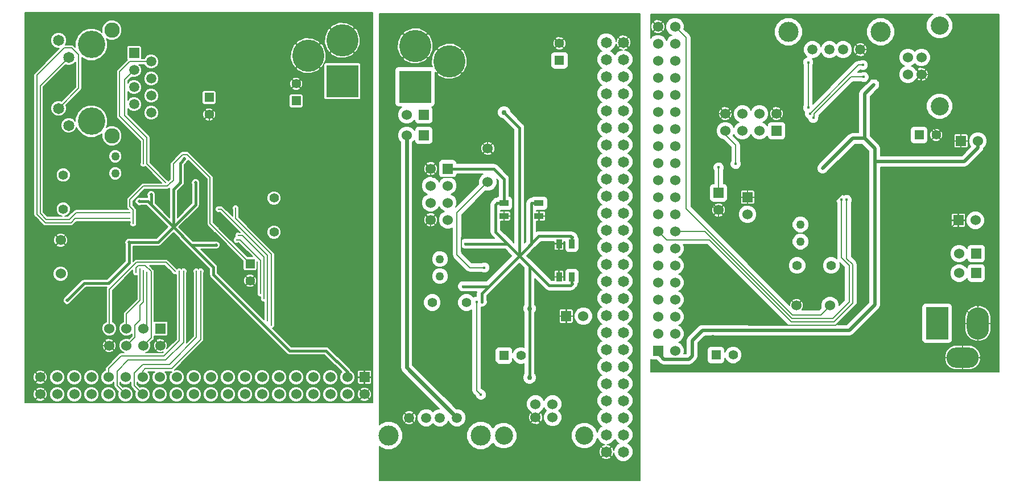
<source format=gbl>
G04 (created by PCBNEW-RS274X (2011-03-30 BZR 2932)-stable) date 18/05/2011 11:49:27 p.m.*
G01*
G70*
G90*
%MOIN*%
G04 Gerber Fmt 3.4, Leading zero omitted, Abs format*
%FSLAX34Y34*%
G04 APERTURE LIST*
%ADD10C,0.006000*%
%ADD11C,0.056000*%
%ADD12C,0.189000*%
%ADD13R,0.189000X0.189000*%
%ADD14R,0.055000X0.055000*%
%ADD15C,0.055000*%
%ADD16R,0.060000X0.060000*%
%ADD17C,0.060000*%
%ADD18C,0.065000*%
%ADD19C,0.050000*%
%ADD20R,0.035000X0.055000*%
%ADD21R,0.055000X0.035000*%
%ADD22C,0.059100*%
%ADD23C,0.118100*%
%ADD24C,0.106300*%
%ADD25O,0.130000X0.189000*%
%ADD26O,0.189000X0.120000*%
%ADD27C,0.160000*%
%ADD28R,0.059100X0.059100*%
%ADD29C,0.090000*%
%ADD30C,0.011800*%
%ADD31C,0.030000*%
%ADD32C,0.017500*%
%ADD33C,0.020000*%
%ADD34C,0.008000*%
%ADD35C,0.015000*%
%ADD36C,0.020000*%
%ADD37C,0.018000*%
%ADD38C,0.022000*%
G04 APERTURE END LIST*
G54D10*
G54D11*
X57750Y-26600D03*
X55750Y-26600D03*
G54D12*
X54750Y-11550D03*
G54D13*
X54750Y-13950D03*
G54D12*
X56750Y-12450D03*
G54D14*
X59950Y-29700D03*
G54D15*
X60950Y-29700D03*
G54D14*
X63200Y-12400D03*
G54D15*
X63200Y-11400D03*
G54D16*
X55250Y-16800D03*
G54D17*
X54250Y-16800D03*
G54D16*
X63600Y-27400D03*
G54D17*
X64600Y-27400D03*
G54D16*
X55250Y-15600D03*
G54D17*
X54250Y-15600D03*
G54D16*
X56650Y-18750D03*
G54D17*
X55650Y-18750D03*
X56650Y-19750D03*
X55650Y-19750D03*
X56650Y-20750D03*
X55650Y-20750D03*
X56650Y-21750D03*
X55650Y-21750D03*
G54D18*
X65950Y-23350D03*
X66950Y-23350D03*
X65950Y-22350D03*
X66950Y-22350D03*
X65950Y-21350D03*
X66950Y-21350D03*
X66950Y-18350D03*
X65950Y-18350D03*
X66950Y-19350D03*
X65950Y-19350D03*
X66950Y-20350D03*
X65950Y-20350D03*
X65950Y-14350D03*
X66950Y-14350D03*
X65950Y-13350D03*
X66950Y-13350D03*
X66950Y-15350D03*
X65950Y-15350D03*
X66950Y-16350D03*
X65950Y-16350D03*
X66950Y-17350D03*
X65950Y-17350D03*
X65950Y-29350D03*
X66950Y-29350D03*
X65950Y-28350D03*
X66950Y-28350D03*
X65950Y-27350D03*
X66950Y-27350D03*
X66950Y-24350D03*
X65950Y-24350D03*
X66950Y-25350D03*
X65950Y-25350D03*
X66950Y-26350D03*
X65950Y-26350D03*
X65950Y-32350D03*
X66950Y-32350D03*
X65950Y-31350D03*
X66950Y-31350D03*
X65950Y-30350D03*
X66950Y-30350D03*
X66950Y-11350D03*
X65950Y-11350D03*
X66950Y-12350D03*
X65950Y-12350D03*
X66950Y-33350D03*
X65950Y-33350D03*
X66950Y-34350D03*
X65950Y-34350D03*
X66950Y-35350D03*
X65950Y-35350D03*
G54D19*
X56200Y-24050D03*
X56200Y-25050D03*
G54D20*
X63175Y-23150D03*
X63925Y-23150D03*
G54D21*
X59950Y-21525D03*
X59950Y-20775D03*
G54D20*
X63175Y-25100D03*
X63925Y-25100D03*
G54D21*
X62000Y-21525D03*
X62000Y-20775D03*
G54D17*
X59000Y-19534D03*
X59000Y-17566D03*
G54D22*
X54400Y-33350D03*
X55400Y-33350D03*
X56200Y-33350D03*
X57200Y-33350D03*
G54D23*
X53200Y-34400D03*
X58600Y-34400D03*
G54D17*
X61800Y-32550D03*
X62800Y-32550D03*
X62800Y-33337D03*
X61800Y-33337D03*
G54D24*
X59938Y-34400D03*
X64662Y-34400D03*
G54D16*
X86575Y-21775D03*
G54D17*
X87575Y-21775D03*
G54D16*
X86725Y-17125D03*
G54D17*
X87725Y-17125D03*
G54D16*
X74225Y-20425D03*
G54D17*
X74225Y-21425D03*
G54D11*
X77125Y-24425D03*
X79125Y-24425D03*
G54D25*
X87725Y-27825D03*
G54D10*
G36*
X85975Y-26880D02*
X85975Y-28770D01*
X84675Y-28770D01*
X84675Y-26880D01*
X85975Y-26880D01*
X85975Y-26880D01*
G37*
G54D26*
X86825Y-29825D03*
G54D14*
X72375Y-29675D03*
G54D15*
X73375Y-29675D03*
G54D14*
X84275Y-16775D03*
G54D15*
X85275Y-16775D03*
G54D16*
X68975Y-29425D03*
G54D17*
X69975Y-29425D03*
X68975Y-24425D03*
X69975Y-28425D03*
X68975Y-23425D03*
X69975Y-27425D03*
X68975Y-22425D03*
X69975Y-26425D03*
X68975Y-21425D03*
X69975Y-25425D03*
X68975Y-20425D03*
X69975Y-24425D03*
X68975Y-19425D03*
X69975Y-23425D03*
X68975Y-18425D03*
X69975Y-22425D03*
X68975Y-17425D03*
X69975Y-21425D03*
X68975Y-16425D03*
X69975Y-20425D03*
X68975Y-15425D03*
X69975Y-19425D03*
X68975Y-14425D03*
X69975Y-18425D03*
X69975Y-17425D03*
X68975Y-13425D03*
X69975Y-16425D03*
X69975Y-14425D03*
X69975Y-13425D03*
X69975Y-12425D03*
X69975Y-11425D03*
X68975Y-12425D03*
X68975Y-11425D03*
X68975Y-28425D03*
X68975Y-27425D03*
X68975Y-26425D03*
X68975Y-25425D03*
X68975Y-10425D03*
X69975Y-10425D03*
X69975Y-15425D03*
G54D16*
X87625Y-24875D03*
G54D17*
X86625Y-24875D03*
G54D16*
X87625Y-23725D03*
G54D17*
X86625Y-23725D03*
G54D16*
X72525Y-20175D03*
G54D17*
X72525Y-21175D03*
G54D16*
X75925Y-16525D03*
G54D17*
X75925Y-15525D03*
X74925Y-16525D03*
X74925Y-15525D03*
X73925Y-16525D03*
X73925Y-15525D03*
X72925Y-16525D03*
X72925Y-15525D03*
G54D19*
X77325Y-22025D03*
X77325Y-23025D03*
G54D17*
X79059Y-26775D03*
X77091Y-26775D03*
G54D22*
X80825Y-11775D03*
X79825Y-11775D03*
X79025Y-11775D03*
X78025Y-11775D03*
G54D23*
X82025Y-10725D03*
X76625Y-10725D03*
G54D17*
X83625Y-13225D03*
X83625Y-12225D03*
X84412Y-12225D03*
X84412Y-13225D03*
G54D24*
X85475Y-15087D03*
X85475Y-10363D03*
G54D14*
X47775Y-14775D03*
G54D15*
X47775Y-13775D03*
G54D14*
X42675Y-14575D03*
G54D15*
X42675Y-15575D03*
G54D14*
X45075Y-24325D03*
G54D15*
X45075Y-25325D03*
G54D11*
X34125Y-19125D03*
X34125Y-21125D03*
X46475Y-20475D03*
X46475Y-22475D03*
G54D12*
X50475Y-11225D03*
G54D13*
X50475Y-13625D03*
G54D12*
X48475Y-12125D03*
G54D16*
X51775Y-30975D03*
G54D17*
X51775Y-31975D03*
X46775Y-30975D03*
X50775Y-31975D03*
X45775Y-30975D03*
X49775Y-31975D03*
X44775Y-30975D03*
X48775Y-31975D03*
X43775Y-30975D03*
X47775Y-31975D03*
X42775Y-30975D03*
X46775Y-31975D03*
X41775Y-30975D03*
X45775Y-31975D03*
X40775Y-30975D03*
X44775Y-31975D03*
X39775Y-30975D03*
X43775Y-31975D03*
X38775Y-30975D03*
X42775Y-31975D03*
X37775Y-30975D03*
X41775Y-31975D03*
X36775Y-30975D03*
X40775Y-31975D03*
X39775Y-31975D03*
X35775Y-30975D03*
X38775Y-31975D03*
X36775Y-31975D03*
X35775Y-31975D03*
X34775Y-31975D03*
X33775Y-31975D03*
X34775Y-30975D03*
X33775Y-30975D03*
X50775Y-30975D03*
X49775Y-30975D03*
X48775Y-30975D03*
X47775Y-30975D03*
X32775Y-30975D03*
X32775Y-31975D03*
X37775Y-31975D03*
G54D16*
X39825Y-28125D03*
G54D17*
X39825Y-29125D03*
X38825Y-28125D03*
X38825Y-29125D03*
X37825Y-28125D03*
X37825Y-29125D03*
X36825Y-28125D03*
X36825Y-29125D03*
G54D19*
X37175Y-19025D03*
X37175Y-18025D03*
G54D27*
X35775Y-15975D03*
X35775Y-11475D03*
G54D28*
X38275Y-11975D03*
G54D22*
X39275Y-12475D03*
X38275Y-12975D03*
X39275Y-13475D03*
X38275Y-13975D03*
X39275Y-14475D03*
X38275Y-14975D03*
X39275Y-15475D03*
G54D29*
X36975Y-10625D03*
X36975Y-16825D03*
G54D18*
X33845Y-11235D03*
X34445Y-12235D03*
X33845Y-15215D03*
X34445Y-16215D03*
G54D17*
X33975Y-22941D03*
X33975Y-24909D03*
G54D30*
X38225Y-21975D03*
X40575Y-18625D03*
X43075Y-22325D03*
G54D31*
X59950Y-15450D03*
G54D32*
X58650Y-26550D03*
X59550Y-20750D03*
X61600Y-20750D03*
X63950Y-22750D03*
X63950Y-25500D03*
G54D31*
X61450Y-26950D03*
G54D32*
X57550Y-25650D03*
X57700Y-23150D03*
G54D33*
X78625Y-18725D03*
X81625Y-13825D03*
X40975Y-19575D03*
X41225Y-18175D03*
G54D31*
X61450Y-31000D03*
G54D33*
X38575Y-20675D03*
X39275Y-20275D03*
X34350Y-26475D03*
X36775Y-25475D03*
X42925Y-24525D03*
X43075Y-23225D03*
X41875Y-19575D03*
X37975Y-23075D03*
G54D32*
X73525Y-18475D03*
X81025Y-13375D03*
X78075Y-15775D03*
X77875Y-15525D03*
X80975Y-12675D03*
X77775Y-15175D03*
X77775Y-12525D03*
X79725Y-20575D03*
X80025Y-20575D03*
G54D30*
X41175Y-24775D03*
X40925Y-24775D03*
X45675Y-26075D03*
X44275Y-22925D03*
X45875Y-26375D03*
X44375Y-22675D03*
X41925Y-24775D03*
X42175Y-24775D03*
X43225Y-21125D03*
X46075Y-27675D03*
X44225Y-21075D03*
X46325Y-27925D03*
G54D32*
X58800Y-24550D03*
G54D30*
X39025Y-24825D03*
X38625Y-24625D03*
X38375Y-24825D03*
X38825Y-24725D03*
X40675Y-24775D03*
G54D33*
X79275Y-20625D03*
G54D32*
X80525Y-20025D03*
G54D33*
X80525Y-17475D03*
X76775Y-19975D03*
G54D32*
X72175Y-28575D03*
X75675Y-11775D03*
X62750Y-23150D03*
X62700Y-25100D03*
X59950Y-22000D03*
X62000Y-22000D03*
G54D30*
X39625Y-16825D03*
G54D32*
X72525Y-18675D03*
G54D30*
X38025Y-21675D03*
X38025Y-21325D03*
G54D32*
X58600Y-32000D03*
X58350Y-26550D03*
G54D30*
X40125Y-19575D03*
X38825Y-18475D03*
G54D34*
X43075Y-22325D02*
X42725Y-21975D01*
X41125Y-17925D02*
X40575Y-18475D01*
X41375Y-17925D02*
X41125Y-17925D01*
X42725Y-19275D02*
X41375Y-17925D01*
X42725Y-21975D02*
X42725Y-19275D01*
X40325Y-19675D02*
X40225Y-19775D01*
X40575Y-18625D02*
X40575Y-19375D01*
X40575Y-19375D02*
X40575Y-19425D01*
X40575Y-19425D02*
X40325Y-19675D01*
X39525Y-19775D02*
X38825Y-19775D01*
X38825Y-19775D02*
X38025Y-20575D01*
X38025Y-20575D02*
X38025Y-20975D01*
X38025Y-20975D02*
X38225Y-21175D01*
X38225Y-21175D02*
X38225Y-21975D01*
X40225Y-19775D02*
X39525Y-19775D01*
X45075Y-24325D02*
X43075Y-22325D01*
X40575Y-18475D02*
X40575Y-18625D01*
G54D35*
X60850Y-16350D02*
X60850Y-23850D01*
X59950Y-15450D02*
X60850Y-16350D01*
X56650Y-18750D02*
X59350Y-18750D01*
X59350Y-18750D02*
X59950Y-19350D01*
X59950Y-19350D02*
X59950Y-20775D01*
G54D34*
X63925Y-22775D02*
X63950Y-22750D01*
X63925Y-25475D02*
X63950Y-25500D01*
G54D35*
X58650Y-26550D02*
X58650Y-26050D01*
X58650Y-26050D02*
X60850Y-23850D01*
X61450Y-26950D02*
X61450Y-24450D01*
G54D34*
X61450Y-24450D02*
X60850Y-23850D01*
G54D35*
X57550Y-25650D02*
X59050Y-25650D01*
X59050Y-25650D02*
X60850Y-23850D01*
G54D34*
X60150Y-23150D02*
X60850Y-23850D01*
G54D35*
X57700Y-23150D02*
X60150Y-23150D01*
G54D36*
X81675Y-17575D02*
X81075Y-16975D01*
X81675Y-18325D02*
X81675Y-17575D01*
X81075Y-16975D02*
X80375Y-16975D01*
X80375Y-16975D02*
X78625Y-18725D01*
X68975Y-29575D02*
X69325Y-29925D01*
X69325Y-29925D02*
X70775Y-29925D01*
X70775Y-29925D02*
X70975Y-29725D01*
X70975Y-29725D02*
X70975Y-28825D01*
X70975Y-28825D02*
X71575Y-28225D01*
X71575Y-28225D02*
X80175Y-28225D01*
X80175Y-28225D02*
X81675Y-26725D01*
X81675Y-26725D02*
X81675Y-18325D01*
X68975Y-29425D02*
X68975Y-29575D01*
X86925Y-18325D02*
X81675Y-18325D01*
X87725Y-17525D02*
X86925Y-18325D01*
X87725Y-17125D02*
X87725Y-17525D01*
X81625Y-13825D02*
X81075Y-14375D01*
X81075Y-14375D02*
X81075Y-16975D01*
G54D37*
X40575Y-19975D02*
X40575Y-22175D01*
X40625Y-19925D02*
X40575Y-19975D01*
X40975Y-19575D02*
X40625Y-19925D01*
X50775Y-30675D02*
X49525Y-29425D01*
X49525Y-29425D02*
X47375Y-29425D01*
X47375Y-29425D02*
X42925Y-24975D01*
X42925Y-24975D02*
X42925Y-24525D01*
X50775Y-30975D02*
X50775Y-30675D01*
X40975Y-19575D02*
X40975Y-18425D01*
X40975Y-18425D02*
X41225Y-18175D01*
G54D35*
X61450Y-26950D02*
X61450Y-31000D01*
X59450Y-22450D02*
X60850Y-23850D01*
X59450Y-20850D02*
X59450Y-22450D01*
X59550Y-20750D02*
X59450Y-20850D01*
X60850Y-23850D02*
X61550Y-23150D01*
X61550Y-20900D02*
X61550Y-23150D01*
X61550Y-20800D02*
X61600Y-20750D01*
X61550Y-20900D02*
X61550Y-20800D01*
X60850Y-23850D02*
X62500Y-25500D01*
X63950Y-22750D02*
X63900Y-22750D01*
X63900Y-22750D02*
X63850Y-22700D01*
X63850Y-22700D02*
X62000Y-22700D01*
X62000Y-22700D02*
X60850Y-23850D01*
X62500Y-25500D02*
X62600Y-25600D01*
X62600Y-25600D02*
X63850Y-25600D01*
X63850Y-25600D02*
X63950Y-25500D01*
X59550Y-20750D02*
X59925Y-20750D01*
X59925Y-20750D02*
X59950Y-20775D01*
X61600Y-20750D02*
X61975Y-20750D01*
X61975Y-20750D02*
X62000Y-20775D01*
X63925Y-23150D02*
X63925Y-22775D01*
X63925Y-22775D02*
X63950Y-22750D01*
X63925Y-25100D02*
X63925Y-25475D01*
X63925Y-25475D02*
X63950Y-25500D01*
G54D37*
X39275Y-20875D02*
X39075Y-20675D01*
X38575Y-20675D02*
X39075Y-20675D01*
X39275Y-20275D02*
X39275Y-20875D01*
X36775Y-25475D02*
X35350Y-25475D01*
X35350Y-25475D02*
X34350Y-26475D01*
X37975Y-24275D02*
X37975Y-23075D01*
X36775Y-25475D02*
X37975Y-24275D01*
X39275Y-20875D02*
X40575Y-22175D01*
X42925Y-24525D02*
X41625Y-23225D01*
X43075Y-23225D02*
X41625Y-23225D01*
X41625Y-23225D02*
X40575Y-22175D01*
X41875Y-19575D02*
X41875Y-20875D01*
X41875Y-20875D02*
X40575Y-22175D01*
G54D34*
X40975Y-21775D02*
X40575Y-22175D01*
G54D37*
X37975Y-23075D02*
X39675Y-23075D01*
X39675Y-23075D02*
X40575Y-22175D01*
G54D34*
X72925Y-16775D02*
X72925Y-16525D01*
X73525Y-17375D02*
X72925Y-16775D01*
X73525Y-18475D02*
X73525Y-17375D01*
X70625Y-11075D02*
X69975Y-10425D01*
X78525Y-27325D02*
X76855Y-27325D01*
X79059Y-26775D02*
X79059Y-26791D01*
X79059Y-26791D02*
X78525Y-27325D01*
X70625Y-21095D02*
X70625Y-11075D01*
X76855Y-27325D02*
X70625Y-21095D01*
X78125Y-15525D02*
X78125Y-15725D01*
X81025Y-13375D02*
X80275Y-13375D01*
X80275Y-13375D02*
X78125Y-15525D01*
X78125Y-15725D02*
X78075Y-15775D01*
X80725Y-12675D02*
X80975Y-12675D01*
X77875Y-15525D02*
X80725Y-12675D01*
X77775Y-15175D02*
X77775Y-12525D01*
X71725Y-22425D02*
X69975Y-22425D01*
X76825Y-27525D02*
X71725Y-22425D01*
X79225Y-27525D02*
X76825Y-27525D01*
X80175Y-26575D02*
X79225Y-27525D01*
X80175Y-24425D02*
X80175Y-26575D01*
X79725Y-23975D02*
X80175Y-24425D01*
X79725Y-20575D02*
X79725Y-23975D01*
X69475Y-22925D02*
X68975Y-22425D01*
X71975Y-22925D02*
X69475Y-22925D01*
X80025Y-20575D02*
X80025Y-24025D01*
X76775Y-27725D02*
X71975Y-22925D01*
X79275Y-27725D02*
X76775Y-27725D01*
X80375Y-26625D02*
X79275Y-27725D01*
X80375Y-24375D02*
X80375Y-26625D01*
X80025Y-24025D02*
X80375Y-24375D01*
X41175Y-24775D02*
X41175Y-28925D01*
X37275Y-31475D02*
X37775Y-31975D01*
X41175Y-28925D02*
X40125Y-29975D01*
X40125Y-29975D02*
X37925Y-29975D01*
X37925Y-29975D02*
X37275Y-30625D01*
X37275Y-30625D02*
X37275Y-31475D01*
X40925Y-24775D02*
X40925Y-28825D01*
X37525Y-29725D02*
X36775Y-30475D01*
X36775Y-30975D02*
X36775Y-30475D01*
X40025Y-29725D02*
X37525Y-29725D01*
X40925Y-28825D02*
X40025Y-29725D01*
X44275Y-22925D02*
X44475Y-22925D01*
X44475Y-22925D02*
X45675Y-24125D01*
X45675Y-24125D02*
X45675Y-26075D01*
X44375Y-22675D02*
X44625Y-22675D01*
X45875Y-23925D02*
X45875Y-26375D01*
X44625Y-22675D02*
X45875Y-23925D01*
X41925Y-24775D02*
X41925Y-27325D01*
X38275Y-31475D02*
X38775Y-31975D01*
X38275Y-30725D02*
X38275Y-31475D01*
X38775Y-30225D02*
X38275Y-30725D01*
X40343Y-30225D02*
X38775Y-30225D01*
X41925Y-28643D02*
X40343Y-30225D01*
X41925Y-27325D02*
X41925Y-28643D01*
X42175Y-27425D02*
X42175Y-28775D01*
X42175Y-24775D02*
X42175Y-27425D01*
X38775Y-30625D02*
X38775Y-30975D01*
X38925Y-30475D02*
X38775Y-30625D01*
X38775Y-30825D02*
X38775Y-30975D01*
X42175Y-28775D02*
X40475Y-30475D01*
X40475Y-30475D02*
X38925Y-30475D01*
X43375Y-21125D02*
X46075Y-23825D01*
X46075Y-23825D02*
X46075Y-27675D01*
X43225Y-21125D02*
X43375Y-21125D01*
X44225Y-21675D02*
X45125Y-22575D01*
X44225Y-21075D02*
X44225Y-21675D01*
X46325Y-23775D02*
X46325Y-27925D01*
X45125Y-22575D02*
X46325Y-23775D01*
X57950Y-24550D02*
X57200Y-23800D01*
X57200Y-23800D02*
X57200Y-21334D01*
X58800Y-24550D02*
X57950Y-24550D01*
X57200Y-21334D02*
X59000Y-19534D01*
X39025Y-24825D02*
X39025Y-27925D01*
X39025Y-27925D02*
X38825Y-28125D01*
X38625Y-24625D02*
X38625Y-26475D01*
X37825Y-27275D02*
X37825Y-28125D01*
X38625Y-26475D02*
X37825Y-27275D01*
X38375Y-24825D02*
X38375Y-24575D01*
X39275Y-28675D02*
X38825Y-29125D01*
X39275Y-24775D02*
X39275Y-28675D01*
X38925Y-24425D02*
X39275Y-24775D01*
X38525Y-24425D02*
X38925Y-24425D01*
X38375Y-24575D02*
X38525Y-24425D01*
X38825Y-24725D02*
X38825Y-26575D01*
X38825Y-26575D02*
X38625Y-26775D01*
X38625Y-26775D02*
X38625Y-27625D01*
X38625Y-27625D02*
X38325Y-27925D01*
X38325Y-27925D02*
X38325Y-28625D01*
X38325Y-28625D02*
X37825Y-29125D01*
X40675Y-24775D02*
X40675Y-24775D01*
X36825Y-25825D02*
X36825Y-28125D01*
X38407Y-24243D02*
X36825Y-25825D01*
X40143Y-24243D02*
X38407Y-24243D01*
X40675Y-24775D02*
X40143Y-24243D01*
X87725Y-27725D02*
X85625Y-25625D01*
X85625Y-25625D02*
X85625Y-22725D01*
X85625Y-22725D02*
X86575Y-21775D01*
X87725Y-27825D02*
X87725Y-27725D01*
X84412Y-15712D02*
X84412Y-13225D01*
X85275Y-16575D02*
X84412Y-15712D01*
X85275Y-16775D02*
X85275Y-16575D01*
G54D36*
X79275Y-20625D02*
X79875Y-20025D01*
X79875Y-20025D02*
X80525Y-20025D01*
X80525Y-20025D02*
X80525Y-17475D01*
X77425Y-20625D02*
X76775Y-19975D01*
X79275Y-20625D02*
X77425Y-20625D01*
G54D34*
X76775Y-16375D02*
X75925Y-15525D01*
G54D36*
X76775Y-19975D02*
X76775Y-16375D01*
G54D34*
X75725Y-28575D02*
X76975Y-29825D01*
X76975Y-29825D02*
X86825Y-29825D01*
X72175Y-28575D02*
X75725Y-28575D01*
X86575Y-20325D02*
X88275Y-18625D01*
X88275Y-18625D02*
X88275Y-15475D01*
X88275Y-15475D02*
X86025Y-13225D01*
X86025Y-13225D02*
X84412Y-13225D01*
X86575Y-21775D02*
X86575Y-20325D01*
X75900Y-12000D02*
X75675Y-11775D01*
X75900Y-12800D02*
X75900Y-12000D01*
X80525Y-23325D02*
X80875Y-23675D01*
X80875Y-23675D02*
X80875Y-26425D01*
X80875Y-26425D02*
X79375Y-27925D01*
X79375Y-27925D02*
X74275Y-27925D01*
X74275Y-27925D02*
X71975Y-25625D01*
X80525Y-20025D02*
X80525Y-23325D01*
X57450Y-22800D02*
X58750Y-21500D01*
X77075Y-26775D02*
X72525Y-22225D01*
X72525Y-22225D02*
X72525Y-21175D01*
X77091Y-26775D02*
X77075Y-26775D01*
X71525Y-20325D02*
X71525Y-16275D01*
X72375Y-21175D02*
X71525Y-20325D01*
X55650Y-18750D02*
X55650Y-19100D01*
X55800Y-19250D02*
X58250Y-19250D01*
X55650Y-19100D02*
X55800Y-19250D01*
X55650Y-21750D02*
X55650Y-22750D01*
X57450Y-23600D02*
X57450Y-22800D01*
X57550Y-23700D02*
X57450Y-23600D01*
X59000Y-23700D02*
X57550Y-23700D01*
X59350Y-24050D02*
X59000Y-23700D01*
X59350Y-24700D02*
X59350Y-24050D01*
X59050Y-25000D02*
X59350Y-24700D01*
X57900Y-25000D02*
X59050Y-25000D01*
X55650Y-22750D02*
X57900Y-25000D01*
X59000Y-17566D02*
X59000Y-14700D01*
X59000Y-14700D02*
X56750Y-12450D01*
X63175Y-23150D02*
X62750Y-23150D01*
X63175Y-25100D02*
X62700Y-25100D01*
X59950Y-22000D02*
X59950Y-21525D01*
X62000Y-22000D02*
X62000Y-21525D01*
X71525Y-16275D02*
X72275Y-15525D01*
X84412Y-13225D02*
X84412Y-13488D01*
X81725Y-11775D02*
X80825Y-11775D01*
X82625Y-12675D02*
X81725Y-11775D01*
X82625Y-13575D02*
X82625Y-12675D01*
X82925Y-13875D02*
X82625Y-13575D01*
X84025Y-13875D02*
X82925Y-13875D01*
X84412Y-13488D02*
X84025Y-13875D01*
X72925Y-15525D02*
X73175Y-15525D01*
X80175Y-11125D02*
X80825Y-11775D01*
X77575Y-11125D02*
X80175Y-11125D01*
X73175Y-15525D02*
X75900Y-12800D01*
X75900Y-12800D02*
X77575Y-11125D01*
X72525Y-21175D02*
X72375Y-21175D01*
X72275Y-15525D02*
X72925Y-15525D01*
X42675Y-15575D02*
X42675Y-16375D01*
X42225Y-16825D02*
X39625Y-16825D01*
X42675Y-16375D02*
X42225Y-16825D01*
X36825Y-29125D02*
X34625Y-29125D01*
X34625Y-29125D02*
X32775Y-30975D01*
X72525Y-18675D02*
X72525Y-20175D01*
X32575Y-13275D02*
X34175Y-11675D01*
X33075Y-21925D02*
X32575Y-21425D01*
X32575Y-21425D02*
X32575Y-13275D01*
X34825Y-21675D02*
X34575Y-21925D01*
X38025Y-21675D02*
X34825Y-21675D01*
X35025Y-14035D02*
X33845Y-15215D01*
X35025Y-12075D02*
X35025Y-14035D01*
X34625Y-11675D02*
X35025Y-12075D01*
X34175Y-11675D02*
X34625Y-11675D01*
X34575Y-21925D02*
X33075Y-21925D01*
X32775Y-13905D02*
X34445Y-12235D01*
X32775Y-21375D02*
X32775Y-13905D01*
X33125Y-21725D02*
X32775Y-21375D01*
X34475Y-21725D02*
X33125Y-21725D01*
X34875Y-21325D02*
X34475Y-21725D01*
X58600Y-32000D02*
X58350Y-31750D01*
X38025Y-21325D02*
X34875Y-21325D01*
X58350Y-31750D02*
X58350Y-26550D01*
X39025Y-18475D02*
X39025Y-16925D01*
X40125Y-19575D02*
X39025Y-18475D01*
X37725Y-13525D02*
X38275Y-12975D01*
X37725Y-15625D02*
X37725Y-13525D01*
X39025Y-16925D02*
X37725Y-15625D01*
X38825Y-18475D02*
X38825Y-17075D01*
X37425Y-15675D02*
X37425Y-13075D01*
X38025Y-12475D02*
X39275Y-12475D01*
X37425Y-13075D02*
X38025Y-12475D01*
X38825Y-17075D02*
X37425Y-15675D01*
G54D38*
X54250Y-16800D02*
X54250Y-30400D01*
X54250Y-30400D02*
X57200Y-33350D01*
G54D10*
G36*
X58720Y-19065D02*
X58694Y-19076D01*
X58543Y-19228D01*
X58460Y-19426D01*
X58460Y-19641D01*
X58470Y-19667D01*
X57125Y-21012D01*
X57190Y-20858D01*
X57190Y-20643D01*
X57108Y-20444D01*
X56956Y-20293D01*
X56853Y-20250D01*
X56956Y-20208D01*
X57107Y-20056D01*
X57190Y-19858D01*
X57190Y-19643D01*
X57108Y-19444D01*
X56956Y-19293D01*
X56946Y-19289D01*
X56997Y-19289D01*
X57085Y-19253D01*
X57152Y-19186D01*
X57189Y-19098D01*
X57189Y-19065D01*
X58720Y-19065D01*
X58720Y-19065D01*
G37*
G54D34*
X58720Y-19065D02*
X58694Y-19076D01*
X58543Y-19228D01*
X58460Y-19426D01*
X58460Y-19641D01*
X58470Y-19667D01*
X57125Y-21012D01*
X57190Y-20858D01*
X57190Y-20643D01*
X57108Y-20444D01*
X56956Y-20293D01*
X56853Y-20250D01*
X56956Y-20208D01*
X57107Y-20056D01*
X57190Y-19858D01*
X57190Y-19643D01*
X57108Y-19444D01*
X56956Y-19293D01*
X56946Y-19289D01*
X56997Y-19289D01*
X57085Y-19253D01*
X57152Y-19186D01*
X57189Y-19098D01*
X57189Y-19065D01*
X58720Y-19065D01*
G54D10*
G36*
X59635Y-20361D02*
X59628Y-20361D01*
X59540Y-20397D01*
X59514Y-20423D01*
X59485Y-20423D01*
X59365Y-20473D01*
X59273Y-20565D01*
X59261Y-20593D01*
X59227Y-20627D01*
X59159Y-20729D01*
X59135Y-20850D01*
X59135Y-22450D01*
X59159Y-22571D01*
X59227Y-22673D01*
X59389Y-22835D01*
X57793Y-22835D01*
X57765Y-22823D01*
X57635Y-22823D01*
X57515Y-22873D01*
X57480Y-22908D01*
X57480Y-21450D01*
X58866Y-20063D01*
X58892Y-20074D01*
X59107Y-20074D01*
X59306Y-19992D01*
X59457Y-19840D01*
X59540Y-19642D01*
X59540Y-19427D01*
X59510Y-19356D01*
X59635Y-19480D01*
X59635Y-20361D01*
X59635Y-20361D01*
G37*
G54D34*
X59635Y-20361D02*
X59628Y-20361D01*
X59540Y-20397D01*
X59514Y-20423D01*
X59485Y-20423D01*
X59365Y-20473D01*
X59273Y-20565D01*
X59261Y-20593D01*
X59227Y-20627D01*
X59159Y-20729D01*
X59135Y-20850D01*
X59135Y-22450D01*
X59159Y-22571D01*
X59227Y-22673D01*
X59389Y-22835D01*
X57793Y-22835D01*
X57765Y-22823D01*
X57635Y-22823D01*
X57515Y-22873D01*
X57480Y-22908D01*
X57480Y-21450D01*
X58866Y-20063D01*
X58892Y-20074D01*
X59107Y-20074D01*
X59306Y-19992D01*
X59457Y-19840D01*
X59540Y-19642D01*
X59540Y-19427D01*
X59510Y-19356D01*
X59635Y-19480D01*
X59635Y-20361D01*
G54D10*
G36*
X67935Y-37035D02*
X67515Y-37035D01*
X67515Y-35463D01*
X67515Y-35238D01*
X67429Y-35030D01*
X67270Y-34871D01*
X67219Y-34849D01*
X67270Y-34829D01*
X67429Y-34670D01*
X67515Y-34463D01*
X67515Y-34238D01*
X67429Y-34030D01*
X67270Y-33871D01*
X67219Y-33849D01*
X67270Y-33829D01*
X67429Y-33670D01*
X67515Y-33463D01*
X67515Y-33238D01*
X67429Y-33030D01*
X67270Y-32871D01*
X67219Y-32849D01*
X67270Y-32829D01*
X67429Y-32670D01*
X67515Y-32463D01*
X67515Y-32238D01*
X67429Y-32030D01*
X67270Y-31871D01*
X67219Y-31849D01*
X67270Y-31829D01*
X67429Y-31670D01*
X67515Y-31463D01*
X67515Y-31238D01*
X67429Y-31030D01*
X67270Y-30871D01*
X67219Y-30849D01*
X67270Y-30829D01*
X67429Y-30670D01*
X67515Y-30463D01*
X67515Y-30238D01*
X67429Y-30030D01*
X67270Y-29871D01*
X67219Y-29849D01*
X67270Y-29829D01*
X67429Y-29670D01*
X67515Y-29463D01*
X67515Y-29238D01*
X67429Y-29030D01*
X67270Y-28871D01*
X67219Y-28849D01*
X67270Y-28829D01*
X67429Y-28670D01*
X67515Y-28463D01*
X67515Y-28238D01*
X67429Y-28030D01*
X67270Y-27871D01*
X67219Y-27849D01*
X67270Y-27829D01*
X67429Y-27670D01*
X67515Y-27463D01*
X67515Y-27238D01*
X67429Y-27030D01*
X67270Y-26871D01*
X67219Y-26849D01*
X67270Y-26829D01*
X67429Y-26670D01*
X67515Y-26463D01*
X67515Y-26238D01*
X67429Y-26030D01*
X67270Y-25871D01*
X67219Y-25849D01*
X67270Y-25829D01*
X67429Y-25670D01*
X67515Y-25463D01*
X67515Y-25238D01*
X67429Y-25030D01*
X67270Y-24871D01*
X67219Y-24849D01*
X67270Y-24829D01*
X67429Y-24670D01*
X67515Y-24463D01*
X67515Y-24238D01*
X67429Y-24030D01*
X67270Y-23871D01*
X67219Y-23849D01*
X67270Y-23829D01*
X67429Y-23670D01*
X67515Y-23463D01*
X67515Y-23238D01*
X67429Y-23030D01*
X67270Y-22871D01*
X67219Y-22849D01*
X67270Y-22829D01*
X67429Y-22670D01*
X67515Y-22463D01*
X67515Y-22238D01*
X67429Y-22030D01*
X67270Y-21871D01*
X67219Y-21849D01*
X67270Y-21829D01*
X67429Y-21670D01*
X67515Y-21463D01*
X67515Y-21238D01*
X67429Y-21030D01*
X67270Y-20871D01*
X67219Y-20849D01*
X67270Y-20829D01*
X67429Y-20670D01*
X67515Y-20463D01*
X67515Y-20238D01*
X67429Y-20030D01*
X67270Y-19871D01*
X67219Y-19849D01*
X67270Y-19829D01*
X67429Y-19670D01*
X67515Y-19463D01*
X67515Y-19238D01*
X67429Y-19030D01*
X67270Y-18871D01*
X67219Y-18849D01*
X67270Y-18829D01*
X67429Y-18670D01*
X67515Y-18463D01*
X67515Y-18238D01*
X67429Y-18030D01*
X67270Y-17871D01*
X67219Y-17849D01*
X67270Y-17829D01*
X67429Y-17670D01*
X67515Y-17463D01*
X67515Y-17238D01*
X67429Y-17030D01*
X67270Y-16871D01*
X67219Y-16849D01*
X67270Y-16829D01*
X67429Y-16670D01*
X67515Y-16463D01*
X67515Y-16238D01*
X67429Y-16030D01*
X67270Y-15871D01*
X67219Y-15849D01*
X67270Y-15829D01*
X67429Y-15670D01*
X67515Y-15463D01*
X67515Y-15238D01*
X67429Y-15030D01*
X67270Y-14871D01*
X67219Y-14849D01*
X67270Y-14829D01*
X67429Y-14670D01*
X67515Y-14463D01*
X67515Y-14238D01*
X67429Y-14030D01*
X67270Y-13871D01*
X67219Y-13849D01*
X67270Y-13829D01*
X67429Y-13670D01*
X67515Y-13463D01*
X67515Y-13238D01*
X67429Y-13030D01*
X67270Y-12871D01*
X67219Y-12849D01*
X67270Y-12829D01*
X67429Y-12670D01*
X67515Y-12463D01*
X67515Y-12238D01*
X67429Y-12030D01*
X67388Y-11989D01*
X67388Y-11272D01*
X67324Y-11110D01*
X67315Y-11097D01*
X67250Y-11064D01*
X67236Y-11078D01*
X67236Y-11050D01*
X67203Y-10985D01*
X67045Y-10916D01*
X66872Y-10912D01*
X66710Y-10976D01*
X66697Y-10985D01*
X66664Y-11050D01*
X66950Y-11336D01*
X67236Y-11050D01*
X67236Y-11078D01*
X66964Y-11350D01*
X67250Y-11636D01*
X67315Y-11603D01*
X67384Y-11445D01*
X67388Y-11272D01*
X67388Y-11989D01*
X67270Y-11871D01*
X67063Y-11785D01*
X67035Y-11785D01*
X67190Y-11724D01*
X67203Y-11715D01*
X67236Y-11650D01*
X66950Y-11364D01*
X66664Y-11650D01*
X66697Y-11715D01*
X66855Y-11784D01*
X66898Y-11785D01*
X66838Y-11785D01*
X66630Y-11871D01*
X66471Y-12030D01*
X66449Y-12080D01*
X66429Y-12030D01*
X66270Y-11871D01*
X66219Y-11849D01*
X66270Y-11829D01*
X66429Y-11670D01*
X66515Y-11463D01*
X66515Y-11435D01*
X66576Y-11590D01*
X66585Y-11603D01*
X66650Y-11636D01*
X66936Y-11350D01*
X66650Y-11064D01*
X66585Y-11097D01*
X66516Y-11255D01*
X66515Y-11298D01*
X66515Y-11238D01*
X66429Y-11030D01*
X66270Y-10871D01*
X66063Y-10785D01*
X65838Y-10785D01*
X65630Y-10871D01*
X65471Y-11030D01*
X65385Y-11237D01*
X65385Y-11462D01*
X65471Y-11670D01*
X65630Y-11829D01*
X65680Y-11850D01*
X65630Y-11871D01*
X65471Y-12030D01*
X65385Y-12237D01*
X65385Y-12462D01*
X65471Y-12670D01*
X65630Y-12829D01*
X65680Y-12850D01*
X65630Y-12871D01*
X65471Y-13030D01*
X65385Y-13237D01*
X65385Y-13462D01*
X65471Y-13670D01*
X65630Y-13829D01*
X65680Y-13850D01*
X65630Y-13871D01*
X65471Y-14030D01*
X65385Y-14237D01*
X65385Y-14462D01*
X65471Y-14670D01*
X65630Y-14829D01*
X65680Y-14850D01*
X65630Y-14871D01*
X65471Y-15030D01*
X65385Y-15237D01*
X65385Y-15462D01*
X65471Y-15670D01*
X65630Y-15829D01*
X65680Y-15850D01*
X65630Y-15871D01*
X65471Y-16030D01*
X65385Y-16237D01*
X65385Y-16462D01*
X65471Y-16670D01*
X65630Y-16829D01*
X65680Y-16850D01*
X65630Y-16871D01*
X65471Y-17030D01*
X65385Y-17237D01*
X65385Y-17462D01*
X65471Y-17670D01*
X65630Y-17829D01*
X65680Y-17850D01*
X65630Y-17871D01*
X65471Y-18030D01*
X65385Y-18237D01*
X65385Y-18462D01*
X65471Y-18670D01*
X65630Y-18829D01*
X65680Y-18850D01*
X65630Y-18871D01*
X65471Y-19030D01*
X65385Y-19237D01*
X65385Y-19462D01*
X65471Y-19670D01*
X65630Y-19829D01*
X65680Y-19850D01*
X65630Y-19871D01*
X65471Y-20030D01*
X65385Y-20237D01*
X65385Y-20462D01*
X65471Y-20670D01*
X65630Y-20829D01*
X65680Y-20850D01*
X65630Y-20871D01*
X65471Y-21030D01*
X65385Y-21237D01*
X65385Y-21462D01*
X65471Y-21670D01*
X65630Y-21829D01*
X65680Y-21850D01*
X65630Y-21871D01*
X65471Y-22030D01*
X65385Y-22237D01*
X65385Y-22462D01*
X65471Y-22670D01*
X65630Y-22829D01*
X65680Y-22850D01*
X65630Y-22871D01*
X65471Y-23030D01*
X65385Y-23237D01*
X65385Y-23462D01*
X65471Y-23670D01*
X65630Y-23829D01*
X65680Y-23850D01*
X65630Y-23871D01*
X65471Y-24030D01*
X65385Y-24237D01*
X65385Y-24462D01*
X65471Y-24670D01*
X65630Y-24829D01*
X65680Y-24850D01*
X65630Y-24871D01*
X65471Y-25030D01*
X65385Y-25237D01*
X65385Y-25462D01*
X65471Y-25670D01*
X65630Y-25829D01*
X65680Y-25850D01*
X65630Y-25871D01*
X65471Y-26030D01*
X65385Y-26237D01*
X65385Y-26462D01*
X65471Y-26670D01*
X65630Y-26829D01*
X65680Y-26850D01*
X65630Y-26871D01*
X65471Y-27030D01*
X65385Y-27237D01*
X65385Y-27462D01*
X65471Y-27670D01*
X65630Y-27829D01*
X65680Y-27850D01*
X65630Y-27871D01*
X65471Y-28030D01*
X65385Y-28237D01*
X65385Y-28462D01*
X65471Y-28670D01*
X65630Y-28829D01*
X65680Y-28850D01*
X65630Y-28871D01*
X65471Y-29030D01*
X65385Y-29237D01*
X65385Y-29462D01*
X65471Y-29670D01*
X65630Y-29829D01*
X65680Y-29850D01*
X65630Y-29871D01*
X65471Y-30030D01*
X65385Y-30237D01*
X65385Y-30462D01*
X65471Y-30670D01*
X65630Y-30829D01*
X65680Y-30850D01*
X65630Y-30871D01*
X65471Y-31030D01*
X65385Y-31237D01*
X65385Y-31462D01*
X65471Y-31670D01*
X65630Y-31829D01*
X65680Y-31850D01*
X65630Y-31871D01*
X65471Y-32030D01*
X65385Y-32237D01*
X65385Y-32462D01*
X65471Y-32670D01*
X65630Y-32829D01*
X65680Y-32850D01*
X65630Y-32871D01*
X65471Y-33030D01*
X65385Y-33237D01*
X65385Y-33462D01*
X65471Y-33670D01*
X65630Y-33829D01*
X65680Y-33850D01*
X65630Y-33871D01*
X65471Y-34030D01*
X65406Y-34184D01*
X65316Y-33964D01*
X65140Y-33788D01*
X65140Y-27508D01*
X65140Y-27293D01*
X65058Y-27094D01*
X64906Y-26943D01*
X64708Y-26860D01*
X64493Y-26860D01*
X64339Y-26923D01*
X64339Y-25423D01*
X64339Y-25328D01*
X64339Y-24778D01*
X64303Y-24690D01*
X64236Y-24623D01*
X64148Y-24586D01*
X64053Y-24586D01*
X63703Y-24586D01*
X63615Y-24622D01*
X63548Y-24689D01*
X63511Y-24777D01*
X63511Y-24872D01*
X63511Y-25285D01*
X63470Y-25285D01*
X63470Y-25140D01*
X63470Y-25060D01*
X63470Y-24849D01*
X63470Y-24801D01*
X63470Y-23449D01*
X63470Y-23401D01*
X63470Y-23190D01*
X63440Y-23160D01*
X63185Y-23160D01*
X63185Y-23515D01*
X63215Y-23545D01*
X63374Y-23545D01*
X63418Y-23527D01*
X63452Y-23493D01*
X63470Y-23449D01*
X63470Y-24801D01*
X63452Y-24757D01*
X63418Y-24723D01*
X63374Y-24705D01*
X63215Y-24705D01*
X63185Y-24735D01*
X63185Y-25090D01*
X63440Y-25090D01*
X63470Y-25060D01*
X63470Y-25140D01*
X63440Y-25110D01*
X63225Y-25110D01*
X63185Y-25110D01*
X63165Y-25110D01*
X63165Y-25090D01*
X63165Y-24735D01*
X63165Y-23515D01*
X63165Y-23160D01*
X62910Y-23160D01*
X62880Y-23190D01*
X62880Y-23401D01*
X62880Y-23449D01*
X62898Y-23493D01*
X62932Y-23527D01*
X62976Y-23545D01*
X63135Y-23545D01*
X63165Y-23515D01*
X63165Y-24735D01*
X63135Y-24705D01*
X62976Y-24705D01*
X62932Y-24723D01*
X62898Y-24757D01*
X62880Y-24801D01*
X62880Y-24849D01*
X62880Y-25060D01*
X62910Y-25090D01*
X63165Y-25090D01*
X63165Y-25110D01*
X63125Y-25110D01*
X62910Y-25110D01*
X62880Y-25140D01*
X62880Y-25285D01*
X62730Y-25285D01*
X62723Y-25277D01*
X62720Y-25275D01*
X61673Y-24228D01*
X61673Y-24227D01*
X61671Y-24226D01*
X61295Y-23849D01*
X61770Y-23374D01*
X61771Y-23374D01*
X61772Y-23373D01*
X61773Y-23373D01*
X61774Y-23371D01*
X62130Y-23015D01*
X62880Y-23015D01*
X62880Y-23110D01*
X62910Y-23140D01*
X63125Y-23140D01*
X63165Y-23140D01*
X63185Y-23140D01*
X63225Y-23140D01*
X63440Y-23140D01*
X63470Y-23110D01*
X63470Y-23015D01*
X63511Y-23015D01*
X63511Y-23472D01*
X63547Y-23560D01*
X63614Y-23627D01*
X63702Y-23664D01*
X63797Y-23664D01*
X64147Y-23664D01*
X64235Y-23628D01*
X64302Y-23561D01*
X64339Y-23473D01*
X64339Y-23378D01*
X64339Y-22828D01*
X64303Y-22740D01*
X64277Y-22714D01*
X64277Y-22685D01*
X64227Y-22565D01*
X64135Y-22473D01*
X64015Y-22423D01*
X63992Y-22423D01*
X63971Y-22409D01*
X63850Y-22385D01*
X63714Y-22385D01*
X63714Y-12723D01*
X63714Y-12628D01*
X63714Y-12078D01*
X63678Y-11990D01*
X63611Y-11923D01*
X63588Y-11913D01*
X63588Y-11329D01*
X63532Y-11186D01*
X63525Y-11177D01*
X63464Y-11150D01*
X63450Y-11164D01*
X63450Y-11136D01*
X63423Y-11075D01*
X63282Y-11014D01*
X63129Y-11012D01*
X62986Y-11068D01*
X62977Y-11075D01*
X62950Y-11136D01*
X63200Y-11386D01*
X63450Y-11136D01*
X63450Y-11164D01*
X63214Y-11400D01*
X63464Y-11650D01*
X63525Y-11623D01*
X63586Y-11482D01*
X63588Y-11329D01*
X63588Y-11913D01*
X63523Y-11886D01*
X63450Y-11886D01*
X63450Y-11664D01*
X63200Y-11414D01*
X63186Y-11428D01*
X63186Y-11400D01*
X62936Y-11150D01*
X62875Y-11177D01*
X62814Y-11318D01*
X62812Y-11471D01*
X62868Y-11614D01*
X62875Y-11623D01*
X62936Y-11650D01*
X63186Y-11400D01*
X63186Y-11428D01*
X62950Y-11664D01*
X62977Y-11725D01*
X63118Y-11786D01*
X63271Y-11788D01*
X63414Y-11732D01*
X63423Y-11725D01*
X63450Y-11664D01*
X63450Y-11886D01*
X63428Y-11886D01*
X62878Y-11886D01*
X62790Y-11922D01*
X62723Y-11989D01*
X62686Y-12077D01*
X62686Y-12172D01*
X62686Y-12722D01*
X62722Y-12810D01*
X62789Y-12877D01*
X62877Y-12914D01*
X62972Y-12914D01*
X63522Y-12914D01*
X63610Y-12878D01*
X63677Y-12811D01*
X63714Y-12723D01*
X63714Y-22385D01*
X62395Y-22385D01*
X62395Y-21724D01*
X62395Y-21565D01*
X62395Y-21485D01*
X62395Y-21326D01*
X62377Y-21282D01*
X62343Y-21248D01*
X62299Y-21230D01*
X62251Y-21230D01*
X62040Y-21230D01*
X62010Y-21260D01*
X62010Y-21515D01*
X62365Y-21515D01*
X62395Y-21485D01*
X62395Y-21565D01*
X62365Y-21535D01*
X62010Y-21535D01*
X62010Y-21790D01*
X62040Y-21820D01*
X62251Y-21820D01*
X62299Y-21820D01*
X62343Y-21802D01*
X62377Y-21768D01*
X62395Y-21724D01*
X62395Y-22385D01*
X62000Y-22385D01*
X61879Y-22409D01*
X61865Y-22418D01*
X61865Y-21820D01*
X61960Y-21820D01*
X61990Y-21790D01*
X61990Y-21575D01*
X61990Y-21535D01*
X61990Y-21515D01*
X61990Y-21475D01*
X61990Y-21260D01*
X61960Y-21230D01*
X61865Y-21230D01*
X61865Y-21189D01*
X62322Y-21189D01*
X62410Y-21153D01*
X62477Y-21086D01*
X62514Y-20998D01*
X62514Y-20903D01*
X62514Y-20553D01*
X62478Y-20465D01*
X62411Y-20398D01*
X62323Y-20361D01*
X62228Y-20361D01*
X61678Y-20361D01*
X61590Y-20397D01*
X61564Y-20423D01*
X61535Y-20423D01*
X61415Y-20473D01*
X61323Y-20565D01*
X61303Y-20613D01*
X61302Y-20613D01*
X61259Y-20679D01*
X61235Y-20800D01*
X61235Y-20900D01*
X61235Y-23019D01*
X61165Y-23089D01*
X61165Y-16350D01*
X61164Y-16349D01*
X61165Y-16349D01*
X61141Y-16229D01*
X61073Y-16127D01*
X61070Y-16125D01*
X60339Y-15393D01*
X60339Y-15373D01*
X60280Y-15230D01*
X60171Y-15120D01*
X60028Y-15061D01*
X59873Y-15061D01*
X59730Y-15120D01*
X59620Y-15229D01*
X59561Y-15372D01*
X59561Y-15527D01*
X59620Y-15670D01*
X59729Y-15780D01*
X59872Y-15839D01*
X59893Y-15839D01*
X60535Y-16480D01*
X60535Y-23089D01*
X60374Y-22928D01*
X60373Y-22927D01*
X60371Y-22926D01*
X60345Y-22899D01*
X60345Y-21724D01*
X60345Y-21565D01*
X60345Y-21485D01*
X60345Y-21326D01*
X60327Y-21282D01*
X60293Y-21248D01*
X60249Y-21230D01*
X60201Y-21230D01*
X59990Y-21230D01*
X59960Y-21260D01*
X59960Y-21515D01*
X60315Y-21515D01*
X60345Y-21485D01*
X60345Y-21565D01*
X60315Y-21535D01*
X59960Y-21535D01*
X59960Y-21790D01*
X59990Y-21820D01*
X60201Y-21820D01*
X60249Y-21820D01*
X60293Y-21802D01*
X60327Y-21768D01*
X60345Y-21724D01*
X60345Y-22899D01*
X59765Y-22319D01*
X59765Y-21820D01*
X59910Y-21820D01*
X59940Y-21790D01*
X59940Y-21575D01*
X59940Y-21535D01*
X59940Y-21515D01*
X59940Y-21475D01*
X59940Y-21260D01*
X59910Y-21230D01*
X59765Y-21230D01*
X59765Y-21189D01*
X60272Y-21189D01*
X60360Y-21153D01*
X60427Y-21086D01*
X60464Y-20998D01*
X60464Y-20903D01*
X60464Y-20553D01*
X60428Y-20465D01*
X60361Y-20398D01*
X60273Y-20361D01*
X60265Y-20361D01*
X60265Y-19350D01*
X60241Y-19229D01*
X60173Y-19127D01*
X60170Y-19125D01*
X59573Y-18527D01*
X59471Y-18459D01*
X59412Y-18447D01*
X59412Y-17491D01*
X59351Y-17339D01*
X59344Y-17328D01*
X59282Y-17298D01*
X59268Y-17312D01*
X59268Y-17284D01*
X59238Y-17222D01*
X59088Y-17157D01*
X58925Y-17154D01*
X58773Y-17215D01*
X58762Y-17222D01*
X58732Y-17284D01*
X59000Y-17552D01*
X59268Y-17284D01*
X59268Y-17312D01*
X59014Y-17566D01*
X59282Y-17834D01*
X59344Y-17804D01*
X59409Y-17654D01*
X59412Y-17491D01*
X59412Y-18447D01*
X59350Y-18435D01*
X59268Y-18435D01*
X59268Y-17848D01*
X59000Y-17580D01*
X58986Y-17594D01*
X58986Y-17566D01*
X58718Y-17298D01*
X58656Y-17328D01*
X58591Y-17478D01*
X58588Y-17641D01*
X58649Y-17793D01*
X58656Y-17804D01*
X58718Y-17834D01*
X58986Y-17566D01*
X58986Y-17594D01*
X58732Y-17848D01*
X58762Y-17910D01*
X58912Y-17975D01*
X59075Y-17978D01*
X59227Y-17917D01*
X59238Y-17910D01*
X59268Y-17848D01*
X59268Y-18435D01*
X57799Y-18435D01*
X57799Y-12275D01*
X57653Y-11886D01*
X57616Y-11833D01*
X57488Y-11726D01*
X57474Y-11740D01*
X57474Y-11712D01*
X57367Y-11584D01*
X56989Y-11413D01*
X56575Y-11401D01*
X56186Y-11547D01*
X56133Y-11584D01*
X56026Y-11712D01*
X56750Y-12436D01*
X57474Y-11712D01*
X57474Y-11740D01*
X56764Y-12450D01*
X57488Y-13174D01*
X57616Y-13067D01*
X57787Y-12689D01*
X57799Y-12275D01*
X57799Y-18435D01*
X57474Y-18435D01*
X57474Y-13188D01*
X56750Y-12464D01*
X56736Y-12478D01*
X56736Y-12450D01*
X56012Y-11726D01*
X55884Y-11833D01*
X55799Y-12020D01*
X55799Y-11375D01*
X55653Y-10986D01*
X55616Y-10933D01*
X55488Y-10826D01*
X55474Y-10840D01*
X55474Y-10812D01*
X55367Y-10684D01*
X54989Y-10513D01*
X54575Y-10501D01*
X54186Y-10647D01*
X54133Y-10684D01*
X54026Y-10812D01*
X54750Y-11536D01*
X55474Y-10812D01*
X55474Y-10840D01*
X54764Y-11550D01*
X55488Y-12274D01*
X55616Y-12167D01*
X55787Y-11789D01*
X55799Y-11375D01*
X55799Y-12020D01*
X55713Y-12211D01*
X55701Y-12625D01*
X55755Y-12771D01*
X55743Y-12766D01*
X55648Y-12766D01*
X55474Y-12766D01*
X55474Y-12288D01*
X54750Y-11564D01*
X54736Y-11578D01*
X54736Y-11550D01*
X54012Y-10826D01*
X53884Y-10933D01*
X53713Y-11311D01*
X53701Y-11725D01*
X53847Y-12114D01*
X53884Y-12167D01*
X54012Y-12274D01*
X54736Y-11550D01*
X54736Y-11578D01*
X54026Y-12288D01*
X54133Y-12416D01*
X54511Y-12587D01*
X54925Y-12599D01*
X55314Y-12453D01*
X55367Y-12416D01*
X55474Y-12288D01*
X55474Y-12766D01*
X53758Y-12766D01*
X53670Y-12802D01*
X53603Y-12869D01*
X53566Y-12957D01*
X53566Y-13052D01*
X53566Y-14942D01*
X53602Y-15030D01*
X53669Y-15097D01*
X53757Y-15134D01*
X53852Y-15134D01*
X53963Y-15134D01*
X53944Y-15142D01*
X53793Y-15294D01*
X53710Y-15492D01*
X53710Y-15707D01*
X53792Y-15906D01*
X53944Y-16057D01*
X54142Y-16140D01*
X54357Y-16140D01*
X54556Y-16058D01*
X54707Y-15906D01*
X54711Y-15896D01*
X54711Y-15947D01*
X54747Y-16035D01*
X54814Y-16102D01*
X54902Y-16139D01*
X54997Y-16139D01*
X55597Y-16139D01*
X55685Y-16103D01*
X55752Y-16036D01*
X55789Y-15948D01*
X55789Y-15853D01*
X55789Y-15253D01*
X55753Y-15165D01*
X55722Y-15134D01*
X55742Y-15134D01*
X55830Y-15098D01*
X55897Y-15031D01*
X55934Y-14943D01*
X55934Y-14848D01*
X55934Y-13108D01*
X56012Y-13174D01*
X56736Y-12450D01*
X56736Y-12478D01*
X56026Y-13188D01*
X56133Y-13316D01*
X56511Y-13487D01*
X56925Y-13499D01*
X57314Y-13353D01*
X57367Y-13316D01*
X57474Y-13188D01*
X57474Y-18435D01*
X57189Y-18435D01*
X57189Y-18403D01*
X57153Y-18315D01*
X57086Y-18248D01*
X56998Y-18211D01*
X56903Y-18211D01*
X56303Y-18211D01*
X56215Y-18247D01*
X56148Y-18314D01*
X56111Y-18402D01*
X56111Y-18497D01*
X56111Y-19097D01*
X56147Y-19185D01*
X56214Y-19252D01*
X56302Y-19289D01*
X56351Y-19289D01*
X56344Y-19292D01*
X56193Y-19444D01*
X56150Y-19546D01*
X56108Y-19444D01*
X56062Y-19398D01*
X56062Y-18675D01*
X56001Y-18523D01*
X55994Y-18512D01*
X55932Y-18482D01*
X55918Y-18496D01*
X55918Y-18468D01*
X55888Y-18406D01*
X55738Y-18341D01*
X55575Y-18338D01*
X55423Y-18399D01*
X55412Y-18406D01*
X55382Y-18468D01*
X55650Y-18736D01*
X55918Y-18468D01*
X55918Y-18496D01*
X55664Y-18750D01*
X55932Y-19018D01*
X55994Y-18988D01*
X56059Y-18838D01*
X56062Y-18675D01*
X56062Y-19398D01*
X55956Y-19293D01*
X55918Y-19277D01*
X55918Y-19032D01*
X55650Y-18764D01*
X55636Y-18778D01*
X55636Y-18750D01*
X55368Y-18482D01*
X55306Y-18512D01*
X55241Y-18662D01*
X55238Y-18825D01*
X55299Y-18977D01*
X55306Y-18988D01*
X55368Y-19018D01*
X55636Y-18750D01*
X55636Y-18778D01*
X55382Y-19032D01*
X55412Y-19094D01*
X55562Y-19159D01*
X55725Y-19162D01*
X55877Y-19101D01*
X55888Y-19094D01*
X55918Y-19032D01*
X55918Y-19277D01*
X55758Y-19210D01*
X55543Y-19210D01*
X55344Y-19292D01*
X55193Y-19444D01*
X55110Y-19642D01*
X55110Y-19857D01*
X55192Y-20056D01*
X55344Y-20207D01*
X55446Y-20249D01*
X55344Y-20292D01*
X55193Y-20444D01*
X55110Y-20642D01*
X55110Y-20857D01*
X55192Y-21056D01*
X55344Y-21207D01*
X55542Y-21290D01*
X55757Y-21290D01*
X55956Y-21208D01*
X56107Y-21056D01*
X56149Y-20953D01*
X56192Y-21056D01*
X56344Y-21207D01*
X56446Y-21249D01*
X56344Y-21292D01*
X56193Y-21444D01*
X56110Y-21642D01*
X56110Y-21857D01*
X56192Y-22056D01*
X56344Y-22207D01*
X56542Y-22290D01*
X56757Y-22290D01*
X56920Y-22222D01*
X56920Y-23800D01*
X56941Y-23907D01*
X57002Y-23998D01*
X57752Y-24748D01*
X57842Y-24808D01*
X57843Y-24809D01*
X57950Y-24830D01*
X58622Y-24830D01*
X58735Y-24877D01*
X58865Y-24877D01*
X58985Y-24827D01*
X59077Y-24735D01*
X59127Y-24615D01*
X59127Y-24485D01*
X59077Y-24365D01*
X58985Y-24273D01*
X58865Y-24223D01*
X58735Y-24223D01*
X58622Y-24270D01*
X58066Y-24270D01*
X57480Y-23684D01*
X57480Y-23392D01*
X57515Y-23427D01*
X57635Y-23477D01*
X57765Y-23477D01*
X57793Y-23465D01*
X60019Y-23465D01*
X60404Y-23849D01*
X60404Y-23850D01*
X58919Y-25335D01*
X57643Y-25335D01*
X57615Y-25323D01*
X57485Y-25323D01*
X57365Y-25373D01*
X57273Y-25465D01*
X57223Y-25585D01*
X57223Y-25715D01*
X57273Y-25835D01*
X57365Y-25927D01*
X57485Y-25977D01*
X57615Y-25977D01*
X57643Y-25965D01*
X58351Y-25965D01*
X58335Y-26050D01*
X58335Y-26223D01*
X58285Y-26223D01*
X58165Y-26273D01*
X58161Y-26276D01*
X58045Y-26159D01*
X57854Y-26080D01*
X57647Y-26080D01*
X57456Y-26159D01*
X57309Y-26305D01*
X57230Y-26496D01*
X57230Y-26703D01*
X57309Y-26894D01*
X57455Y-27041D01*
X57646Y-27120D01*
X57853Y-27120D01*
X58044Y-27041D01*
X58070Y-27015D01*
X58070Y-31750D01*
X58091Y-31857D01*
X58152Y-31948D01*
X58275Y-32071D01*
X58323Y-32185D01*
X58415Y-32277D01*
X58535Y-32327D01*
X58665Y-32327D01*
X58785Y-32277D01*
X58877Y-32185D01*
X58927Y-32065D01*
X58927Y-31935D01*
X58877Y-31815D01*
X58785Y-31723D01*
X58671Y-31675D01*
X58630Y-31634D01*
X58630Y-26877D01*
X58715Y-26877D01*
X58835Y-26827D01*
X58927Y-26735D01*
X58977Y-26615D01*
X58977Y-26485D01*
X58965Y-26456D01*
X58965Y-26181D01*
X59273Y-25873D01*
X60850Y-24295D01*
X61135Y-24580D01*
X61135Y-26714D01*
X61120Y-26729D01*
X61061Y-26872D01*
X61061Y-27027D01*
X61120Y-27170D01*
X61135Y-27185D01*
X61135Y-29219D01*
X61053Y-29185D01*
X60848Y-29185D01*
X60659Y-29263D01*
X60514Y-29408D01*
X60464Y-29527D01*
X60464Y-29378D01*
X60428Y-29290D01*
X60361Y-29223D01*
X60273Y-29186D01*
X60178Y-29186D01*
X59628Y-29186D01*
X59540Y-29222D01*
X59473Y-29289D01*
X59436Y-29377D01*
X59436Y-29472D01*
X59436Y-30022D01*
X59472Y-30110D01*
X59539Y-30177D01*
X59627Y-30214D01*
X59722Y-30214D01*
X60272Y-30214D01*
X60360Y-30178D01*
X60427Y-30111D01*
X60464Y-30023D01*
X60464Y-29928D01*
X60464Y-29872D01*
X60513Y-29991D01*
X60658Y-30136D01*
X60847Y-30215D01*
X61052Y-30215D01*
X61135Y-30180D01*
X61135Y-30764D01*
X61120Y-30779D01*
X61061Y-30922D01*
X61061Y-31077D01*
X61120Y-31220D01*
X61229Y-31330D01*
X61372Y-31389D01*
X61527Y-31389D01*
X61670Y-31330D01*
X61780Y-31221D01*
X61839Y-31078D01*
X61839Y-30923D01*
X61780Y-30780D01*
X61765Y-30764D01*
X61765Y-27185D01*
X61780Y-27171D01*
X61839Y-27028D01*
X61839Y-26873D01*
X61780Y-26730D01*
X61765Y-26714D01*
X61765Y-25210D01*
X62275Y-25720D01*
X62277Y-25723D01*
X62375Y-25820D01*
X62377Y-25823D01*
X62479Y-25891D01*
X62600Y-25915D01*
X63850Y-25915D01*
X63970Y-25891D01*
X63971Y-25891D01*
X64073Y-25823D01*
X64106Y-25788D01*
X64135Y-25777D01*
X64227Y-25685D01*
X64277Y-25565D01*
X64277Y-25536D01*
X64302Y-25511D01*
X64339Y-25423D01*
X64339Y-26923D01*
X64294Y-26942D01*
X64143Y-27094D01*
X64060Y-27292D01*
X64060Y-27507D01*
X64142Y-27706D01*
X64294Y-27857D01*
X64492Y-27940D01*
X64707Y-27940D01*
X64906Y-27858D01*
X65057Y-27706D01*
X65140Y-27508D01*
X65140Y-33788D01*
X65099Y-33747D01*
X64816Y-33629D01*
X64509Y-33629D01*
X64226Y-33746D01*
X64020Y-33952D01*
X64020Y-27724D01*
X64020Y-27676D01*
X64020Y-27440D01*
X64020Y-27360D01*
X64020Y-27124D01*
X64020Y-27076D01*
X64002Y-27032D01*
X63968Y-26998D01*
X63924Y-26980D01*
X63640Y-26980D01*
X63610Y-27010D01*
X63610Y-27390D01*
X63990Y-27390D01*
X64020Y-27360D01*
X64020Y-27440D01*
X63990Y-27410D01*
X63610Y-27410D01*
X63610Y-27790D01*
X63640Y-27820D01*
X63924Y-27820D01*
X63968Y-27802D01*
X64002Y-27768D01*
X64020Y-27724D01*
X64020Y-33952D01*
X64009Y-33963D01*
X63891Y-34246D01*
X63891Y-34553D01*
X64008Y-34836D01*
X64225Y-35053D01*
X64508Y-35171D01*
X64815Y-35171D01*
X65098Y-35054D01*
X65315Y-34837D01*
X65427Y-34565D01*
X65471Y-34670D01*
X65630Y-34829D01*
X65837Y-34915D01*
X65864Y-34915D01*
X65710Y-34976D01*
X65697Y-34985D01*
X65664Y-35050D01*
X65950Y-35336D01*
X66236Y-35050D01*
X66203Y-34985D01*
X66045Y-34916D01*
X66001Y-34915D01*
X66062Y-34915D01*
X66270Y-34829D01*
X66429Y-34670D01*
X66450Y-34619D01*
X66471Y-34670D01*
X66630Y-34829D01*
X66680Y-34850D01*
X66630Y-34871D01*
X66471Y-35030D01*
X66385Y-35237D01*
X66385Y-35264D01*
X66324Y-35110D01*
X66315Y-35097D01*
X66250Y-35064D01*
X65964Y-35350D01*
X66250Y-35636D01*
X66315Y-35603D01*
X66384Y-35445D01*
X66385Y-35401D01*
X66385Y-35462D01*
X66471Y-35670D01*
X66630Y-35829D01*
X66837Y-35915D01*
X67062Y-35915D01*
X67270Y-35829D01*
X67429Y-35670D01*
X67515Y-35463D01*
X67515Y-37035D01*
X66236Y-37035D01*
X66236Y-35650D01*
X65950Y-35364D01*
X65936Y-35378D01*
X65936Y-35350D01*
X65650Y-35064D01*
X65585Y-35097D01*
X65516Y-35255D01*
X65512Y-35428D01*
X65576Y-35590D01*
X65585Y-35603D01*
X65650Y-35636D01*
X65936Y-35350D01*
X65936Y-35378D01*
X65664Y-35650D01*
X65697Y-35715D01*
X65855Y-35784D01*
X66028Y-35788D01*
X66190Y-35724D01*
X66203Y-35715D01*
X66236Y-35650D01*
X66236Y-37035D01*
X63590Y-37035D01*
X63590Y-27790D01*
X63590Y-27410D01*
X63590Y-27390D01*
X63590Y-27010D01*
X63560Y-26980D01*
X63276Y-26980D01*
X63232Y-26998D01*
X63198Y-27032D01*
X63180Y-27076D01*
X63180Y-27124D01*
X63180Y-27360D01*
X63210Y-27390D01*
X63590Y-27390D01*
X63590Y-27410D01*
X63210Y-27410D01*
X63180Y-27440D01*
X63180Y-27676D01*
X63180Y-27724D01*
X63198Y-27768D01*
X63232Y-27802D01*
X63276Y-27820D01*
X63560Y-27820D01*
X63590Y-27790D01*
X63590Y-37035D01*
X63340Y-37035D01*
X63340Y-33445D01*
X63340Y-33230D01*
X63258Y-33031D01*
X63169Y-32943D01*
X63257Y-32856D01*
X63340Y-32658D01*
X63340Y-32443D01*
X63258Y-32244D01*
X63106Y-32093D01*
X62908Y-32010D01*
X62693Y-32010D01*
X62494Y-32092D01*
X62343Y-32244D01*
X62300Y-32346D01*
X62258Y-32244D01*
X62106Y-32093D01*
X61908Y-32010D01*
X61693Y-32010D01*
X61494Y-32092D01*
X61343Y-32244D01*
X61260Y-32442D01*
X61260Y-32657D01*
X61342Y-32856D01*
X61494Y-33007D01*
X61544Y-33028D01*
X61532Y-33055D01*
X61800Y-33323D01*
X62068Y-33055D01*
X62055Y-33028D01*
X62106Y-33008D01*
X62257Y-32856D01*
X62299Y-32753D01*
X62342Y-32856D01*
X62430Y-32943D01*
X62343Y-33031D01*
X62260Y-33229D01*
X62260Y-33444D01*
X62342Y-33643D01*
X62494Y-33794D01*
X62692Y-33877D01*
X62907Y-33877D01*
X63106Y-33795D01*
X63257Y-33643D01*
X63340Y-33445D01*
X63340Y-37035D01*
X62212Y-37035D01*
X62212Y-33262D01*
X62151Y-33110D01*
X62144Y-33099D01*
X62082Y-33069D01*
X61814Y-33337D01*
X62082Y-33605D01*
X62144Y-33575D01*
X62209Y-33425D01*
X62212Y-33262D01*
X62212Y-37035D01*
X62068Y-37035D01*
X62068Y-33619D01*
X61800Y-33351D01*
X61786Y-33365D01*
X61786Y-33337D01*
X61518Y-33069D01*
X61456Y-33099D01*
X61391Y-33249D01*
X61388Y-33412D01*
X61449Y-33564D01*
X61456Y-33575D01*
X61518Y-33605D01*
X61786Y-33337D01*
X61786Y-33365D01*
X61532Y-33619D01*
X61562Y-33681D01*
X61712Y-33746D01*
X61875Y-33749D01*
X62027Y-33688D01*
X62038Y-33681D01*
X62068Y-33619D01*
X62068Y-37035D01*
X60709Y-37035D01*
X60709Y-34554D01*
X60709Y-34247D01*
X60592Y-33964D01*
X60375Y-33747D01*
X60092Y-33629D01*
X59785Y-33629D01*
X59502Y-33746D01*
X59307Y-33940D01*
X59304Y-33931D01*
X59071Y-33697D01*
X58766Y-33570D01*
X58436Y-33570D01*
X58131Y-33696D01*
X57897Y-33929D01*
X57770Y-34234D01*
X57770Y-34564D01*
X57896Y-34869D01*
X58129Y-35103D01*
X58434Y-35230D01*
X58764Y-35230D01*
X59069Y-35104D01*
X59303Y-34871D01*
X59307Y-34859D01*
X59501Y-35053D01*
X59784Y-35171D01*
X60091Y-35171D01*
X60374Y-35054D01*
X60591Y-34837D01*
X60709Y-34554D01*
X60709Y-37035D01*
X57735Y-37035D01*
X57735Y-33457D01*
X57735Y-33244D01*
X57654Y-33047D01*
X57503Y-32897D01*
X57307Y-32815D01*
X57159Y-32815D01*
X56689Y-32344D01*
X56689Y-25148D01*
X56689Y-24953D01*
X56689Y-24148D01*
X56689Y-23953D01*
X56615Y-23773D01*
X56477Y-23636D01*
X56298Y-23561D01*
X56103Y-23561D01*
X56062Y-23577D01*
X56062Y-21675D01*
X56001Y-21523D01*
X55994Y-21512D01*
X55932Y-21482D01*
X55918Y-21496D01*
X55918Y-21468D01*
X55888Y-21406D01*
X55738Y-21341D01*
X55575Y-21338D01*
X55423Y-21399D01*
X55412Y-21406D01*
X55382Y-21468D01*
X55650Y-21736D01*
X55918Y-21468D01*
X55918Y-21496D01*
X55664Y-21750D01*
X55932Y-22018D01*
X55994Y-21988D01*
X56059Y-21838D01*
X56062Y-21675D01*
X56062Y-23577D01*
X55923Y-23635D01*
X55918Y-23640D01*
X55918Y-22032D01*
X55650Y-21764D01*
X55636Y-21778D01*
X55636Y-21750D01*
X55368Y-21482D01*
X55306Y-21512D01*
X55241Y-21662D01*
X55238Y-21825D01*
X55299Y-21977D01*
X55306Y-21988D01*
X55368Y-22018D01*
X55636Y-21750D01*
X55636Y-21778D01*
X55382Y-22032D01*
X55412Y-22094D01*
X55562Y-22159D01*
X55725Y-22162D01*
X55877Y-22101D01*
X55888Y-22094D01*
X55918Y-22032D01*
X55918Y-23640D01*
X55786Y-23773D01*
X55711Y-23952D01*
X55711Y-24147D01*
X55785Y-24327D01*
X55923Y-24464D01*
X56102Y-24539D01*
X56297Y-24539D01*
X56477Y-24465D01*
X56614Y-24327D01*
X56689Y-24148D01*
X56689Y-24953D01*
X56615Y-24773D01*
X56477Y-24636D01*
X56298Y-24561D01*
X56103Y-24561D01*
X55923Y-24635D01*
X55786Y-24773D01*
X55711Y-24952D01*
X55711Y-25147D01*
X55785Y-25327D01*
X55923Y-25464D01*
X56102Y-25539D01*
X56297Y-25539D01*
X56477Y-25465D01*
X56614Y-25327D01*
X56689Y-25148D01*
X56689Y-32344D01*
X56270Y-31925D01*
X56270Y-26704D01*
X56270Y-26497D01*
X56191Y-26306D01*
X56045Y-26159D01*
X55854Y-26080D01*
X55647Y-26080D01*
X55456Y-26159D01*
X55309Y-26305D01*
X55230Y-26496D01*
X55230Y-26703D01*
X55309Y-26894D01*
X55455Y-27041D01*
X55646Y-27120D01*
X55853Y-27120D01*
X56044Y-27041D01*
X56191Y-26895D01*
X56270Y-26704D01*
X56270Y-31925D01*
X54600Y-30255D01*
X54600Y-17213D01*
X54707Y-17106D01*
X54711Y-17096D01*
X54711Y-17147D01*
X54747Y-17235D01*
X54814Y-17302D01*
X54902Y-17339D01*
X54997Y-17339D01*
X55597Y-17339D01*
X55685Y-17303D01*
X55752Y-17236D01*
X55789Y-17148D01*
X55789Y-17053D01*
X55789Y-16453D01*
X55753Y-16365D01*
X55686Y-16298D01*
X55598Y-16261D01*
X55503Y-16261D01*
X54903Y-16261D01*
X54815Y-16297D01*
X54748Y-16364D01*
X54711Y-16452D01*
X54711Y-16501D01*
X54708Y-16494D01*
X54556Y-16343D01*
X54358Y-16260D01*
X54143Y-16260D01*
X53944Y-16342D01*
X53793Y-16494D01*
X53710Y-16692D01*
X53710Y-16907D01*
X53792Y-17106D01*
X53900Y-17213D01*
X53900Y-30400D01*
X53927Y-30534D01*
X54003Y-30647D01*
X56170Y-32815D01*
X56094Y-32815D01*
X55897Y-32896D01*
X55800Y-32993D01*
X55703Y-32897D01*
X55507Y-32815D01*
X55294Y-32815D01*
X55097Y-32896D01*
X54947Y-33047D01*
X54865Y-33243D01*
X54865Y-33456D01*
X54946Y-33653D01*
X55097Y-33803D01*
X55293Y-33885D01*
X55506Y-33885D01*
X55703Y-33804D01*
X55799Y-33706D01*
X55897Y-33803D01*
X56093Y-33885D01*
X56306Y-33885D01*
X56503Y-33804D01*
X56653Y-33653D01*
X56699Y-33540D01*
X56746Y-33653D01*
X56897Y-33803D01*
X57093Y-33885D01*
X57306Y-33885D01*
X57503Y-33804D01*
X57653Y-33653D01*
X57735Y-33457D01*
X57735Y-37035D01*
X54807Y-37035D01*
X54807Y-33274D01*
X54747Y-33124D01*
X54741Y-33115D01*
X54679Y-33086D01*
X54664Y-33100D01*
X54664Y-33071D01*
X54635Y-33009D01*
X54486Y-32946D01*
X54324Y-32943D01*
X54174Y-33003D01*
X54165Y-33009D01*
X54136Y-33071D01*
X54400Y-33336D01*
X54664Y-33071D01*
X54664Y-33100D01*
X54414Y-33350D01*
X54679Y-33614D01*
X54741Y-33585D01*
X54804Y-33436D01*
X54807Y-33274D01*
X54807Y-37035D01*
X54664Y-37035D01*
X54664Y-33629D01*
X54400Y-33364D01*
X54386Y-33378D01*
X54386Y-33350D01*
X54121Y-33086D01*
X54059Y-33115D01*
X53996Y-33264D01*
X53993Y-33426D01*
X54053Y-33576D01*
X54059Y-33585D01*
X54121Y-33614D01*
X54386Y-33350D01*
X54386Y-33378D01*
X54136Y-33629D01*
X54165Y-33691D01*
X54314Y-33754D01*
X54476Y-33757D01*
X54626Y-33697D01*
X54635Y-33691D01*
X54664Y-33629D01*
X54664Y-37035D01*
X52665Y-37035D01*
X52665Y-35038D01*
X52729Y-35103D01*
X53034Y-35230D01*
X53364Y-35230D01*
X53669Y-35104D01*
X53903Y-34871D01*
X54030Y-34566D01*
X54030Y-34236D01*
X53904Y-33931D01*
X53671Y-33697D01*
X53366Y-33570D01*
X53036Y-33570D01*
X52731Y-33696D01*
X52665Y-33761D01*
X52665Y-09665D01*
X67935Y-09665D01*
X67935Y-37035D01*
X67935Y-37035D01*
G37*
G54D34*
X67935Y-37035D02*
X67515Y-37035D01*
X67515Y-35463D01*
X67515Y-35238D01*
X67429Y-35030D01*
X67270Y-34871D01*
X67219Y-34849D01*
X67270Y-34829D01*
X67429Y-34670D01*
X67515Y-34463D01*
X67515Y-34238D01*
X67429Y-34030D01*
X67270Y-33871D01*
X67219Y-33849D01*
X67270Y-33829D01*
X67429Y-33670D01*
X67515Y-33463D01*
X67515Y-33238D01*
X67429Y-33030D01*
X67270Y-32871D01*
X67219Y-32849D01*
X67270Y-32829D01*
X67429Y-32670D01*
X67515Y-32463D01*
X67515Y-32238D01*
X67429Y-32030D01*
X67270Y-31871D01*
X67219Y-31849D01*
X67270Y-31829D01*
X67429Y-31670D01*
X67515Y-31463D01*
X67515Y-31238D01*
X67429Y-31030D01*
X67270Y-30871D01*
X67219Y-30849D01*
X67270Y-30829D01*
X67429Y-30670D01*
X67515Y-30463D01*
X67515Y-30238D01*
X67429Y-30030D01*
X67270Y-29871D01*
X67219Y-29849D01*
X67270Y-29829D01*
X67429Y-29670D01*
X67515Y-29463D01*
X67515Y-29238D01*
X67429Y-29030D01*
X67270Y-28871D01*
X67219Y-28849D01*
X67270Y-28829D01*
X67429Y-28670D01*
X67515Y-28463D01*
X67515Y-28238D01*
X67429Y-28030D01*
X67270Y-27871D01*
X67219Y-27849D01*
X67270Y-27829D01*
X67429Y-27670D01*
X67515Y-27463D01*
X67515Y-27238D01*
X67429Y-27030D01*
X67270Y-26871D01*
X67219Y-26849D01*
X67270Y-26829D01*
X67429Y-26670D01*
X67515Y-26463D01*
X67515Y-26238D01*
X67429Y-26030D01*
X67270Y-25871D01*
X67219Y-25849D01*
X67270Y-25829D01*
X67429Y-25670D01*
X67515Y-25463D01*
X67515Y-25238D01*
X67429Y-25030D01*
X67270Y-24871D01*
X67219Y-24849D01*
X67270Y-24829D01*
X67429Y-24670D01*
X67515Y-24463D01*
X67515Y-24238D01*
X67429Y-24030D01*
X67270Y-23871D01*
X67219Y-23849D01*
X67270Y-23829D01*
X67429Y-23670D01*
X67515Y-23463D01*
X67515Y-23238D01*
X67429Y-23030D01*
X67270Y-22871D01*
X67219Y-22849D01*
X67270Y-22829D01*
X67429Y-22670D01*
X67515Y-22463D01*
X67515Y-22238D01*
X67429Y-22030D01*
X67270Y-21871D01*
X67219Y-21849D01*
X67270Y-21829D01*
X67429Y-21670D01*
X67515Y-21463D01*
X67515Y-21238D01*
X67429Y-21030D01*
X67270Y-20871D01*
X67219Y-20849D01*
X67270Y-20829D01*
X67429Y-20670D01*
X67515Y-20463D01*
X67515Y-20238D01*
X67429Y-20030D01*
X67270Y-19871D01*
X67219Y-19849D01*
X67270Y-19829D01*
X67429Y-19670D01*
X67515Y-19463D01*
X67515Y-19238D01*
X67429Y-19030D01*
X67270Y-18871D01*
X67219Y-18849D01*
X67270Y-18829D01*
X67429Y-18670D01*
X67515Y-18463D01*
X67515Y-18238D01*
X67429Y-18030D01*
X67270Y-17871D01*
X67219Y-17849D01*
X67270Y-17829D01*
X67429Y-17670D01*
X67515Y-17463D01*
X67515Y-17238D01*
X67429Y-17030D01*
X67270Y-16871D01*
X67219Y-16849D01*
X67270Y-16829D01*
X67429Y-16670D01*
X67515Y-16463D01*
X67515Y-16238D01*
X67429Y-16030D01*
X67270Y-15871D01*
X67219Y-15849D01*
X67270Y-15829D01*
X67429Y-15670D01*
X67515Y-15463D01*
X67515Y-15238D01*
X67429Y-15030D01*
X67270Y-14871D01*
X67219Y-14849D01*
X67270Y-14829D01*
X67429Y-14670D01*
X67515Y-14463D01*
X67515Y-14238D01*
X67429Y-14030D01*
X67270Y-13871D01*
X67219Y-13849D01*
X67270Y-13829D01*
X67429Y-13670D01*
X67515Y-13463D01*
X67515Y-13238D01*
X67429Y-13030D01*
X67270Y-12871D01*
X67219Y-12849D01*
X67270Y-12829D01*
X67429Y-12670D01*
X67515Y-12463D01*
X67515Y-12238D01*
X67429Y-12030D01*
X67388Y-11989D01*
X67388Y-11272D01*
X67324Y-11110D01*
X67315Y-11097D01*
X67250Y-11064D01*
X67236Y-11078D01*
X67236Y-11050D01*
X67203Y-10985D01*
X67045Y-10916D01*
X66872Y-10912D01*
X66710Y-10976D01*
X66697Y-10985D01*
X66664Y-11050D01*
X66950Y-11336D01*
X67236Y-11050D01*
X67236Y-11078D01*
X66964Y-11350D01*
X67250Y-11636D01*
X67315Y-11603D01*
X67384Y-11445D01*
X67388Y-11272D01*
X67388Y-11989D01*
X67270Y-11871D01*
X67063Y-11785D01*
X67035Y-11785D01*
X67190Y-11724D01*
X67203Y-11715D01*
X67236Y-11650D01*
X66950Y-11364D01*
X66664Y-11650D01*
X66697Y-11715D01*
X66855Y-11784D01*
X66898Y-11785D01*
X66838Y-11785D01*
X66630Y-11871D01*
X66471Y-12030D01*
X66449Y-12080D01*
X66429Y-12030D01*
X66270Y-11871D01*
X66219Y-11849D01*
X66270Y-11829D01*
X66429Y-11670D01*
X66515Y-11463D01*
X66515Y-11435D01*
X66576Y-11590D01*
X66585Y-11603D01*
X66650Y-11636D01*
X66936Y-11350D01*
X66650Y-11064D01*
X66585Y-11097D01*
X66516Y-11255D01*
X66515Y-11298D01*
X66515Y-11238D01*
X66429Y-11030D01*
X66270Y-10871D01*
X66063Y-10785D01*
X65838Y-10785D01*
X65630Y-10871D01*
X65471Y-11030D01*
X65385Y-11237D01*
X65385Y-11462D01*
X65471Y-11670D01*
X65630Y-11829D01*
X65680Y-11850D01*
X65630Y-11871D01*
X65471Y-12030D01*
X65385Y-12237D01*
X65385Y-12462D01*
X65471Y-12670D01*
X65630Y-12829D01*
X65680Y-12850D01*
X65630Y-12871D01*
X65471Y-13030D01*
X65385Y-13237D01*
X65385Y-13462D01*
X65471Y-13670D01*
X65630Y-13829D01*
X65680Y-13850D01*
X65630Y-13871D01*
X65471Y-14030D01*
X65385Y-14237D01*
X65385Y-14462D01*
X65471Y-14670D01*
X65630Y-14829D01*
X65680Y-14850D01*
X65630Y-14871D01*
X65471Y-15030D01*
X65385Y-15237D01*
X65385Y-15462D01*
X65471Y-15670D01*
X65630Y-15829D01*
X65680Y-15850D01*
X65630Y-15871D01*
X65471Y-16030D01*
X65385Y-16237D01*
X65385Y-16462D01*
X65471Y-16670D01*
X65630Y-16829D01*
X65680Y-16850D01*
X65630Y-16871D01*
X65471Y-17030D01*
X65385Y-17237D01*
X65385Y-17462D01*
X65471Y-17670D01*
X65630Y-17829D01*
X65680Y-17850D01*
X65630Y-17871D01*
X65471Y-18030D01*
X65385Y-18237D01*
X65385Y-18462D01*
X65471Y-18670D01*
X65630Y-18829D01*
X65680Y-18850D01*
X65630Y-18871D01*
X65471Y-19030D01*
X65385Y-19237D01*
X65385Y-19462D01*
X65471Y-19670D01*
X65630Y-19829D01*
X65680Y-19850D01*
X65630Y-19871D01*
X65471Y-20030D01*
X65385Y-20237D01*
X65385Y-20462D01*
X65471Y-20670D01*
X65630Y-20829D01*
X65680Y-20850D01*
X65630Y-20871D01*
X65471Y-21030D01*
X65385Y-21237D01*
X65385Y-21462D01*
X65471Y-21670D01*
X65630Y-21829D01*
X65680Y-21850D01*
X65630Y-21871D01*
X65471Y-22030D01*
X65385Y-22237D01*
X65385Y-22462D01*
X65471Y-22670D01*
X65630Y-22829D01*
X65680Y-22850D01*
X65630Y-22871D01*
X65471Y-23030D01*
X65385Y-23237D01*
X65385Y-23462D01*
X65471Y-23670D01*
X65630Y-23829D01*
X65680Y-23850D01*
X65630Y-23871D01*
X65471Y-24030D01*
X65385Y-24237D01*
X65385Y-24462D01*
X65471Y-24670D01*
X65630Y-24829D01*
X65680Y-24850D01*
X65630Y-24871D01*
X65471Y-25030D01*
X65385Y-25237D01*
X65385Y-25462D01*
X65471Y-25670D01*
X65630Y-25829D01*
X65680Y-25850D01*
X65630Y-25871D01*
X65471Y-26030D01*
X65385Y-26237D01*
X65385Y-26462D01*
X65471Y-26670D01*
X65630Y-26829D01*
X65680Y-26850D01*
X65630Y-26871D01*
X65471Y-27030D01*
X65385Y-27237D01*
X65385Y-27462D01*
X65471Y-27670D01*
X65630Y-27829D01*
X65680Y-27850D01*
X65630Y-27871D01*
X65471Y-28030D01*
X65385Y-28237D01*
X65385Y-28462D01*
X65471Y-28670D01*
X65630Y-28829D01*
X65680Y-28850D01*
X65630Y-28871D01*
X65471Y-29030D01*
X65385Y-29237D01*
X65385Y-29462D01*
X65471Y-29670D01*
X65630Y-29829D01*
X65680Y-29850D01*
X65630Y-29871D01*
X65471Y-30030D01*
X65385Y-30237D01*
X65385Y-30462D01*
X65471Y-30670D01*
X65630Y-30829D01*
X65680Y-30850D01*
X65630Y-30871D01*
X65471Y-31030D01*
X65385Y-31237D01*
X65385Y-31462D01*
X65471Y-31670D01*
X65630Y-31829D01*
X65680Y-31850D01*
X65630Y-31871D01*
X65471Y-32030D01*
X65385Y-32237D01*
X65385Y-32462D01*
X65471Y-32670D01*
X65630Y-32829D01*
X65680Y-32850D01*
X65630Y-32871D01*
X65471Y-33030D01*
X65385Y-33237D01*
X65385Y-33462D01*
X65471Y-33670D01*
X65630Y-33829D01*
X65680Y-33850D01*
X65630Y-33871D01*
X65471Y-34030D01*
X65406Y-34184D01*
X65316Y-33964D01*
X65140Y-33788D01*
X65140Y-27508D01*
X65140Y-27293D01*
X65058Y-27094D01*
X64906Y-26943D01*
X64708Y-26860D01*
X64493Y-26860D01*
X64339Y-26923D01*
X64339Y-25423D01*
X64339Y-25328D01*
X64339Y-24778D01*
X64303Y-24690D01*
X64236Y-24623D01*
X64148Y-24586D01*
X64053Y-24586D01*
X63703Y-24586D01*
X63615Y-24622D01*
X63548Y-24689D01*
X63511Y-24777D01*
X63511Y-24872D01*
X63511Y-25285D01*
X63470Y-25285D01*
X63470Y-25140D01*
X63470Y-25060D01*
X63470Y-24849D01*
X63470Y-24801D01*
X63470Y-23449D01*
X63470Y-23401D01*
X63470Y-23190D01*
X63440Y-23160D01*
X63185Y-23160D01*
X63185Y-23515D01*
X63215Y-23545D01*
X63374Y-23545D01*
X63418Y-23527D01*
X63452Y-23493D01*
X63470Y-23449D01*
X63470Y-24801D01*
X63452Y-24757D01*
X63418Y-24723D01*
X63374Y-24705D01*
X63215Y-24705D01*
X63185Y-24735D01*
X63185Y-25090D01*
X63440Y-25090D01*
X63470Y-25060D01*
X63470Y-25140D01*
X63440Y-25110D01*
X63225Y-25110D01*
X63185Y-25110D01*
X63165Y-25110D01*
X63165Y-25090D01*
X63165Y-24735D01*
X63165Y-23515D01*
X63165Y-23160D01*
X62910Y-23160D01*
X62880Y-23190D01*
X62880Y-23401D01*
X62880Y-23449D01*
X62898Y-23493D01*
X62932Y-23527D01*
X62976Y-23545D01*
X63135Y-23545D01*
X63165Y-23515D01*
X63165Y-24735D01*
X63135Y-24705D01*
X62976Y-24705D01*
X62932Y-24723D01*
X62898Y-24757D01*
X62880Y-24801D01*
X62880Y-24849D01*
X62880Y-25060D01*
X62910Y-25090D01*
X63165Y-25090D01*
X63165Y-25110D01*
X63125Y-25110D01*
X62910Y-25110D01*
X62880Y-25140D01*
X62880Y-25285D01*
X62730Y-25285D01*
X62723Y-25277D01*
X62720Y-25275D01*
X61673Y-24228D01*
X61673Y-24227D01*
X61671Y-24226D01*
X61295Y-23849D01*
X61770Y-23374D01*
X61771Y-23374D01*
X61772Y-23373D01*
X61773Y-23373D01*
X61774Y-23371D01*
X62130Y-23015D01*
X62880Y-23015D01*
X62880Y-23110D01*
X62910Y-23140D01*
X63125Y-23140D01*
X63165Y-23140D01*
X63185Y-23140D01*
X63225Y-23140D01*
X63440Y-23140D01*
X63470Y-23110D01*
X63470Y-23015D01*
X63511Y-23015D01*
X63511Y-23472D01*
X63547Y-23560D01*
X63614Y-23627D01*
X63702Y-23664D01*
X63797Y-23664D01*
X64147Y-23664D01*
X64235Y-23628D01*
X64302Y-23561D01*
X64339Y-23473D01*
X64339Y-23378D01*
X64339Y-22828D01*
X64303Y-22740D01*
X64277Y-22714D01*
X64277Y-22685D01*
X64227Y-22565D01*
X64135Y-22473D01*
X64015Y-22423D01*
X63992Y-22423D01*
X63971Y-22409D01*
X63850Y-22385D01*
X63714Y-22385D01*
X63714Y-12723D01*
X63714Y-12628D01*
X63714Y-12078D01*
X63678Y-11990D01*
X63611Y-11923D01*
X63588Y-11913D01*
X63588Y-11329D01*
X63532Y-11186D01*
X63525Y-11177D01*
X63464Y-11150D01*
X63450Y-11164D01*
X63450Y-11136D01*
X63423Y-11075D01*
X63282Y-11014D01*
X63129Y-11012D01*
X62986Y-11068D01*
X62977Y-11075D01*
X62950Y-11136D01*
X63200Y-11386D01*
X63450Y-11136D01*
X63450Y-11164D01*
X63214Y-11400D01*
X63464Y-11650D01*
X63525Y-11623D01*
X63586Y-11482D01*
X63588Y-11329D01*
X63588Y-11913D01*
X63523Y-11886D01*
X63450Y-11886D01*
X63450Y-11664D01*
X63200Y-11414D01*
X63186Y-11428D01*
X63186Y-11400D01*
X62936Y-11150D01*
X62875Y-11177D01*
X62814Y-11318D01*
X62812Y-11471D01*
X62868Y-11614D01*
X62875Y-11623D01*
X62936Y-11650D01*
X63186Y-11400D01*
X63186Y-11428D01*
X62950Y-11664D01*
X62977Y-11725D01*
X63118Y-11786D01*
X63271Y-11788D01*
X63414Y-11732D01*
X63423Y-11725D01*
X63450Y-11664D01*
X63450Y-11886D01*
X63428Y-11886D01*
X62878Y-11886D01*
X62790Y-11922D01*
X62723Y-11989D01*
X62686Y-12077D01*
X62686Y-12172D01*
X62686Y-12722D01*
X62722Y-12810D01*
X62789Y-12877D01*
X62877Y-12914D01*
X62972Y-12914D01*
X63522Y-12914D01*
X63610Y-12878D01*
X63677Y-12811D01*
X63714Y-12723D01*
X63714Y-22385D01*
X62395Y-22385D01*
X62395Y-21724D01*
X62395Y-21565D01*
X62395Y-21485D01*
X62395Y-21326D01*
X62377Y-21282D01*
X62343Y-21248D01*
X62299Y-21230D01*
X62251Y-21230D01*
X62040Y-21230D01*
X62010Y-21260D01*
X62010Y-21515D01*
X62365Y-21515D01*
X62395Y-21485D01*
X62395Y-21565D01*
X62365Y-21535D01*
X62010Y-21535D01*
X62010Y-21790D01*
X62040Y-21820D01*
X62251Y-21820D01*
X62299Y-21820D01*
X62343Y-21802D01*
X62377Y-21768D01*
X62395Y-21724D01*
X62395Y-22385D01*
X62000Y-22385D01*
X61879Y-22409D01*
X61865Y-22418D01*
X61865Y-21820D01*
X61960Y-21820D01*
X61990Y-21790D01*
X61990Y-21575D01*
X61990Y-21535D01*
X61990Y-21515D01*
X61990Y-21475D01*
X61990Y-21260D01*
X61960Y-21230D01*
X61865Y-21230D01*
X61865Y-21189D01*
X62322Y-21189D01*
X62410Y-21153D01*
X62477Y-21086D01*
X62514Y-20998D01*
X62514Y-20903D01*
X62514Y-20553D01*
X62478Y-20465D01*
X62411Y-20398D01*
X62323Y-20361D01*
X62228Y-20361D01*
X61678Y-20361D01*
X61590Y-20397D01*
X61564Y-20423D01*
X61535Y-20423D01*
X61415Y-20473D01*
X61323Y-20565D01*
X61303Y-20613D01*
X61302Y-20613D01*
X61259Y-20679D01*
X61235Y-20800D01*
X61235Y-20900D01*
X61235Y-23019D01*
X61165Y-23089D01*
X61165Y-16350D01*
X61164Y-16349D01*
X61165Y-16349D01*
X61141Y-16229D01*
X61073Y-16127D01*
X61070Y-16125D01*
X60339Y-15393D01*
X60339Y-15373D01*
X60280Y-15230D01*
X60171Y-15120D01*
X60028Y-15061D01*
X59873Y-15061D01*
X59730Y-15120D01*
X59620Y-15229D01*
X59561Y-15372D01*
X59561Y-15527D01*
X59620Y-15670D01*
X59729Y-15780D01*
X59872Y-15839D01*
X59893Y-15839D01*
X60535Y-16480D01*
X60535Y-23089D01*
X60374Y-22928D01*
X60373Y-22927D01*
X60371Y-22926D01*
X60345Y-22899D01*
X60345Y-21724D01*
X60345Y-21565D01*
X60345Y-21485D01*
X60345Y-21326D01*
X60327Y-21282D01*
X60293Y-21248D01*
X60249Y-21230D01*
X60201Y-21230D01*
X59990Y-21230D01*
X59960Y-21260D01*
X59960Y-21515D01*
X60315Y-21515D01*
X60345Y-21485D01*
X60345Y-21565D01*
X60315Y-21535D01*
X59960Y-21535D01*
X59960Y-21790D01*
X59990Y-21820D01*
X60201Y-21820D01*
X60249Y-21820D01*
X60293Y-21802D01*
X60327Y-21768D01*
X60345Y-21724D01*
X60345Y-22899D01*
X59765Y-22319D01*
X59765Y-21820D01*
X59910Y-21820D01*
X59940Y-21790D01*
X59940Y-21575D01*
X59940Y-21535D01*
X59940Y-21515D01*
X59940Y-21475D01*
X59940Y-21260D01*
X59910Y-21230D01*
X59765Y-21230D01*
X59765Y-21189D01*
X60272Y-21189D01*
X60360Y-21153D01*
X60427Y-21086D01*
X60464Y-20998D01*
X60464Y-20903D01*
X60464Y-20553D01*
X60428Y-20465D01*
X60361Y-20398D01*
X60273Y-20361D01*
X60265Y-20361D01*
X60265Y-19350D01*
X60241Y-19229D01*
X60173Y-19127D01*
X60170Y-19125D01*
X59573Y-18527D01*
X59471Y-18459D01*
X59412Y-18447D01*
X59412Y-17491D01*
X59351Y-17339D01*
X59344Y-17328D01*
X59282Y-17298D01*
X59268Y-17312D01*
X59268Y-17284D01*
X59238Y-17222D01*
X59088Y-17157D01*
X58925Y-17154D01*
X58773Y-17215D01*
X58762Y-17222D01*
X58732Y-17284D01*
X59000Y-17552D01*
X59268Y-17284D01*
X59268Y-17312D01*
X59014Y-17566D01*
X59282Y-17834D01*
X59344Y-17804D01*
X59409Y-17654D01*
X59412Y-17491D01*
X59412Y-18447D01*
X59350Y-18435D01*
X59268Y-18435D01*
X59268Y-17848D01*
X59000Y-17580D01*
X58986Y-17594D01*
X58986Y-17566D01*
X58718Y-17298D01*
X58656Y-17328D01*
X58591Y-17478D01*
X58588Y-17641D01*
X58649Y-17793D01*
X58656Y-17804D01*
X58718Y-17834D01*
X58986Y-17566D01*
X58986Y-17594D01*
X58732Y-17848D01*
X58762Y-17910D01*
X58912Y-17975D01*
X59075Y-17978D01*
X59227Y-17917D01*
X59238Y-17910D01*
X59268Y-17848D01*
X59268Y-18435D01*
X57799Y-18435D01*
X57799Y-12275D01*
X57653Y-11886D01*
X57616Y-11833D01*
X57488Y-11726D01*
X57474Y-11740D01*
X57474Y-11712D01*
X57367Y-11584D01*
X56989Y-11413D01*
X56575Y-11401D01*
X56186Y-11547D01*
X56133Y-11584D01*
X56026Y-11712D01*
X56750Y-12436D01*
X57474Y-11712D01*
X57474Y-11740D01*
X56764Y-12450D01*
X57488Y-13174D01*
X57616Y-13067D01*
X57787Y-12689D01*
X57799Y-12275D01*
X57799Y-18435D01*
X57474Y-18435D01*
X57474Y-13188D01*
X56750Y-12464D01*
X56736Y-12478D01*
X56736Y-12450D01*
X56012Y-11726D01*
X55884Y-11833D01*
X55799Y-12020D01*
X55799Y-11375D01*
X55653Y-10986D01*
X55616Y-10933D01*
X55488Y-10826D01*
X55474Y-10840D01*
X55474Y-10812D01*
X55367Y-10684D01*
X54989Y-10513D01*
X54575Y-10501D01*
X54186Y-10647D01*
X54133Y-10684D01*
X54026Y-10812D01*
X54750Y-11536D01*
X55474Y-10812D01*
X55474Y-10840D01*
X54764Y-11550D01*
X55488Y-12274D01*
X55616Y-12167D01*
X55787Y-11789D01*
X55799Y-11375D01*
X55799Y-12020D01*
X55713Y-12211D01*
X55701Y-12625D01*
X55755Y-12771D01*
X55743Y-12766D01*
X55648Y-12766D01*
X55474Y-12766D01*
X55474Y-12288D01*
X54750Y-11564D01*
X54736Y-11578D01*
X54736Y-11550D01*
X54012Y-10826D01*
X53884Y-10933D01*
X53713Y-11311D01*
X53701Y-11725D01*
X53847Y-12114D01*
X53884Y-12167D01*
X54012Y-12274D01*
X54736Y-11550D01*
X54736Y-11578D01*
X54026Y-12288D01*
X54133Y-12416D01*
X54511Y-12587D01*
X54925Y-12599D01*
X55314Y-12453D01*
X55367Y-12416D01*
X55474Y-12288D01*
X55474Y-12766D01*
X53758Y-12766D01*
X53670Y-12802D01*
X53603Y-12869D01*
X53566Y-12957D01*
X53566Y-13052D01*
X53566Y-14942D01*
X53602Y-15030D01*
X53669Y-15097D01*
X53757Y-15134D01*
X53852Y-15134D01*
X53963Y-15134D01*
X53944Y-15142D01*
X53793Y-15294D01*
X53710Y-15492D01*
X53710Y-15707D01*
X53792Y-15906D01*
X53944Y-16057D01*
X54142Y-16140D01*
X54357Y-16140D01*
X54556Y-16058D01*
X54707Y-15906D01*
X54711Y-15896D01*
X54711Y-15947D01*
X54747Y-16035D01*
X54814Y-16102D01*
X54902Y-16139D01*
X54997Y-16139D01*
X55597Y-16139D01*
X55685Y-16103D01*
X55752Y-16036D01*
X55789Y-15948D01*
X55789Y-15853D01*
X55789Y-15253D01*
X55753Y-15165D01*
X55722Y-15134D01*
X55742Y-15134D01*
X55830Y-15098D01*
X55897Y-15031D01*
X55934Y-14943D01*
X55934Y-14848D01*
X55934Y-13108D01*
X56012Y-13174D01*
X56736Y-12450D01*
X56736Y-12478D01*
X56026Y-13188D01*
X56133Y-13316D01*
X56511Y-13487D01*
X56925Y-13499D01*
X57314Y-13353D01*
X57367Y-13316D01*
X57474Y-13188D01*
X57474Y-18435D01*
X57189Y-18435D01*
X57189Y-18403D01*
X57153Y-18315D01*
X57086Y-18248D01*
X56998Y-18211D01*
X56903Y-18211D01*
X56303Y-18211D01*
X56215Y-18247D01*
X56148Y-18314D01*
X56111Y-18402D01*
X56111Y-18497D01*
X56111Y-19097D01*
X56147Y-19185D01*
X56214Y-19252D01*
X56302Y-19289D01*
X56351Y-19289D01*
X56344Y-19292D01*
X56193Y-19444D01*
X56150Y-19546D01*
X56108Y-19444D01*
X56062Y-19398D01*
X56062Y-18675D01*
X56001Y-18523D01*
X55994Y-18512D01*
X55932Y-18482D01*
X55918Y-18496D01*
X55918Y-18468D01*
X55888Y-18406D01*
X55738Y-18341D01*
X55575Y-18338D01*
X55423Y-18399D01*
X55412Y-18406D01*
X55382Y-18468D01*
X55650Y-18736D01*
X55918Y-18468D01*
X55918Y-18496D01*
X55664Y-18750D01*
X55932Y-19018D01*
X55994Y-18988D01*
X56059Y-18838D01*
X56062Y-18675D01*
X56062Y-19398D01*
X55956Y-19293D01*
X55918Y-19277D01*
X55918Y-19032D01*
X55650Y-18764D01*
X55636Y-18778D01*
X55636Y-18750D01*
X55368Y-18482D01*
X55306Y-18512D01*
X55241Y-18662D01*
X55238Y-18825D01*
X55299Y-18977D01*
X55306Y-18988D01*
X55368Y-19018D01*
X55636Y-18750D01*
X55636Y-18778D01*
X55382Y-19032D01*
X55412Y-19094D01*
X55562Y-19159D01*
X55725Y-19162D01*
X55877Y-19101D01*
X55888Y-19094D01*
X55918Y-19032D01*
X55918Y-19277D01*
X55758Y-19210D01*
X55543Y-19210D01*
X55344Y-19292D01*
X55193Y-19444D01*
X55110Y-19642D01*
X55110Y-19857D01*
X55192Y-20056D01*
X55344Y-20207D01*
X55446Y-20249D01*
X55344Y-20292D01*
X55193Y-20444D01*
X55110Y-20642D01*
X55110Y-20857D01*
X55192Y-21056D01*
X55344Y-21207D01*
X55542Y-21290D01*
X55757Y-21290D01*
X55956Y-21208D01*
X56107Y-21056D01*
X56149Y-20953D01*
X56192Y-21056D01*
X56344Y-21207D01*
X56446Y-21249D01*
X56344Y-21292D01*
X56193Y-21444D01*
X56110Y-21642D01*
X56110Y-21857D01*
X56192Y-22056D01*
X56344Y-22207D01*
X56542Y-22290D01*
X56757Y-22290D01*
X56920Y-22222D01*
X56920Y-23800D01*
X56941Y-23907D01*
X57002Y-23998D01*
X57752Y-24748D01*
X57842Y-24808D01*
X57843Y-24809D01*
X57950Y-24830D01*
X58622Y-24830D01*
X58735Y-24877D01*
X58865Y-24877D01*
X58985Y-24827D01*
X59077Y-24735D01*
X59127Y-24615D01*
X59127Y-24485D01*
X59077Y-24365D01*
X58985Y-24273D01*
X58865Y-24223D01*
X58735Y-24223D01*
X58622Y-24270D01*
X58066Y-24270D01*
X57480Y-23684D01*
X57480Y-23392D01*
X57515Y-23427D01*
X57635Y-23477D01*
X57765Y-23477D01*
X57793Y-23465D01*
X60019Y-23465D01*
X60404Y-23849D01*
X60404Y-23850D01*
X58919Y-25335D01*
X57643Y-25335D01*
X57615Y-25323D01*
X57485Y-25323D01*
X57365Y-25373D01*
X57273Y-25465D01*
X57223Y-25585D01*
X57223Y-25715D01*
X57273Y-25835D01*
X57365Y-25927D01*
X57485Y-25977D01*
X57615Y-25977D01*
X57643Y-25965D01*
X58351Y-25965D01*
X58335Y-26050D01*
X58335Y-26223D01*
X58285Y-26223D01*
X58165Y-26273D01*
X58161Y-26276D01*
X58045Y-26159D01*
X57854Y-26080D01*
X57647Y-26080D01*
X57456Y-26159D01*
X57309Y-26305D01*
X57230Y-26496D01*
X57230Y-26703D01*
X57309Y-26894D01*
X57455Y-27041D01*
X57646Y-27120D01*
X57853Y-27120D01*
X58044Y-27041D01*
X58070Y-27015D01*
X58070Y-31750D01*
X58091Y-31857D01*
X58152Y-31948D01*
X58275Y-32071D01*
X58323Y-32185D01*
X58415Y-32277D01*
X58535Y-32327D01*
X58665Y-32327D01*
X58785Y-32277D01*
X58877Y-32185D01*
X58927Y-32065D01*
X58927Y-31935D01*
X58877Y-31815D01*
X58785Y-31723D01*
X58671Y-31675D01*
X58630Y-31634D01*
X58630Y-26877D01*
X58715Y-26877D01*
X58835Y-26827D01*
X58927Y-26735D01*
X58977Y-26615D01*
X58977Y-26485D01*
X58965Y-26456D01*
X58965Y-26181D01*
X59273Y-25873D01*
X60850Y-24295D01*
X61135Y-24580D01*
X61135Y-26714D01*
X61120Y-26729D01*
X61061Y-26872D01*
X61061Y-27027D01*
X61120Y-27170D01*
X61135Y-27185D01*
X61135Y-29219D01*
X61053Y-29185D01*
X60848Y-29185D01*
X60659Y-29263D01*
X60514Y-29408D01*
X60464Y-29527D01*
X60464Y-29378D01*
X60428Y-29290D01*
X60361Y-29223D01*
X60273Y-29186D01*
X60178Y-29186D01*
X59628Y-29186D01*
X59540Y-29222D01*
X59473Y-29289D01*
X59436Y-29377D01*
X59436Y-29472D01*
X59436Y-30022D01*
X59472Y-30110D01*
X59539Y-30177D01*
X59627Y-30214D01*
X59722Y-30214D01*
X60272Y-30214D01*
X60360Y-30178D01*
X60427Y-30111D01*
X60464Y-30023D01*
X60464Y-29928D01*
X60464Y-29872D01*
X60513Y-29991D01*
X60658Y-30136D01*
X60847Y-30215D01*
X61052Y-30215D01*
X61135Y-30180D01*
X61135Y-30764D01*
X61120Y-30779D01*
X61061Y-30922D01*
X61061Y-31077D01*
X61120Y-31220D01*
X61229Y-31330D01*
X61372Y-31389D01*
X61527Y-31389D01*
X61670Y-31330D01*
X61780Y-31221D01*
X61839Y-31078D01*
X61839Y-30923D01*
X61780Y-30780D01*
X61765Y-30764D01*
X61765Y-27185D01*
X61780Y-27171D01*
X61839Y-27028D01*
X61839Y-26873D01*
X61780Y-26730D01*
X61765Y-26714D01*
X61765Y-25210D01*
X62275Y-25720D01*
X62277Y-25723D01*
X62375Y-25820D01*
X62377Y-25823D01*
X62479Y-25891D01*
X62600Y-25915D01*
X63850Y-25915D01*
X63970Y-25891D01*
X63971Y-25891D01*
X64073Y-25823D01*
X64106Y-25788D01*
X64135Y-25777D01*
X64227Y-25685D01*
X64277Y-25565D01*
X64277Y-25536D01*
X64302Y-25511D01*
X64339Y-25423D01*
X64339Y-26923D01*
X64294Y-26942D01*
X64143Y-27094D01*
X64060Y-27292D01*
X64060Y-27507D01*
X64142Y-27706D01*
X64294Y-27857D01*
X64492Y-27940D01*
X64707Y-27940D01*
X64906Y-27858D01*
X65057Y-27706D01*
X65140Y-27508D01*
X65140Y-33788D01*
X65099Y-33747D01*
X64816Y-33629D01*
X64509Y-33629D01*
X64226Y-33746D01*
X64020Y-33952D01*
X64020Y-27724D01*
X64020Y-27676D01*
X64020Y-27440D01*
X64020Y-27360D01*
X64020Y-27124D01*
X64020Y-27076D01*
X64002Y-27032D01*
X63968Y-26998D01*
X63924Y-26980D01*
X63640Y-26980D01*
X63610Y-27010D01*
X63610Y-27390D01*
X63990Y-27390D01*
X64020Y-27360D01*
X64020Y-27440D01*
X63990Y-27410D01*
X63610Y-27410D01*
X63610Y-27790D01*
X63640Y-27820D01*
X63924Y-27820D01*
X63968Y-27802D01*
X64002Y-27768D01*
X64020Y-27724D01*
X64020Y-33952D01*
X64009Y-33963D01*
X63891Y-34246D01*
X63891Y-34553D01*
X64008Y-34836D01*
X64225Y-35053D01*
X64508Y-35171D01*
X64815Y-35171D01*
X65098Y-35054D01*
X65315Y-34837D01*
X65427Y-34565D01*
X65471Y-34670D01*
X65630Y-34829D01*
X65837Y-34915D01*
X65864Y-34915D01*
X65710Y-34976D01*
X65697Y-34985D01*
X65664Y-35050D01*
X65950Y-35336D01*
X66236Y-35050D01*
X66203Y-34985D01*
X66045Y-34916D01*
X66001Y-34915D01*
X66062Y-34915D01*
X66270Y-34829D01*
X66429Y-34670D01*
X66450Y-34619D01*
X66471Y-34670D01*
X66630Y-34829D01*
X66680Y-34850D01*
X66630Y-34871D01*
X66471Y-35030D01*
X66385Y-35237D01*
X66385Y-35264D01*
X66324Y-35110D01*
X66315Y-35097D01*
X66250Y-35064D01*
X65964Y-35350D01*
X66250Y-35636D01*
X66315Y-35603D01*
X66384Y-35445D01*
X66385Y-35401D01*
X66385Y-35462D01*
X66471Y-35670D01*
X66630Y-35829D01*
X66837Y-35915D01*
X67062Y-35915D01*
X67270Y-35829D01*
X67429Y-35670D01*
X67515Y-35463D01*
X67515Y-37035D01*
X66236Y-37035D01*
X66236Y-35650D01*
X65950Y-35364D01*
X65936Y-35378D01*
X65936Y-35350D01*
X65650Y-35064D01*
X65585Y-35097D01*
X65516Y-35255D01*
X65512Y-35428D01*
X65576Y-35590D01*
X65585Y-35603D01*
X65650Y-35636D01*
X65936Y-35350D01*
X65936Y-35378D01*
X65664Y-35650D01*
X65697Y-35715D01*
X65855Y-35784D01*
X66028Y-35788D01*
X66190Y-35724D01*
X66203Y-35715D01*
X66236Y-35650D01*
X66236Y-37035D01*
X63590Y-37035D01*
X63590Y-27790D01*
X63590Y-27410D01*
X63590Y-27390D01*
X63590Y-27010D01*
X63560Y-26980D01*
X63276Y-26980D01*
X63232Y-26998D01*
X63198Y-27032D01*
X63180Y-27076D01*
X63180Y-27124D01*
X63180Y-27360D01*
X63210Y-27390D01*
X63590Y-27390D01*
X63590Y-27410D01*
X63210Y-27410D01*
X63180Y-27440D01*
X63180Y-27676D01*
X63180Y-27724D01*
X63198Y-27768D01*
X63232Y-27802D01*
X63276Y-27820D01*
X63560Y-27820D01*
X63590Y-27790D01*
X63590Y-37035D01*
X63340Y-37035D01*
X63340Y-33445D01*
X63340Y-33230D01*
X63258Y-33031D01*
X63169Y-32943D01*
X63257Y-32856D01*
X63340Y-32658D01*
X63340Y-32443D01*
X63258Y-32244D01*
X63106Y-32093D01*
X62908Y-32010D01*
X62693Y-32010D01*
X62494Y-32092D01*
X62343Y-32244D01*
X62300Y-32346D01*
X62258Y-32244D01*
X62106Y-32093D01*
X61908Y-32010D01*
X61693Y-32010D01*
X61494Y-32092D01*
X61343Y-32244D01*
X61260Y-32442D01*
X61260Y-32657D01*
X61342Y-32856D01*
X61494Y-33007D01*
X61544Y-33028D01*
X61532Y-33055D01*
X61800Y-33323D01*
X62068Y-33055D01*
X62055Y-33028D01*
X62106Y-33008D01*
X62257Y-32856D01*
X62299Y-32753D01*
X62342Y-32856D01*
X62430Y-32943D01*
X62343Y-33031D01*
X62260Y-33229D01*
X62260Y-33444D01*
X62342Y-33643D01*
X62494Y-33794D01*
X62692Y-33877D01*
X62907Y-33877D01*
X63106Y-33795D01*
X63257Y-33643D01*
X63340Y-33445D01*
X63340Y-37035D01*
X62212Y-37035D01*
X62212Y-33262D01*
X62151Y-33110D01*
X62144Y-33099D01*
X62082Y-33069D01*
X61814Y-33337D01*
X62082Y-33605D01*
X62144Y-33575D01*
X62209Y-33425D01*
X62212Y-33262D01*
X62212Y-37035D01*
X62068Y-37035D01*
X62068Y-33619D01*
X61800Y-33351D01*
X61786Y-33365D01*
X61786Y-33337D01*
X61518Y-33069D01*
X61456Y-33099D01*
X61391Y-33249D01*
X61388Y-33412D01*
X61449Y-33564D01*
X61456Y-33575D01*
X61518Y-33605D01*
X61786Y-33337D01*
X61786Y-33365D01*
X61532Y-33619D01*
X61562Y-33681D01*
X61712Y-33746D01*
X61875Y-33749D01*
X62027Y-33688D01*
X62038Y-33681D01*
X62068Y-33619D01*
X62068Y-37035D01*
X60709Y-37035D01*
X60709Y-34554D01*
X60709Y-34247D01*
X60592Y-33964D01*
X60375Y-33747D01*
X60092Y-33629D01*
X59785Y-33629D01*
X59502Y-33746D01*
X59307Y-33940D01*
X59304Y-33931D01*
X59071Y-33697D01*
X58766Y-33570D01*
X58436Y-33570D01*
X58131Y-33696D01*
X57897Y-33929D01*
X57770Y-34234D01*
X57770Y-34564D01*
X57896Y-34869D01*
X58129Y-35103D01*
X58434Y-35230D01*
X58764Y-35230D01*
X59069Y-35104D01*
X59303Y-34871D01*
X59307Y-34859D01*
X59501Y-35053D01*
X59784Y-35171D01*
X60091Y-35171D01*
X60374Y-35054D01*
X60591Y-34837D01*
X60709Y-34554D01*
X60709Y-37035D01*
X57735Y-37035D01*
X57735Y-33457D01*
X57735Y-33244D01*
X57654Y-33047D01*
X57503Y-32897D01*
X57307Y-32815D01*
X57159Y-32815D01*
X56689Y-32344D01*
X56689Y-25148D01*
X56689Y-24953D01*
X56689Y-24148D01*
X56689Y-23953D01*
X56615Y-23773D01*
X56477Y-23636D01*
X56298Y-23561D01*
X56103Y-23561D01*
X56062Y-23577D01*
X56062Y-21675D01*
X56001Y-21523D01*
X55994Y-21512D01*
X55932Y-21482D01*
X55918Y-21496D01*
X55918Y-21468D01*
X55888Y-21406D01*
X55738Y-21341D01*
X55575Y-21338D01*
X55423Y-21399D01*
X55412Y-21406D01*
X55382Y-21468D01*
X55650Y-21736D01*
X55918Y-21468D01*
X55918Y-21496D01*
X55664Y-21750D01*
X55932Y-22018D01*
X55994Y-21988D01*
X56059Y-21838D01*
X56062Y-21675D01*
X56062Y-23577D01*
X55923Y-23635D01*
X55918Y-23640D01*
X55918Y-22032D01*
X55650Y-21764D01*
X55636Y-21778D01*
X55636Y-21750D01*
X55368Y-21482D01*
X55306Y-21512D01*
X55241Y-21662D01*
X55238Y-21825D01*
X55299Y-21977D01*
X55306Y-21988D01*
X55368Y-22018D01*
X55636Y-21750D01*
X55636Y-21778D01*
X55382Y-22032D01*
X55412Y-22094D01*
X55562Y-22159D01*
X55725Y-22162D01*
X55877Y-22101D01*
X55888Y-22094D01*
X55918Y-22032D01*
X55918Y-23640D01*
X55786Y-23773D01*
X55711Y-23952D01*
X55711Y-24147D01*
X55785Y-24327D01*
X55923Y-24464D01*
X56102Y-24539D01*
X56297Y-24539D01*
X56477Y-24465D01*
X56614Y-24327D01*
X56689Y-24148D01*
X56689Y-24953D01*
X56615Y-24773D01*
X56477Y-24636D01*
X56298Y-24561D01*
X56103Y-24561D01*
X55923Y-24635D01*
X55786Y-24773D01*
X55711Y-24952D01*
X55711Y-25147D01*
X55785Y-25327D01*
X55923Y-25464D01*
X56102Y-25539D01*
X56297Y-25539D01*
X56477Y-25465D01*
X56614Y-25327D01*
X56689Y-25148D01*
X56689Y-32344D01*
X56270Y-31925D01*
X56270Y-26704D01*
X56270Y-26497D01*
X56191Y-26306D01*
X56045Y-26159D01*
X55854Y-26080D01*
X55647Y-26080D01*
X55456Y-26159D01*
X55309Y-26305D01*
X55230Y-26496D01*
X55230Y-26703D01*
X55309Y-26894D01*
X55455Y-27041D01*
X55646Y-27120D01*
X55853Y-27120D01*
X56044Y-27041D01*
X56191Y-26895D01*
X56270Y-26704D01*
X56270Y-31925D01*
X54600Y-30255D01*
X54600Y-17213D01*
X54707Y-17106D01*
X54711Y-17096D01*
X54711Y-17147D01*
X54747Y-17235D01*
X54814Y-17302D01*
X54902Y-17339D01*
X54997Y-17339D01*
X55597Y-17339D01*
X55685Y-17303D01*
X55752Y-17236D01*
X55789Y-17148D01*
X55789Y-17053D01*
X55789Y-16453D01*
X55753Y-16365D01*
X55686Y-16298D01*
X55598Y-16261D01*
X55503Y-16261D01*
X54903Y-16261D01*
X54815Y-16297D01*
X54748Y-16364D01*
X54711Y-16452D01*
X54711Y-16501D01*
X54708Y-16494D01*
X54556Y-16343D01*
X54358Y-16260D01*
X54143Y-16260D01*
X53944Y-16342D01*
X53793Y-16494D01*
X53710Y-16692D01*
X53710Y-16907D01*
X53792Y-17106D01*
X53900Y-17213D01*
X53900Y-30400D01*
X53927Y-30534D01*
X54003Y-30647D01*
X56170Y-32815D01*
X56094Y-32815D01*
X55897Y-32896D01*
X55800Y-32993D01*
X55703Y-32897D01*
X55507Y-32815D01*
X55294Y-32815D01*
X55097Y-32896D01*
X54947Y-33047D01*
X54865Y-33243D01*
X54865Y-33456D01*
X54946Y-33653D01*
X55097Y-33803D01*
X55293Y-33885D01*
X55506Y-33885D01*
X55703Y-33804D01*
X55799Y-33706D01*
X55897Y-33803D01*
X56093Y-33885D01*
X56306Y-33885D01*
X56503Y-33804D01*
X56653Y-33653D01*
X56699Y-33540D01*
X56746Y-33653D01*
X56897Y-33803D01*
X57093Y-33885D01*
X57306Y-33885D01*
X57503Y-33804D01*
X57653Y-33653D01*
X57735Y-33457D01*
X57735Y-37035D01*
X54807Y-37035D01*
X54807Y-33274D01*
X54747Y-33124D01*
X54741Y-33115D01*
X54679Y-33086D01*
X54664Y-33100D01*
X54664Y-33071D01*
X54635Y-33009D01*
X54486Y-32946D01*
X54324Y-32943D01*
X54174Y-33003D01*
X54165Y-33009D01*
X54136Y-33071D01*
X54400Y-33336D01*
X54664Y-33071D01*
X54664Y-33100D01*
X54414Y-33350D01*
X54679Y-33614D01*
X54741Y-33585D01*
X54804Y-33436D01*
X54807Y-33274D01*
X54807Y-37035D01*
X54664Y-37035D01*
X54664Y-33629D01*
X54400Y-33364D01*
X54386Y-33378D01*
X54386Y-33350D01*
X54121Y-33086D01*
X54059Y-33115D01*
X53996Y-33264D01*
X53993Y-33426D01*
X54053Y-33576D01*
X54059Y-33585D01*
X54121Y-33614D01*
X54386Y-33350D01*
X54386Y-33378D01*
X54136Y-33629D01*
X54165Y-33691D01*
X54314Y-33754D01*
X54476Y-33757D01*
X54626Y-33697D01*
X54635Y-33691D01*
X54664Y-33629D01*
X54664Y-37035D01*
X52665Y-37035D01*
X52665Y-35038D01*
X52729Y-35103D01*
X53034Y-35230D01*
X53364Y-35230D01*
X53669Y-35104D01*
X53903Y-34871D01*
X54030Y-34566D01*
X54030Y-34236D01*
X53904Y-33931D01*
X53671Y-33697D01*
X53366Y-33570D01*
X53036Y-33570D01*
X52731Y-33696D01*
X52665Y-33761D01*
X52665Y-09665D01*
X67935Y-09665D01*
X67935Y-37035D01*
G54D10*
G36*
X71859Y-23205D02*
X76539Y-27885D01*
X71575Y-27885D01*
X71445Y-27911D01*
X71335Y-27985D01*
X71334Y-27985D01*
X70735Y-28585D01*
X70661Y-28695D01*
X70635Y-28825D01*
X70635Y-29585D01*
X70634Y-29585D01*
X70493Y-29585D01*
X70515Y-29533D01*
X70515Y-29318D01*
X70433Y-29119D01*
X70281Y-28968D01*
X70178Y-28926D01*
X70281Y-28883D01*
X70432Y-28731D01*
X70515Y-28533D01*
X70515Y-28318D01*
X70433Y-28119D01*
X70281Y-27968D01*
X70178Y-27926D01*
X70281Y-27883D01*
X70432Y-27731D01*
X70515Y-27533D01*
X70515Y-27318D01*
X70433Y-27119D01*
X70281Y-26968D01*
X70178Y-26926D01*
X70281Y-26883D01*
X70432Y-26731D01*
X70515Y-26533D01*
X70515Y-26318D01*
X70433Y-26119D01*
X70281Y-25968D01*
X70178Y-25926D01*
X70281Y-25883D01*
X70432Y-25731D01*
X70515Y-25533D01*
X70515Y-25318D01*
X70433Y-25119D01*
X70281Y-24968D01*
X70178Y-24926D01*
X70281Y-24883D01*
X70432Y-24731D01*
X70515Y-24533D01*
X70515Y-24318D01*
X70433Y-24119D01*
X70281Y-23968D01*
X70178Y-23926D01*
X70281Y-23883D01*
X70432Y-23731D01*
X70515Y-23533D01*
X70515Y-23318D01*
X70468Y-23205D01*
X71859Y-23205D01*
X71859Y-23205D01*
G37*
G54D34*
X71859Y-23205D02*
X76539Y-27885D01*
X71575Y-27885D01*
X71445Y-27911D01*
X71335Y-27985D01*
X71334Y-27985D01*
X70735Y-28585D01*
X70661Y-28695D01*
X70635Y-28825D01*
X70635Y-29585D01*
X70634Y-29585D01*
X70493Y-29585D01*
X70515Y-29533D01*
X70515Y-29318D01*
X70433Y-29119D01*
X70281Y-28968D01*
X70178Y-28926D01*
X70281Y-28883D01*
X70432Y-28731D01*
X70515Y-28533D01*
X70515Y-28318D01*
X70433Y-28119D01*
X70281Y-27968D01*
X70178Y-27926D01*
X70281Y-27883D01*
X70432Y-27731D01*
X70515Y-27533D01*
X70515Y-27318D01*
X70433Y-27119D01*
X70281Y-26968D01*
X70178Y-26926D01*
X70281Y-26883D01*
X70432Y-26731D01*
X70515Y-26533D01*
X70515Y-26318D01*
X70433Y-26119D01*
X70281Y-25968D01*
X70178Y-25926D01*
X70281Y-25883D01*
X70432Y-25731D01*
X70515Y-25533D01*
X70515Y-25318D01*
X70433Y-25119D01*
X70281Y-24968D01*
X70178Y-24926D01*
X70281Y-24883D01*
X70432Y-24731D01*
X70515Y-24533D01*
X70515Y-24318D01*
X70433Y-24119D01*
X70281Y-23968D01*
X70178Y-23926D01*
X70281Y-23883D01*
X70432Y-23731D01*
X70515Y-23533D01*
X70515Y-23318D01*
X70468Y-23205D01*
X71859Y-23205D01*
G54D10*
G36*
X88960Y-09690D02*
X88960Y-09875D01*
X88960Y-11685D01*
X84520Y-11685D01*
X84305Y-11685D01*
X84106Y-11767D01*
X84018Y-11856D01*
X83931Y-11768D01*
X83733Y-11685D01*
X83518Y-11685D01*
X83319Y-11767D01*
X83168Y-11919D01*
X83085Y-12117D01*
X83085Y-12332D01*
X83167Y-12531D01*
X83319Y-12682D01*
X83421Y-12725D01*
X83319Y-12767D01*
X83168Y-12919D01*
X83085Y-13117D01*
X83085Y-13332D01*
X83167Y-13531D01*
X83319Y-13682D01*
X83517Y-13765D01*
X83732Y-13765D01*
X83931Y-13683D01*
X84082Y-13531D01*
X84103Y-13481D01*
X84130Y-13493D01*
X84398Y-13225D01*
X84130Y-12957D01*
X84103Y-12970D01*
X84083Y-12919D01*
X83931Y-12768D01*
X83828Y-12726D01*
X83931Y-12683D01*
X84018Y-12595D01*
X84106Y-12682D01*
X84304Y-12765D01*
X84519Y-12765D01*
X84718Y-12683D01*
X84869Y-12531D01*
X84952Y-12333D01*
X84952Y-12118D01*
X84870Y-11919D01*
X84718Y-11768D01*
X84520Y-11685D01*
X88960Y-11685D01*
X88960Y-12813D01*
X84337Y-12813D01*
X84185Y-12874D01*
X84174Y-12881D01*
X84144Y-12943D01*
X84412Y-13211D01*
X84680Y-12943D01*
X84650Y-12881D01*
X84500Y-12816D01*
X84337Y-12813D01*
X88960Y-12813D01*
X88960Y-12957D01*
X84694Y-12957D01*
X84426Y-13225D01*
X84440Y-13239D01*
X84412Y-13239D01*
X84144Y-13507D01*
X84174Y-13569D01*
X84324Y-13634D01*
X84487Y-13637D01*
X84639Y-13576D01*
X84650Y-13569D01*
X84680Y-13507D01*
X84412Y-13239D01*
X84440Y-13239D01*
X84694Y-13493D01*
X84756Y-13463D01*
X84821Y-13313D01*
X84824Y-13150D01*
X84763Y-12998D01*
X84756Y-12987D01*
X84694Y-12957D01*
X88960Y-12957D01*
X88960Y-14316D01*
X85629Y-14316D01*
X85322Y-14316D01*
X85039Y-14433D01*
X84822Y-14650D01*
X84704Y-14933D01*
X84704Y-15240D01*
X84821Y-15523D01*
X85038Y-15740D01*
X85321Y-15858D01*
X85628Y-15858D01*
X85911Y-15741D01*
X86128Y-15524D01*
X86246Y-15241D01*
X86246Y-14934D01*
X86129Y-14651D01*
X85912Y-14434D01*
X85629Y-14316D01*
X88960Y-14316D01*
X88960Y-16261D01*
X84598Y-16261D01*
X84503Y-16261D01*
X83953Y-16261D01*
X83865Y-16297D01*
X83798Y-16364D01*
X83761Y-16452D01*
X83761Y-16547D01*
X83761Y-17097D01*
X83797Y-17185D01*
X83864Y-17252D01*
X83952Y-17289D01*
X84047Y-17289D01*
X84597Y-17289D01*
X84685Y-17253D01*
X84752Y-17186D01*
X84789Y-17098D01*
X84789Y-17003D01*
X84789Y-16453D01*
X84753Y-16365D01*
X84686Y-16298D01*
X84598Y-16261D01*
X88960Y-16261D01*
X88960Y-16387D01*
X85204Y-16387D01*
X85061Y-16443D01*
X85052Y-16450D01*
X85025Y-16511D01*
X85039Y-16525D01*
X85011Y-16525D01*
X84950Y-16552D01*
X84889Y-16693D01*
X84887Y-16846D01*
X84943Y-16989D01*
X84950Y-16998D01*
X85011Y-17025D01*
X85261Y-16775D01*
X85011Y-16525D01*
X85039Y-16525D01*
X85275Y-16761D01*
X85525Y-16511D01*
X85498Y-16450D01*
X85357Y-16389D01*
X85204Y-16387D01*
X88960Y-16387D01*
X88960Y-16525D01*
X85539Y-16525D01*
X85289Y-16775D01*
X85303Y-16789D01*
X85275Y-16789D01*
X85025Y-17039D01*
X85052Y-17100D01*
X85193Y-17161D01*
X85346Y-17163D01*
X85489Y-17107D01*
X85498Y-17100D01*
X85525Y-17039D01*
X85275Y-16789D01*
X85303Y-16789D01*
X85539Y-17025D01*
X85600Y-16998D01*
X85661Y-16857D01*
X85663Y-16704D01*
X85607Y-16561D01*
X85600Y-16552D01*
X85539Y-16525D01*
X88960Y-16525D01*
X88960Y-21235D01*
X87683Y-21235D01*
X87468Y-21235D01*
X87269Y-21317D01*
X87231Y-21355D01*
X86899Y-21355D01*
X86615Y-21355D01*
X86535Y-21355D01*
X86251Y-21355D01*
X86207Y-21373D01*
X86173Y-21407D01*
X86155Y-21451D01*
X86155Y-21499D01*
X86155Y-21735D01*
X86185Y-21765D01*
X86565Y-21765D01*
X86565Y-21385D01*
X86535Y-21355D01*
X86615Y-21355D01*
X86585Y-21385D01*
X86585Y-21765D01*
X86965Y-21765D01*
X86995Y-21735D01*
X86995Y-21499D01*
X86995Y-21451D01*
X86977Y-21407D01*
X86943Y-21373D01*
X86899Y-21355D01*
X87231Y-21355D01*
X87118Y-21469D01*
X87035Y-21667D01*
X87035Y-21785D01*
X86965Y-21785D01*
X86585Y-21785D01*
X86565Y-21785D01*
X86185Y-21785D01*
X86155Y-21815D01*
X86155Y-22051D01*
X86155Y-22099D01*
X86173Y-22143D01*
X86207Y-22177D01*
X86251Y-22195D01*
X86535Y-22195D01*
X86565Y-22165D01*
X86565Y-21785D01*
X86585Y-21785D01*
X86585Y-22165D01*
X86615Y-22195D01*
X86899Y-22195D01*
X86943Y-22177D01*
X86977Y-22143D01*
X86995Y-22099D01*
X86995Y-22051D01*
X86995Y-21815D01*
X86965Y-21785D01*
X87035Y-21785D01*
X87035Y-21882D01*
X87117Y-22081D01*
X87269Y-22232D01*
X87467Y-22315D01*
X87682Y-22315D01*
X87881Y-22233D01*
X88032Y-22081D01*
X88115Y-21883D01*
X88115Y-21668D01*
X88033Y-21469D01*
X87881Y-21318D01*
X87683Y-21235D01*
X88960Y-21235D01*
X88960Y-23185D01*
X86733Y-23185D01*
X86518Y-23185D01*
X86319Y-23267D01*
X86168Y-23419D01*
X86085Y-23617D01*
X86085Y-23832D01*
X86167Y-24031D01*
X86319Y-24182D01*
X86517Y-24265D01*
X86732Y-24265D01*
X86931Y-24183D01*
X87082Y-24031D01*
X87086Y-24022D01*
X87086Y-24072D01*
X87122Y-24160D01*
X87189Y-24227D01*
X87277Y-24264D01*
X87372Y-24264D01*
X87972Y-24264D01*
X88060Y-24228D01*
X88127Y-24161D01*
X88164Y-24073D01*
X88164Y-23978D01*
X88164Y-23378D01*
X88128Y-23290D01*
X88061Y-23223D01*
X87973Y-23186D01*
X87878Y-23186D01*
X87278Y-23186D01*
X87190Y-23222D01*
X87123Y-23289D01*
X87086Y-23377D01*
X87086Y-23427D01*
X87083Y-23419D01*
X86931Y-23268D01*
X86733Y-23185D01*
X88960Y-23185D01*
X88960Y-24335D01*
X86733Y-24335D01*
X86518Y-24335D01*
X86319Y-24417D01*
X86168Y-24569D01*
X86085Y-24767D01*
X86085Y-24982D01*
X86167Y-25181D01*
X86319Y-25332D01*
X86517Y-25415D01*
X86732Y-25415D01*
X86931Y-25333D01*
X87082Y-25181D01*
X87086Y-25172D01*
X87086Y-25222D01*
X87122Y-25310D01*
X87189Y-25377D01*
X87277Y-25414D01*
X87372Y-25414D01*
X87972Y-25414D01*
X88060Y-25378D01*
X88127Y-25311D01*
X88164Y-25223D01*
X88164Y-25128D01*
X88164Y-24528D01*
X88128Y-24440D01*
X88061Y-24373D01*
X87973Y-24336D01*
X87878Y-24336D01*
X87278Y-24336D01*
X87190Y-24372D01*
X87123Y-24439D01*
X87086Y-24527D01*
X87086Y-24577D01*
X87083Y-24569D01*
X86931Y-24418D01*
X86733Y-24335D01*
X88960Y-24335D01*
X88960Y-26641D01*
X86023Y-26641D01*
X85928Y-26641D01*
X84628Y-26641D01*
X84540Y-26677D01*
X84473Y-26744D01*
X84436Y-26832D01*
X84436Y-26927D01*
X84436Y-28817D01*
X84472Y-28905D01*
X84539Y-28972D01*
X84627Y-29009D01*
X84722Y-29009D01*
X86022Y-29009D01*
X86110Y-28973D01*
X86177Y-28906D01*
X86214Y-28818D01*
X86214Y-28723D01*
X86214Y-26833D01*
X86178Y-26745D01*
X86111Y-26678D01*
X86023Y-26641D01*
X88960Y-26641D01*
X88960Y-26772D01*
X87855Y-26772D01*
X87595Y-26772D01*
X87277Y-26889D01*
X87066Y-27109D01*
X86955Y-27393D01*
X86955Y-27815D01*
X87715Y-27815D01*
X87715Y-26791D01*
X87595Y-26772D01*
X87855Y-26772D01*
X87735Y-26791D01*
X87735Y-27815D01*
X88495Y-27815D01*
X88495Y-27393D01*
X88384Y-27109D01*
X88173Y-26889D01*
X87855Y-26772D01*
X88960Y-26772D01*
X88960Y-27835D01*
X88495Y-27835D01*
X87735Y-27835D01*
X87715Y-27835D01*
X86955Y-27835D01*
X86955Y-28257D01*
X87066Y-28541D01*
X87277Y-28761D01*
X87595Y-28878D01*
X87715Y-28859D01*
X87715Y-27835D01*
X87735Y-27835D01*
X87735Y-28859D01*
X87855Y-28878D01*
X88173Y-28761D01*
X88384Y-28541D01*
X88495Y-28257D01*
X88495Y-27835D01*
X88960Y-27835D01*
X88960Y-29105D01*
X87332Y-29105D01*
X86835Y-29105D01*
X86815Y-29105D01*
X86318Y-29105D01*
X86194Y-29160D01*
X73478Y-29160D01*
X73273Y-29160D01*
X73084Y-29238D01*
X72939Y-29383D01*
X72889Y-29503D01*
X72889Y-29353D01*
X72853Y-29265D01*
X72786Y-29198D01*
X72698Y-29161D01*
X72603Y-29161D01*
X72053Y-29161D01*
X71965Y-29197D01*
X71898Y-29264D01*
X71861Y-29352D01*
X71861Y-29447D01*
X71861Y-29997D01*
X71897Y-30085D01*
X71964Y-30152D01*
X72052Y-30189D01*
X72147Y-30189D01*
X72697Y-30189D01*
X72785Y-30153D01*
X72852Y-30086D01*
X72889Y-29998D01*
X72889Y-29903D01*
X72889Y-29848D01*
X72938Y-29966D01*
X73083Y-30111D01*
X73272Y-30190D01*
X73477Y-30190D01*
X73666Y-30112D01*
X73811Y-29967D01*
X73890Y-29778D01*
X73890Y-29573D01*
X73812Y-29384D01*
X73667Y-29239D01*
X73478Y-29160D01*
X86194Y-29160D01*
X86055Y-29222D01*
X85857Y-29431D01*
X85771Y-29703D01*
X85791Y-29815D01*
X86815Y-29815D01*
X86815Y-29105D01*
X86835Y-29105D01*
X86835Y-29815D01*
X87859Y-29815D01*
X87879Y-29703D01*
X87793Y-29431D01*
X87595Y-29222D01*
X87332Y-29105D01*
X88960Y-29105D01*
X88960Y-29835D01*
X87859Y-29835D01*
X86835Y-29835D01*
X86815Y-29835D01*
X85791Y-29835D01*
X85771Y-29947D01*
X85857Y-30219D01*
X86055Y-30428D01*
X86318Y-30545D01*
X86815Y-30545D01*
X86815Y-29835D01*
X86835Y-29835D01*
X86835Y-30545D01*
X87332Y-30545D01*
X87595Y-30428D01*
X87793Y-30219D01*
X87879Y-29947D01*
X87859Y-29835D01*
X88960Y-29835D01*
X88960Y-30660D01*
X68540Y-30660D01*
X68540Y-29928D01*
X68627Y-29964D01*
X68722Y-29964D01*
X68883Y-29964D01*
X69085Y-30165D01*
X69195Y-30239D01*
X69325Y-30265D01*
X70775Y-30265D01*
X70905Y-30239D01*
X71015Y-30165D01*
X71215Y-29966D01*
X71215Y-29965D01*
X71264Y-29892D01*
X71288Y-29856D01*
X71289Y-29855D01*
X71314Y-29726D01*
X71315Y-29725D01*
X71315Y-28966D01*
X71715Y-28565D01*
X80175Y-28565D01*
X80305Y-28539D01*
X80415Y-28465D01*
X81915Y-26966D01*
X81915Y-26965D01*
X81989Y-26855D01*
X82015Y-26725D01*
X82015Y-18665D01*
X86925Y-18665D01*
X87055Y-18639D01*
X87165Y-18565D01*
X87965Y-17766D01*
X87965Y-17765D01*
X88039Y-17655D01*
X88058Y-17556D01*
X88059Y-17555D01*
X88182Y-17431D01*
X88265Y-17233D01*
X88265Y-17018D01*
X88183Y-16819D01*
X88031Y-16668D01*
X87833Y-16585D01*
X87618Y-16585D01*
X87419Y-16667D01*
X87381Y-16705D01*
X87049Y-16705D01*
X86765Y-16705D01*
X86685Y-16705D01*
X86401Y-16705D01*
X86357Y-16723D01*
X86323Y-16757D01*
X86305Y-16801D01*
X86305Y-16849D01*
X86305Y-17085D01*
X86335Y-17115D01*
X86715Y-17115D01*
X86715Y-16735D01*
X86685Y-16705D01*
X86765Y-16705D01*
X86735Y-16735D01*
X86735Y-17115D01*
X87115Y-17115D01*
X87145Y-17085D01*
X87145Y-16849D01*
X87145Y-16801D01*
X87127Y-16757D01*
X87093Y-16723D01*
X87049Y-16705D01*
X87381Y-16705D01*
X87268Y-16819D01*
X87185Y-17017D01*
X87185Y-17135D01*
X87115Y-17135D01*
X86735Y-17135D01*
X86715Y-17135D01*
X86335Y-17135D01*
X86305Y-17165D01*
X86305Y-17401D01*
X86305Y-17449D01*
X86323Y-17493D01*
X86357Y-17527D01*
X86401Y-17545D01*
X86685Y-17545D01*
X86715Y-17515D01*
X86715Y-17135D01*
X86735Y-17135D01*
X86735Y-17515D01*
X86765Y-17545D01*
X87049Y-17545D01*
X87093Y-17527D01*
X87127Y-17493D01*
X87145Y-17449D01*
X87145Y-17401D01*
X87145Y-17165D01*
X87115Y-17135D01*
X87185Y-17135D01*
X87185Y-17232D01*
X87267Y-17431D01*
X87302Y-17467D01*
X86784Y-17985D01*
X82015Y-17985D01*
X82015Y-17575D01*
X82014Y-17575D01*
X81989Y-17445D01*
X81915Y-17335D01*
X81415Y-16835D01*
X81415Y-14516D01*
X81817Y-14113D01*
X81865Y-14066D01*
X81868Y-14062D01*
X81912Y-14017D01*
X81936Y-13958D01*
X81938Y-13956D01*
X81938Y-13955D01*
X81964Y-13893D01*
X81964Y-13826D01*
X81964Y-13758D01*
X81938Y-13695D01*
X81913Y-13633D01*
X81865Y-13587D01*
X81865Y-13585D01*
X81863Y-13584D01*
X81817Y-13538D01*
X81755Y-13512D01*
X81693Y-13486D01*
X81624Y-13486D01*
X81558Y-13486D01*
X81494Y-13512D01*
X81493Y-13513D01*
X81433Y-13537D01*
X81388Y-13583D01*
X81384Y-13585D01*
X80835Y-14135D01*
X80761Y-14245D01*
X80735Y-14375D01*
X80735Y-16635D01*
X80375Y-16635D01*
X80374Y-16636D01*
X80245Y-16661D01*
X80244Y-16662D01*
X80208Y-16686D01*
X80135Y-16735D01*
X80134Y-16735D01*
X78433Y-18437D01*
X78385Y-18485D01*
X78383Y-18487D01*
X78338Y-18533D01*
X78313Y-18592D01*
X78311Y-18595D01*
X78310Y-18600D01*
X78286Y-18657D01*
X78286Y-18725D01*
X78286Y-18792D01*
X78310Y-18852D01*
X78311Y-18855D01*
X78312Y-18858D01*
X78337Y-18917D01*
X78383Y-18964D01*
X78385Y-18965D01*
X78386Y-18967D01*
X78433Y-19012D01*
X78491Y-19037D01*
X78495Y-19039D01*
X78499Y-19040D01*
X78557Y-19064D01*
X78625Y-19064D01*
X78692Y-19064D01*
X78751Y-19040D01*
X78755Y-19039D01*
X78757Y-19038D01*
X78817Y-19013D01*
X78863Y-18967D01*
X78865Y-18965D01*
X80515Y-17315D01*
X80934Y-17315D01*
X81335Y-17716D01*
X81335Y-18325D01*
X81335Y-20005D01*
X74549Y-20005D01*
X74501Y-20005D01*
X74265Y-20005D01*
X74185Y-20005D01*
X73949Y-20005D01*
X73901Y-20005D01*
X73857Y-20023D01*
X73823Y-20057D01*
X73805Y-20101D01*
X73805Y-20385D01*
X73835Y-20415D01*
X74215Y-20415D01*
X74215Y-20035D01*
X74185Y-20005D01*
X74265Y-20005D01*
X74235Y-20035D01*
X74235Y-20415D01*
X74615Y-20415D01*
X74645Y-20385D01*
X74645Y-20101D01*
X74627Y-20057D01*
X74593Y-20023D01*
X74549Y-20005D01*
X81335Y-20005D01*
X81335Y-26585D01*
X80034Y-27885D01*
X79511Y-27885D01*
X80573Y-26823D01*
X80633Y-26733D01*
X80634Y-26732D01*
X80655Y-26625D01*
X80655Y-24375D01*
X80634Y-24268D01*
X80573Y-24177D01*
X80305Y-23909D01*
X80305Y-20753D01*
X80352Y-20640D01*
X80352Y-20510D01*
X80302Y-20390D01*
X80210Y-20298D01*
X80090Y-20248D01*
X79960Y-20248D01*
X79875Y-20284D01*
X79790Y-20248D01*
X79660Y-20248D01*
X79540Y-20298D01*
X79448Y-20390D01*
X79429Y-20435D01*
X74615Y-20435D01*
X74235Y-20435D01*
X74215Y-20435D01*
X73835Y-20435D01*
X73805Y-20465D01*
X73805Y-20749D01*
X73810Y-20763D01*
X72450Y-20763D01*
X72298Y-20824D01*
X72287Y-20831D01*
X72257Y-20893D01*
X72271Y-20907D01*
X72243Y-20907D01*
X72181Y-20937D01*
X72116Y-21087D01*
X72113Y-21250D01*
X72174Y-21402D01*
X72181Y-21413D01*
X72243Y-21443D01*
X72511Y-21175D01*
X72243Y-20907D01*
X72271Y-20907D01*
X72525Y-21161D01*
X72793Y-20893D01*
X72763Y-20831D01*
X72613Y-20766D01*
X72450Y-20763D01*
X73810Y-20763D01*
X73823Y-20793D01*
X73857Y-20827D01*
X73901Y-20845D01*
X73949Y-20845D01*
X74185Y-20845D01*
X74215Y-20815D01*
X74215Y-20435D01*
X74235Y-20435D01*
X74235Y-20815D01*
X74265Y-20845D01*
X74501Y-20845D01*
X74549Y-20845D01*
X74593Y-20827D01*
X74627Y-20793D01*
X74645Y-20749D01*
X74645Y-20465D01*
X74615Y-20435D01*
X79429Y-20435D01*
X79398Y-20510D01*
X79398Y-20640D01*
X79445Y-20753D01*
X79445Y-20885D01*
X74333Y-20885D01*
X74118Y-20885D01*
X74064Y-20907D01*
X72807Y-20907D01*
X72539Y-21175D01*
X72553Y-21189D01*
X72525Y-21189D01*
X72257Y-21457D01*
X72287Y-21519D01*
X72437Y-21584D01*
X72600Y-21587D01*
X72752Y-21526D01*
X72763Y-21519D01*
X72793Y-21457D01*
X72525Y-21189D01*
X72553Y-21189D01*
X72807Y-21443D01*
X72869Y-21413D01*
X72934Y-21263D01*
X72937Y-21100D01*
X72876Y-20948D01*
X72869Y-20937D01*
X72807Y-20907D01*
X74064Y-20907D01*
X73919Y-20967D01*
X73768Y-21119D01*
X73685Y-21317D01*
X73685Y-21532D01*
X73767Y-21731D01*
X73919Y-21882D01*
X74117Y-21965D01*
X74332Y-21965D01*
X74531Y-21883D01*
X74682Y-21731D01*
X74765Y-21533D01*
X74765Y-21318D01*
X74683Y-21119D01*
X74531Y-20968D01*
X74333Y-20885D01*
X79445Y-20885D01*
X79445Y-21536D01*
X77423Y-21536D01*
X77228Y-21536D01*
X77048Y-21610D01*
X76911Y-21748D01*
X76836Y-21927D01*
X76836Y-22122D01*
X76910Y-22302D01*
X77048Y-22439D01*
X77227Y-22514D01*
X77422Y-22514D01*
X77602Y-22440D01*
X77739Y-22302D01*
X77814Y-22123D01*
X77814Y-21928D01*
X77740Y-21748D01*
X77602Y-21611D01*
X77423Y-21536D01*
X79445Y-21536D01*
X79445Y-22536D01*
X77423Y-22536D01*
X77228Y-22536D01*
X77048Y-22610D01*
X76911Y-22748D01*
X76836Y-22927D01*
X76836Y-23122D01*
X76910Y-23302D01*
X77048Y-23439D01*
X77227Y-23514D01*
X77422Y-23514D01*
X77602Y-23440D01*
X77739Y-23302D01*
X77814Y-23123D01*
X77814Y-22928D01*
X77740Y-22748D01*
X77602Y-22611D01*
X77423Y-22536D01*
X79445Y-22536D01*
X79445Y-23975D01*
X79453Y-24018D01*
X79420Y-23984D01*
X79229Y-23905D01*
X79022Y-23905D01*
X77229Y-23905D01*
X77022Y-23905D01*
X76831Y-23984D01*
X76684Y-24130D01*
X76605Y-24321D01*
X76605Y-24528D01*
X76684Y-24719D01*
X76830Y-24866D01*
X77021Y-24945D01*
X77228Y-24945D01*
X77419Y-24866D01*
X77566Y-24720D01*
X77645Y-24529D01*
X77645Y-24322D01*
X77566Y-24131D01*
X77420Y-23984D01*
X77229Y-23905D01*
X79022Y-23905D01*
X78831Y-23984D01*
X78684Y-24130D01*
X78605Y-24321D01*
X78605Y-24528D01*
X78684Y-24719D01*
X78830Y-24866D01*
X79021Y-24945D01*
X79228Y-24945D01*
X79419Y-24866D01*
X79566Y-24720D01*
X79645Y-24529D01*
X79645Y-24322D01*
X79623Y-24270D01*
X79895Y-24541D01*
X79895Y-26459D01*
X79599Y-26755D01*
X79599Y-26668D01*
X79517Y-26469D01*
X79365Y-26318D01*
X79167Y-26235D01*
X78952Y-26235D01*
X78753Y-26317D01*
X78707Y-26363D01*
X77016Y-26363D01*
X76864Y-26424D01*
X76853Y-26431D01*
X76823Y-26493D01*
X77091Y-26761D01*
X77359Y-26493D01*
X77329Y-26431D01*
X77179Y-26366D01*
X77016Y-26363D01*
X78707Y-26363D01*
X78602Y-26469D01*
X78586Y-26507D01*
X78519Y-26667D01*
X78519Y-26882D01*
X78534Y-26920D01*
X78409Y-27045D01*
X77425Y-27045D01*
X77428Y-27042D01*
X77410Y-27025D01*
X77435Y-27013D01*
X77500Y-26863D01*
X77503Y-26700D01*
X77442Y-26548D01*
X77435Y-26537D01*
X77373Y-26507D01*
X77133Y-26747D01*
X77105Y-26775D01*
X77091Y-26789D01*
X77077Y-26775D01*
X77049Y-26747D01*
X76809Y-26507D01*
X76747Y-26537D01*
X76682Y-26687D01*
X76680Y-26755D01*
X70905Y-20979D01*
X70905Y-11075D01*
X70884Y-10968D01*
X70823Y-10877D01*
X70504Y-10559D01*
X70515Y-10533D01*
X70515Y-10318D01*
X70433Y-10119D01*
X70281Y-09968D01*
X70083Y-09885D01*
X69868Y-09885D01*
X69669Y-09967D01*
X69623Y-10013D01*
X68900Y-10013D01*
X68748Y-10074D01*
X68737Y-10081D01*
X68707Y-10143D01*
X68721Y-10157D01*
X68693Y-10157D01*
X68631Y-10187D01*
X68566Y-10337D01*
X68563Y-10500D01*
X68624Y-10652D01*
X68631Y-10663D01*
X68693Y-10693D01*
X68961Y-10425D01*
X68693Y-10157D01*
X68721Y-10157D01*
X68975Y-10411D01*
X69243Y-10143D01*
X69213Y-10081D01*
X69063Y-10016D01*
X68900Y-10013D01*
X69623Y-10013D01*
X69518Y-10119D01*
X69502Y-10157D01*
X69257Y-10157D01*
X68989Y-10425D01*
X69003Y-10439D01*
X68975Y-10439D01*
X68707Y-10707D01*
X68737Y-10769D01*
X68887Y-10834D01*
X69050Y-10837D01*
X69202Y-10776D01*
X69213Y-10769D01*
X69243Y-10707D01*
X68975Y-10439D01*
X69003Y-10439D01*
X69257Y-10693D01*
X69319Y-10663D01*
X69384Y-10513D01*
X69387Y-10350D01*
X69326Y-10198D01*
X69319Y-10187D01*
X69257Y-10157D01*
X69502Y-10157D01*
X69435Y-10317D01*
X69435Y-10532D01*
X69517Y-10731D01*
X69669Y-10882D01*
X69771Y-10925D01*
X69669Y-10967D01*
X69518Y-11119D01*
X69475Y-11222D01*
X69433Y-11119D01*
X69281Y-10968D01*
X69083Y-10885D01*
X68868Y-10885D01*
X68669Y-10967D01*
X68540Y-11097D01*
X68540Y-09690D01*
X85084Y-09690D01*
X85039Y-09709D01*
X84853Y-09895D01*
X82191Y-09895D01*
X81861Y-09895D01*
X76791Y-09895D01*
X76461Y-09895D01*
X76156Y-10021D01*
X75922Y-10254D01*
X75795Y-10559D01*
X75795Y-10889D01*
X75921Y-11194D01*
X76154Y-11428D01*
X76459Y-11555D01*
X76789Y-11555D01*
X77094Y-11429D01*
X77328Y-11196D01*
X77455Y-10891D01*
X77455Y-10561D01*
X77329Y-10256D01*
X77096Y-10022D01*
X76791Y-09895D01*
X81861Y-09895D01*
X81556Y-10021D01*
X81322Y-10254D01*
X81195Y-10559D01*
X81195Y-10889D01*
X81321Y-11194D01*
X81366Y-11240D01*
X79932Y-11240D01*
X79719Y-11240D01*
X79522Y-11321D01*
X79425Y-11419D01*
X79328Y-11322D01*
X79132Y-11240D01*
X78919Y-11240D01*
X78722Y-11321D01*
X78572Y-11472D01*
X78525Y-11585D01*
X78479Y-11472D01*
X78328Y-11322D01*
X78132Y-11240D01*
X77919Y-11240D01*
X77722Y-11321D01*
X77572Y-11472D01*
X77490Y-11668D01*
X77490Y-11881D01*
X77571Y-12078D01*
X77697Y-12204D01*
X77590Y-12248D01*
X77498Y-12340D01*
X77448Y-12460D01*
X77448Y-12590D01*
X77495Y-12703D01*
X77495Y-14985D01*
X75033Y-14985D01*
X74818Y-14985D01*
X74619Y-15067D01*
X74468Y-15219D01*
X74425Y-15322D01*
X74383Y-15219D01*
X74231Y-15068D01*
X74033Y-14985D01*
X73818Y-14985D01*
X73619Y-15067D01*
X73573Y-15113D01*
X72850Y-15113D01*
X72698Y-15174D01*
X72687Y-15181D01*
X72657Y-15243D01*
X72671Y-15257D01*
X72643Y-15257D01*
X72581Y-15287D01*
X72516Y-15437D01*
X72513Y-15600D01*
X72574Y-15752D01*
X72581Y-15763D01*
X72643Y-15793D01*
X72911Y-15525D01*
X72643Y-15257D01*
X72671Y-15257D01*
X72925Y-15511D01*
X73193Y-15243D01*
X73163Y-15181D01*
X73013Y-15116D01*
X72850Y-15113D01*
X73573Y-15113D01*
X73468Y-15219D01*
X73452Y-15257D01*
X73207Y-15257D01*
X72939Y-15525D01*
X72953Y-15539D01*
X72925Y-15539D01*
X72657Y-15807D01*
X72687Y-15869D01*
X72837Y-15934D01*
X73000Y-15937D01*
X73152Y-15876D01*
X73163Y-15869D01*
X73193Y-15807D01*
X72925Y-15539D01*
X72953Y-15539D01*
X73207Y-15793D01*
X73269Y-15763D01*
X73334Y-15613D01*
X73337Y-15450D01*
X73276Y-15298D01*
X73269Y-15287D01*
X73207Y-15257D01*
X73452Y-15257D01*
X73385Y-15417D01*
X73385Y-15632D01*
X73467Y-15831D01*
X73619Y-15982D01*
X73721Y-16025D01*
X73619Y-16067D01*
X73468Y-16219D01*
X73425Y-16322D01*
X73383Y-16219D01*
X73231Y-16068D01*
X73033Y-15985D01*
X72818Y-15985D01*
X72619Y-16067D01*
X72468Y-16219D01*
X72385Y-16417D01*
X72385Y-16632D01*
X72467Y-16831D01*
X72619Y-16982D01*
X72817Y-17065D01*
X72819Y-17065D01*
X73245Y-17491D01*
X73245Y-18298D01*
X73224Y-18348D01*
X72590Y-18348D01*
X72460Y-18348D01*
X72340Y-18398D01*
X72248Y-18490D01*
X72198Y-18610D01*
X72198Y-18740D01*
X72245Y-18853D01*
X72245Y-19636D01*
X72178Y-19636D01*
X72090Y-19672D01*
X72023Y-19739D01*
X71986Y-19827D01*
X71986Y-19922D01*
X71986Y-20522D01*
X72022Y-20610D01*
X72089Y-20677D01*
X72177Y-20714D01*
X72272Y-20714D01*
X72872Y-20714D01*
X72960Y-20678D01*
X73027Y-20611D01*
X73064Y-20523D01*
X73064Y-20428D01*
X73064Y-19828D01*
X73028Y-19740D01*
X72961Y-19673D01*
X72873Y-19636D01*
X72805Y-19636D01*
X72805Y-18853D01*
X72852Y-18740D01*
X72852Y-18610D01*
X72802Y-18490D01*
X72710Y-18398D01*
X72590Y-18348D01*
X73224Y-18348D01*
X73198Y-18410D01*
X73198Y-18540D01*
X73248Y-18660D01*
X73340Y-18752D01*
X73460Y-18802D01*
X73590Y-18802D01*
X73710Y-18752D01*
X73802Y-18660D01*
X73852Y-18540D01*
X73852Y-18410D01*
X73805Y-18298D01*
X73805Y-17375D01*
X73784Y-17268D01*
X73723Y-17177D01*
X73379Y-16834D01*
X73382Y-16831D01*
X73424Y-16729D01*
X73467Y-16831D01*
X73619Y-16982D01*
X73817Y-17065D01*
X74032Y-17065D01*
X74231Y-16983D01*
X74382Y-16831D01*
X74424Y-16729D01*
X74467Y-16831D01*
X74619Y-16982D01*
X74817Y-17065D01*
X75032Y-17065D01*
X75231Y-16983D01*
X75382Y-16831D01*
X75386Y-16822D01*
X75386Y-16872D01*
X75422Y-16960D01*
X75489Y-17027D01*
X75577Y-17064D01*
X75672Y-17064D01*
X76272Y-17064D01*
X76360Y-17028D01*
X76427Y-16961D01*
X76464Y-16873D01*
X76464Y-16778D01*
X76464Y-16178D01*
X76428Y-16090D01*
X76361Y-16023D01*
X76273Y-15986D01*
X76178Y-15986D01*
X75578Y-15986D01*
X75490Y-16022D01*
X75423Y-16089D01*
X75386Y-16177D01*
X75386Y-16227D01*
X75383Y-16219D01*
X75231Y-16068D01*
X75128Y-16026D01*
X75231Y-15983D01*
X75382Y-15831D01*
X75465Y-15633D01*
X75465Y-15418D01*
X75383Y-15219D01*
X75231Y-15068D01*
X75033Y-14985D01*
X77495Y-14985D01*
X77495Y-14998D01*
X77448Y-15110D01*
X77448Y-15113D01*
X75850Y-15113D01*
X75698Y-15174D01*
X75687Y-15181D01*
X75657Y-15243D01*
X75671Y-15257D01*
X75643Y-15257D01*
X75581Y-15287D01*
X75516Y-15437D01*
X75513Y-15600D01*
X75574Y-15752D01*
X75581Y-15763D01*
X75643Y-15793D01*
X75911Y-15525D01*
X75643Y-15257D01*
X75671Y-15257D01*
X75925Y-15511D01*
X76193Y-15243D01*
X76163Y-15181D01*
X76013Y-15116D01*
X75850Y-15113D01*
X77448Y-15113D01*
X77448Y-15240D01*
X77455Y-15257D01*
X76207Y-15257D01*
X75939Y-15525D01*
X75953Y-15539D01*
X75925Y-15539D01*
X75657Y-15807D01*
X75687Y-15869D01*
X75837Y-15934D01*
X76000Y-15937D01*
X76152Y-15876D01*
X76163Y-15869D01*
X76193Y-15807D01*
X75925Y-15539D01*
X75953Y-15539D01*
X76207Y-15793D01*
X76269Y-15763D01*
X76334Y-15613D01*
X76337Y-15450D01*
X76276Y-15298D01*
X76269Y-15287D01*
X76207Y-15257D01*
X77455Y-15257D01*
X77498Y-15360D01*
X77562Y-15425D01*
X77548Y-15460D01*
X77548Y-15590D01*
X77598Y-15710D01*
X77690Y-15802D01*
X77748Y-15827D01*
X77748Y-15840D01*
X77798Y-15960D01*
X77890Y-16052D01*
X78010Y-16102D01*
X78140Y-16102D01*
X78260Y-16052D01*
X78352Y-15960D01*
X78402Y-15840D01*
X78402Y-15741D01*
X78405Y-15726D01*
X78404Y-15726D01*
X78405Y-15725D01*
X78405Y-15641D01*
X80391Y-13655D01*
X80847Y-13655D01*
X80960Y-13702D01*
X81090Y-13702D01*
X81210Y-13652D01*
X81302Y-13560D01*
X81352Y-13440D01*
X81352Y-13310D01*
X81302Y-13190D01*
X81210Y-13098D01*
X81090Y-13048D01*
X80960Y-13048D01*
X80847Y-13095D01*
X80701Y-13095D01*
X80828Y-12968D01*
X80910Y-13002D01*
X81040Y-13002D01*
X81160Y-12952D01*
X81252Y-12860D01*
X81302Y-12740D01*
X81302Y-12610D01*
X81252Y-12490D01*
X81160Y-12398D01*
X81040Y-12348D01*
X80910Y-12348D01*
X80797Y-12395D01*
X80725Y-12395D01*
X80618Y-12416D01*
X80617Y-12417D01*
X80527Y-12477D01*
X78055Y-14949D01*
X78055Y-12703D01*
X78102Y-12590D01*
X78102Y-12460D01*
X78052Y-12340D01*
X78022Y-12310D01*
X78131Y-12310D01*
X78328Y-12229D01*
X78478Y-12078D01*
X78524Y-11966D01*
X78571Y-12078D01*
X78722Y-12228D01*
X78918Y-12310D01*
X79131Y-12310D01*
X79328Y-12229D01*
X79424Y-12132D01*
X79522Y-12228D01*
X79718Y-12310D01*
X79931Y-12310D01*
X80128Y-12229D01*
X80278Y-12078D01*
X80360Y-11882D01*
X80360Y-11669D01*
X80279Y-11472D01*
X80128Y-11322D01*
X79932Y-11240D01*
X81366Y-11240D01*
X81494Y-11368D01*
X80749Y-11368D01*
X80599Y-11428D01*
X80590Y-11434D01*
X80561Y-11496D01*
X80575Y-11511D01*
X80546Y-11511D01*
X80484Y-11540D01*
X80421Y-11689D01*
X80418Y-11851D01*
X80478Y-12001D01*
X80484Y-12010D01*
X80546Y-12039D01*
X80811Y-11775D01*
X80546Y-11511D01*
X80575Y-11511D01*
X80825Y-11761D01*
X81089Y-11496D01*
X81060Y-11434D01*
X80911Y-11371D01*
X80749Y-11368D01*
X81494Y-11368D01*
X81554Y-11428D01*
X81753Y-11511D01*
X81104Y-11511D01*
X80839Y-11775D01*
X80853Y-11789D01*
X80825Y-11789D01*
X80561Y-12054D01*
X80590Y-12116D01*
X80739Y-12179D01*
X80901Y-12182D01*
X81051Y-12122D01*
X81060Y-12116D01*
X81089Y-12054D01*
X80825Y-11789D01*
X80853Y-11789D01*
X81104Y-12039D01*
X81166Y-12010D01*
X81229Y-11861D01*
X81232Y-11699D01*
X81172Y-11549D01*
X81166Y-11540D01*
X81104Y-11511D01*
X81753Y-11511D01*
X81859Y-11555D01*
X82189Y-11555D01*
X82494Y-11429D01*
X82728Y-11196D01*
X82855Y-10891D01*
X82855Y-10561D01*
X82729Y-10256D01*
X82496Y-10022D01*
X82191Y-09895D01*
X84853Y-09895D01*
X84822Y-09926D01*
X84704Y-10209D01*
X84704Y-10516D01*
X84821Y-10799D01*
X85038Y-11016D01*
X85321Y-11134D01*
X85628Y-11134D01*
X85911Y-11017D01*
X86128Y-10800D01*
X86246Y-10517D01*
X86246Y-10210D01*
X86129Y-09927D01*
X85912Y-09710D01*
X85864Y-09690D01*
X88960Y-09690D01*
X88960Y-09690D01*
G37*
G54D34*
X88960Y-09690D02*
X88960Y-09875D01*
X88960Y-11685D01*
X84520Y-11685D01*
X84305Y-11685D01*
X84106Y-11767D01*
X84018Y-11856D01*
X83931Y-11768D01*
X83733Y-11685D01*
X83518Y-11685D01*
X83319Y-11767D01*
X83168Y-11919D01*
X83085Y-12117D01*
X83085Y-12332D01*
X83167Y-12531D01*
X83319Y-12682D01*
X83421Y-12725D01*
X83319Y-12767D01*
X83168Y-12919D01*
X83085Y-13117D01*
X83085Y-13332D01*
X83167Y-13531D01*
X83319Y-13682D01*
X83517Y-13765D01*
X83732Y-13765D01*
X83931Y-13683D01*
X84082Y-13531D01*
X84103Y-13481D01*
X84130Y-13493D01*
X84398Y-13225D01*
X84130Y-12957D01*
X84103Y-12970D01*
X84083Y-12919D01*
X83931Y-12768D01*
X83828Y-12726D01*
X83931Y-12683D01*
X84018Y-12595D01*
X84106Y-12682D01*
X84304Y-12765D01*
X84519Y-12765D01*
X84718Y-12683D01*
X84869Y-12531D01*
X84952Y-12333D01*
X84952Y-12118D01*
X84870Y-11919D01*
X84718Y-11768D01*
X84520Y-11685D01*
X88960Y-11685D01*
X88960Y-12813D01*
X84337Y-12813D01*
X84185Y-12874D01*
X84174Y-12881D01*
X84144Y-12943D01*
X84412Y-13211D01*
X84680Y-12943D01*
X84650Y-12881D01*
X84500Y-12816D01*
X84337Y-12813D01*
X88960Y-12813D01*
X88960Y-12957D01*
X84694Y-12957D01*
X84426Y-13225D01*
X84440Y-13239D01*
X84412Y-13239D01*
X84144Y-13507D01*
X84174Y-13569D01*
X84324Y-13634D01*
X84487Y-13637D01*
X84639Y-13576D01*
X84650Y-13569D01*
X84680Y-13507D01*
X84412Y-13239D01*
X84440Y-13239D01*
X84694Y-13493D01*
X84756Y-13463D01*
X84821Y-13313D01*
X84824Y-13150D01*
X84763Y-12998D01*
X84756Y-12987D01*
X84694Y-12957D01*
X88960Y-12957D01*
X88960Y-14316D01*
X85629Y-14316D01*
X85322Y-14316D01*
X85039Y-14433D01*
X84822Y-14650D01*
X84704Y-14933D01*
X84704Y-15240D01*
X84821Y-15523D01*
X85038Y-15740D01*
X85321Y-15858D01*
X85628Y-15858D01*
X85911Y-15741D01*
X86128Y-15524D01*
X86246Y-15241D01*
X86246Y-14934D01*
X86129Y-14651D01*
X85912Y-14434D01*
X85629Y-14316D01*
X88960Y-14316D01*
X88960Y-16261D01*
X84598Y-16261D01*
X84503Y-16261D01*
X83953Y-16261D01*
X83865Y-16297D01*
X83798Y-16364D01*
X83761Y-16452D01*
X83761Y-16547D01*
X83761Y-17097D01*
X83797Y-17185D01*
X83864Y-17252D01*
X83952Y-17289D01*
X84047Y-17289D01*
X84597Y-17289D01*
X84685Y-17253D01*
X84752Y-17186D01*
X84789Y-17098D01*
X84789Y-17003D01*
X84789Y-16453D01*
X84753Y-16365D01*
X84686Y-16298D01*
X84598Y-16261D01*
X88960Y-16261D01*
X88960Y-16387D01*
X85204Y-16387D01*
X85061Y-16443D01*
X85052Y-16450D01*
X85025Y-16511D01*
X85039Y-16525D01*
X85011Y-16525D01*
X84950Y-16552D01*
X84889Y-16693D01*
X84887Y-16846D01*
X84943Y-16989D01*
X84950Y-16998D01*
X85011Y-17025D01*
X85261Y-16775D01*
X85011Y-16525D01*
X85039Y-16525D01*
X85275Y-16761D01*
X85525Y-16511D01*
X85498Y-16450D01*
X85357Y-16389D01*
X85204Y-16387D01*
X88960Y-16387D01*
X88960Y-16525D01*
X85539Y-16525D01*
X85289Y-16775D01*
X85303Y-16789D01*
X85275Y-16789D01*
X85025Y-17039D01*
X85052Y-17100D01*
X85193Y-17161D01*
X85346Y-17163D01*
X85489Y-17107D01*
X85498Y-17100D01*
X85525Y-17039D01*
X85275Y-16789D01*
X85303Y-16789D01*
X85539Y-17025D01*
X85600Y-16998D01*
X85661Y-16857D01*
X85663Y-16704D01*
X85607Y-16561D01*
X85600Y-16552D01*
X85539Y-16525D01*
X88960Y-16525D01*
X88960Y-21235D01*
X87683Y-21235D01*
X87468Y-21235D01*
X87269Y-21317D01*
X87231Y-21355D01*
X86899Y-21355D01*
X86615Y-21355D01*
X86535Y-21355D01*
X86251Y-21355D01*
X86207Y-21373D01*
X86173Y-21407D01*
X86155Y-21451D01*
X86155Y-21499D01*
X86155Y-21735D01*
X86185Y-21765D01*
X86565Y-21765D01*
X86565Y-21385D01*
X86535Y-21355D01*
X86615Y-21355D01*
X86585Y-21385D01*
X86585Y-21765D01*
X86965Y-21765D01*
X86995Y-21735D01*
X86995Y-21499D01*
X86995Y-21451D01*
X86977Y-21407D01*
X86943Y-21373D01*
X86899Y-21355D01*
X87231Y-21355D01*
X87118Y-21469D01*
X87035Y-21667D01*
X87035Y-21785D01*
X86965Y-21785D01*
X86585Y-21785D01*
X86565Y-21785D01*
X86185Y-21785D01*
X86155Y-21815D01*
X86155Y-22051D01*
X86155Y-22099D01*
X86173Y-22143D01*
X86207Y-22177D01*
X86251Y-22195D01*
X86535Y-22195D01*
X86565Y-22165D01*
X86565Y-21785D01*
X86585Y-21785D01*
X86585Y-22165D01*
X86615Y-22195D01*
X86899Y-22195D01*
X86943Y-22177D01*
X86977Y-22143D01*
X86995Y-22099D01*
X86995Y-22051D01*
X86995Y-21815D01*
X86965Y-21785D01*
X87035Y-21785D01*
X87035Y-21882D01*
X87117Y-22081D01*
X87269Y-22232D01*
X87467Y-22315D01*
X87682Y-22315D01*
X87881Y-22233D01*
X88032Y-22081D01*
X88115Y-21883D01*
X88115Y-21668D01*
X88033Y-21469D01*
X87881Y-21318D01*
X87683Y-21235D01*
X88960Y-21235D01*
X88960Y-23185D01*
X86733Y-23185D01*
X86518Y-23185D01*
X86319Y-23267D01*
X86168Y-23419D01*
X86085Y-23617D01*
X86085Y-23832D01*
X86167Y-24031D01*
X86319Y-24182D01*
X86517Y-24265D01*
X86732Y-24265D01*
X86931Y-24183D01*
X87082Y-24031D01*
X87086Y-24022D01*
X87086Y-24072D01*
X87122Y-24160D01*
X87189Y-24227D01*
X87277Y-24264D01*
X87372Y-24264D01*
X87972Y-24264D01*
X88060Y-24228D01*
X88127Y-24161D01*
X88164Y-24073D01*
X88164Y-23978D01*
X88164Y-23378D01*
X88128Y-23290D01*
X88061Y-23223D01*
X87973Y-23186D01*
X87878Y-23186D01*
X87278Y-23186D01*
X87190Y-23222D01*
X87123Y-23289D01*
X87086Y-23377D01*
X87086Y-23427D01*
X87083Y-23419D01*
X86931Y-23268D01*
X86733Y-23185D01*
X88960Y-23185D01*
X88960Y-24335D01*
X86733Y-24335D01*
X86518Y-24335D01*
X86319Y-24417D01*
X86168Y-24569D01*
X86085Y-24767D01*
X86085Y-24982D01*
X86167Y-25181D01*
X86319Y-25332D01*
X86517Y-25415D01*
X86732Y-25415D01*
X86931Y-25333D01*
X87082Y-25181D01*
X87086Y-25172D01*
X87086Y-25222D01*
X87122Y-25310D01*
X87189Y-25377D01*
X87277Y-25414D01*
X87372Y-25414D01*
X87972Y-25414D01*
X88060Y-25378D01*
X88127Y-25311D01*
X88164Y-25223D01*
X88164Y-25128D01*
X88164Y-24528D01*
X88128Y-24440D01*
X88061Y-24373D01*
X87973Y-24336D01*
X87878Y-24336D01*
X87278Y-24336D01*
X87190Y-24372D01*
X87123Y-24439D01*
X87086Y-24527D01*
X87086Y-24577D01*
X87083Y-24569D01*
X86931Y-24418D01*
X86733Y-24335D01*
X88960Y-24335D01*
X88960Y-26641D01*
X86023Y-26641D01*
X85928Y-26641D01*
X84628Y-26641D01*
X84540Y-26677D01*
X84473Y-26744D01*
X84436Y-26832D01*
X84436Y-26927D01*
X84436Y-28817D01*
X84472Y-28905D01*
X84539Y-28972D01*
X84627Y-29009D01*
X84722Y-29009D01*
X86022Y-29009D01*
X86110Y-28973D01*
X86177Y-28906D01*
X86214Y-28818D01*
X86214Y-28723D01*
X86214Y-26833D01*
X86178Y-26745D01*
X86111Y-26678D01*
X86023Y-26641D01*
X88960Y-26641D01*
X88960Y-26772D01*
X87855Y-26772D01*
X87595Y-26772D01*
X87277Y-26889D01*
X87066Y-27109D01*
X86955Y-27393D01*
X86955Y-27815D01*
X87715Y-27815D01*
X87715Y-26791D01*
X87595Y-26772D01*
X87855Y-26772D01*
X87735Y-26791D01*
X87735Y-27815D01*
X88495Y-27815D01*
X88495Y-27393D01*
X88384Y-27109D01*
X88173Y-26889D01*
X87855Y-26772D01*
X88960Y-26772D01*
X88960Y-27835D01*
X88495Y-27835D01*
X87735Y-27835D01*
X87715Y-27835D01*
X86955Y-27835D01*
X86955Y-28257D01*
X87066Y-28541D01*
X87277Y-28761D01*
X87595Y-28878D01*
X87715Y-28859D01*
X87715Y-27835D01*
X87735Y-27835D01*
X87735Y-28859D01*
X87855Y-28878D01*
X88173Y-28761D01*
X88384Y-28541D01*
X88495Y-28257D01*
X88495Y-27835D01*
X88960Y-27835D01*
X88960Y-29105D01*
X87332Y-29105D01*
X86835Y-29105D01*
X86815Y-29105D01*
X86318Y-29105D01*
X86194Y-29160D01*
X73478Y-29160D01*
X73273Y-29160D01*
X73084Y-29238D01*
X72939Y-29383D01*
X72889Y-29503D01*
X72889Y-29353D01*
X72853Y-29265D01*
X72786Y-29198D01*
X72698Y-29161D01*
X72603Y-29161D01*
X72053Y-29161D01*
X71965Y-29197D01*
X71898Y-29264D01*
X71861Y-29352D01*
X71861Y-29447D01*
X71861Y-29997D01*
X71897Y-30085D01*
X71964Y-30152D01*
X72052Y-30189D01*
X72147Y-30189D01*
X72697Y-30189D01*
X72785Y-30153D01*
X72852Y-30086D01*
X72889Y-29998D01*
X72889Y-29903D01*
X72889Y-29848D01*
X72938Y-29966D01*
X73083Y-30111D01*
X73272Y-30190D01*
X73477Y-30190D01*
X73666Y-30112D01*
X73811Y-29967D01*
X73890Y-29778D01*
X73890Y-29573D01*
X73812Y-29384D01*
X73667Y-29239D01*
X73478Y-29160D01*
X86194Y-29160D01*
X86055Y-29222D01*
X85857Y-29431D01*
X85771Y-29703D01*
X85791Y-29815D01*
X86815Y-29815D01*
X86815Y-29105D01*
X86835Y-29105D01*
X86835Y-29815D01*
X87859Y-29815D01*
X87879Y-29703D01*
X87793Y-29431D01*
X87595Y-29222D01*
X87332Y-29105D01*
X88960Y-29105D01*
X88960Y-29835D01*
X87859Y-29835D01*
X86835Y-29835D01*
X86815Y-29835D01*
X85791Y-29835D01*
X85771Y-29947D01*
X85857Y-30219D01*
X86055Y-30428D01*
X86318Y-30545D01*
X86815Y-30545D01*
X86815Y-29835D01*
X86835Y-29835D01*
X86835Y-30545D01*
X87332Y-30545D01*
X87595Y-30428D01*
X87793Y-30219D01*
X87879Y-29947D01*
X87859Y-29835D01*
X88960Y-29835D01*
X88960Y-30660D01*
X68540Y-30660D01*
X68540Y-29928D01*
X68627Y-29964D01*
X68722Y-29964D01*
X68883Y-29964D01*
X69085Y-30165D01*
X69195Y-30239D01*
X69325Y-30265D01*
X70775Y-30265D01*
X70905Y-30239D01*
X71015Y-30165D01*
X71215Y-29966D01*
X71215Y-29965D01*
X71264Y-29892D01*
X71288Y-29856D01*
X71289Y-29855D01*
X71314Y-29726D01*
X71315Y-29725D01*
X71315Y-28966D01*
X71715Y-28565D01*
X80175Y-28565D01*
X80305Y-28539D01*
X80415Y-28465D01*
X81915Y-26966D01*
X81915Y-26965D01*
X81989Y-26855D01*
X82015Y-26725D01*
X82015Y-18665D01*
X86925Y-18665D01*
X87055Y-18639D01*
X87165Y-18565D01*
X87965Y-17766D01*
X87965Y-17765D01*
X88039Y-17655D01*
X88058Y-17556D01*
X88059Y-17555D01*
X88182Y-17431D01*
X88265Y-17233D01*
X88265Y-17018D01*
X88183Y-16819D01*
X88031Y-16668D01*
X87833Y-16585D01*
X87618Y-16585D01*
X87419Y-16667D01*
X87381Y-16705D01*
X87049Y-16705D01*
X86765Y-16705D01*
X86685Y-16705D01*
X86401Y-16705D01*
X86357Y-16723D01*
X86323Y-16757D01*
X86305Y-16801D01*
X86305Y-16849D01*
X86305Y-17085D01*
X86335Y-17115D01*
X86715Y-17115D01*
X86715Y-16735D01*
X86685Y-16705D01*
X86765Y-16705D01*
X86735Y-16735D01*
X86735Y-17115D01*
X87115Y-17115D01*
X87145Y-17085D01*
X87145Y-16849D01*
X87145Y-16801D01*
X87127Y-16757D01*
X87093Y-16723D01*
X87049Y-16705D01*
X87381Y-16705D01*
X87268Y-16819D01*
X87185Y-17017D01*
X87185Y-17135D01*
X87115Y-17135D01*
X86735Y-17135D01*
X86715Y-17135D01*
X86335Y-17135D01*
X86305Y-17165D01*
X86305Y-17401D01*
X86305Y-17449D01*
X86323Y-17493D01*
X86357Y-17527D01*
X86401Y-17545D01*
X86685Y-17545D01*
X86715Y-17515D01*
X86715Y-17135D01*
X86735Y-17135D01*
X86735Y-17515D01*
X86765Y-17545D01*
X87049Y-17545D01*
X87093Y-17527D01*
X87127Y-17493D01*
X87145Y-17449D01*
X87145Y-17401D01*
X87145Y-17165D01*
X87115Y-17135D01*
X87185Y-17135D01*
X87185Y-17232D01*
X87267Y-17431D01*
X87302Y-17467D01*
X86784Y-17985D01*
X82015Y-17985D01*
X82015Y-17575D01*
X82014Y-17575D01*
X81989Y-17445D01*
X81915Y-17335D01*
X81415Y-16835D01*
X81415Y-14516D01*
X81817Y-14113D01*
X81865Y-14066D01*
X81868Y-14062D01*
X81912Y-14017D01*
X81936Y-13958D01*
X81938Y-13956D01*
X81938Y-13955D01*
X81964Y-13893D01*
X81964Y-13826D01*
X81964Y-13758D01*
X81938Y-13695D01*
X81913Y-13633D01*
X81865Y-13587D01*
X81865Y-13585D01*
X81863Y-13584D01*
X81817Y-13538D01*
X81755Y-13512D01*
X81693Y-13486D01*
X81624Y-13486D01*
X81558Y-13486D01*
X81494Y-13512D01*
X81493Y-13513D01*
X81433Y-13537D01*
X81388Y-13583D01*
X81384Y-13585D01*
X80835Y-14135D01*
X80761Y-14245D01*
X80735Y-14375D01*
X80735Y-16635D01*
X80375Y-16635D01*
X80374Y-16636D01*
X80245Y-16661D01*
X80244Y-16662D01*
X80208Y-16686D01*
X80135Y-16735D01*
X80134Y-16735D01*
X78433Y-18437D01*
X78385Y-18485D01*
X78383Y-18487D01*
X78338Y-18533D01*
X78313Y-18592D01*
X78311Y-18595D01*
X78310Y-18600D01*
X78286Y-18657D01*
X78286Y-18725D01*
X78286Y-18792D01*
X78310Y-18852D01*
X78311Y-18855D01*
X78312Y-18858D01*
X78337Y-18917D01*
X78383Y-18964D01*
X78385Y-18965D01*
X78386Y-18967D01*
X78433Y-19012D01*
X78491Y-19037D01*
X78495Y-19039D01*
X78499Y-19040D01*
X78557Y-19064D01*
X78625Y-19064D01*
X78692Y-19064D01*
X78751Y-19040D01*
X78755Y-19039D01*
X78757Y-19038D01*
X78817Y-19013D01*
X78863Y-18967D01*
X78865Y-18965D01*
X80515Y-17315D01*
X80934Y-17315D01*
X81335Y-17716D01*
X81335Y-18325D01*
X81335Y-20005D01*
X74549Y-20005D01*
X74501Y-20005D01*
X74265Y-20005D01*
X74185Y-20005D01*
X73949Y-20005D01*
X73901Y-20005D01*
X73857Y-20023D01*
X73823Y-20057D01*
X73805Y-20101D01*
X73805Y-20385D01*
X73835Y-20415D01*
X74215Y-20415D01*
X74215Y-20035D01*
X74185Y-20005D01*
X74265Y-20005D01*
X74235Y-20035D01*
X74235Y-20415D01*
X74615Y-20415D01*
X74645Y-20385D01*
X74645Y-20101D01*
X74627Y-20057D01*
X74593Y-20023D01*
X74549Y-20005D01*
X81335Y-20005D01*
X81335Y-26585D01*
X80034Y-27885D01*
X79511Y-27885D01*
X80573Y-26823D01*
X80633Y-26733D01*
X80634Y-26732D01*
X80655Y-26625D01*
X80655Y-24375D01*
X80634Y-24268D01*
X80573Y-24177D01*
X80305Y-23909D01*
X80305Y-20753D01*
X80352Y-20640D01*
X80352Y-20510D01*
X80302Y-20390D01*
X80210Y-20298D01*
X80090Y-20248D01*
X79960Y-20248D01*
X79875Y-20284D01*
X79790Y-20248D01*
X79660Y-20248D01*
X79540Y-20298D01*
X79448Y-20390D01*
X79429Y-20435D01*
X74615Y-20435D01*
X74235Y-20435D01*
X74215Y-20435D01*
X73835Y-20435D01*
X73805Y-20465D01*
X73805Y-20749D01*
X73810Y-20763D01*
X72450Y-20763D01*
X72298Y-20824D01*
X72287Y-20831D01*
X72257Y-20893D01*
X72271Y-20907D01*
X72243Y-20907D01*
X72181Y-20937D01*
X72116Y-21087D01*
X72113Y-21250D01*
X72174Y-21402D01*
X72181Y-21413D01*
X72243Y-21443D01*
X72511Y-21175D01*
X72243Y-20907D01*
X72271Y-20907D01*
X72525Y-21161D01*
X72793Y-20893D01*
X72763Y-20831D01*
X72613Y-20766D01*
X72450Y-20763D01*
X73810Y-20763D01*
X73823Y-20793D01*
X73857Y-20827D01*
X73901Y-20845D01*
X73949Y-20845D01*
X74185Y-20845D01*
X74215Y-20815D01*
X74215Y-20435D01*
X74235Y-20435D01*
X74235Y-20815D01*
X74265Y-20845D01*
X74501Y-20845D01*
X74549Y-20845D01*
X74593Y-20827D01*
X74627Y-20793D01*
X74645Y-20749D01*
X74645Y-20465D01*
X74615Y-20435D01*
X79429Y-20435D01*
X79398Y-20510D01*
X79398Y-20640D01*
X79445Y-20753D01*
X79445Y-20885D01*
X74333Y-20885D01*
X74118Y-20885D01*
X74064Y-20907D01*
X72807Y-20907D01*
X72539Y-21175D01*
X72553Y-21189D01*
X72525Y-21189D01*
X72257Y-21457D01*
X72287Y-21519D01*
X72437Y-21584D01*
X72600Y-21587D01*
X72752Y-21526D01*
X72763Y-21519D01*
X72793Y-21457D01*
X72525Y-21189D01*
X72553Y-21189D01*
X72807Y-21443D01*
X72869Y-21413D01*
X72934Y-21263D01*
X72937Y-21100D01*
X72876Y-20948D01*
X72869Y-20937D01*
X72807Y-20907D01*
X74064Y-20907D01*
X73919Y-20967D01*
X73768Y-21119D01*
X73685Y-21317D01*
X73685Y-21532D01*
X73767Y-21731D01*
X73919Y-21882D01*
X74117Y-21965D01*
X74332Y-21965D01*
X74531Y-21883D01*
X74682Y-21731D01*
X74765Y-21533D01*
X74765Y-21318D01*
X74683Y-21119D01*
X74531Y-20968D01*
X74333Y-20885D01*
X79445Y-20885D01*
X79445Y-21536D01*
X77423Y-21536D01*
X77228Y-21536D01*
X77048Y-21610D01*
X76911Y-21748D01*
X76836Y-21927D01*
X76836Y-22122D01*
X76910Y-22302D01*
X77048Y-22439D01*
X77227Y-22514D01*
X77422Y-22514D01*
X77602Y-22440D01*
X77739Y-22302D01*
X77814Y-22123D01*
X77814Y-21928D01*
X77740Y-21748D01*
X77602Y-21611D01*
X77423Y-21536D01*
X79445Y-21536D01*
X79445Y-22536D01*
X77423Y-22536D01*
X77228Y-22536D01*
X77048Y-22610D01*
X76911Y-22748D01*
X76836Y-22927D01*
X76836Y-23122D01*
X76910Y-23302D01*
X77048Y-23439D01*
X77227Y-23514D01*
X77422Y-23514D01*
X77602Y-23440D01*
X77739Y-23302D01*
X77814Y-23123D01*
X77814Y-22928D01*
X77740Y-22748D01*
X77602Y-22611D01*
X77423Y-22536D01*
X79445Y-22536D01*
X79445Y-23975D01*
X79453Y-24018D01*
X79420Y-23984D01*
X79229Y-23905D01*
X79022Y-23905D01*
X77229Y-23905D01*
X77022Y-23905D01*
X76831Y-23984D01*
X76684Y-24130D01*
X76605Y-24321D01*
X76605Y-24528D01*
X76684Y-24719D01*
X76830Y-24866D01*
X77021Y-24945D01*
X77228Y-24945D01*
X77419Y-24866D01*
X77566Y-24720D01*
X77645Y-24529D01*
X77645Y-24322D01*
X77566Y-24131D01*
X77420Y-23984D01*
X77229Y-23905D01*
X79022Y-23905D01*
X78831Y-23984D01*
X78684Y-24130D01*
X78605Y-24321D01*
X78605Y-24528D01*
X78684Y-24719D01*
X78830Y-24866D01*
X79021Y-24945D01*
X79228Y-24945D01*
X79419Y-24866D01*
X79566Y-24720D01*
X79645Y-24529D01*
X79645Y-24322D01*
X79623Y-24270D01*
X79895Y-24541D01*
X79895Y-26459D01*
X79599Y-26755D01*
X79599Y-26668D01*
X79517Y-26469D01*
X79365Y-26318D01*
X79167Y-26235D01*
X78952Y-26235D01*
X78753Y-26317D01*
X78707Y-26363D01*
X77016Y-26363D01*
X76864Y-26424D01*
X76853Y-26431D01*
X76823Y-26493D01*
X77091Y-26761D01*
X77359Y-26493D01*
X77329Y-26431D01*
X77179Y-26366D01*
X77016Y-26363D01*
X78707Y-26363D01*
X78602Y-26469D01*
X78586Y-26507D01*
X78519Y-26667D01*
X78519Y-26882D01*
X78534Y-26920D01*
X78409Y-27045D01*
X77425Y-27045D01*
X77428Y-27042D01*
X77410Y-27025D01*
X77435Y-27013D01*
X77500Y-26863D01*
X77503Y-26700D01*
X77442Y-26548D01*
X77435Y-26537D01*
X77373Y-26507D01*
X77133Y-26747D01*
X77105Y-26775D01*
X77091Y-26789D01*
X77077Y-26775D01*
X77049Y-26747D01*
X76809Y-26507D01*
X76747Y-26537D01*
X76682Y-26687D01*
X76680Y-26755D01*
X70905Y-20979D01*
X70905Y-11075D01*
X70884Y-10968D01*
X70823Y-10877D01*
X70504Y-10559D01*
X70515Y-10533D01*
X70515Y-10318D01*
X70433Y-10119D01*
X70281Y-09968D01*
X70083Y-09885D01*
X69868Y-09885D01*
X69669Y-09967D01*
X69623Y-10013D01*
X68900Y-10013D01*
X68748Y-10074D01*
X68737Y-10081D01*
X68707Y-10143D01*
X68721Y-10157D01*
X68693Y-10157D01*
X68631Y-10187D01*
X68566Y-10337D01*
X68563Y-10500D01*
X68624Y-10652D01*
X68631Y-10663D01*
X68693Y-10693D01*
X68961Y-10425D01*
X68693Y-10157D01*
X68721Y-10157D01*
X68975Y-10411D01*
X69243Y-10143D01*
X69213Y-10081D01*
X69063Y-10016D01*
X68900Y-10013D01*
X69623Y-10013D01*
X69518Y-10119D01*
X69502Y-10157D01*
X69257Y-10157D01*
X68989Y-10425D01*
X69003Y-10439D01*
X68975Y-10439D01*
X68707Y-10707D01*
X68737Y-10769D01*
X68887Y-10834D01*
X69050Y-10837D01*
X69202Y-10776D01*
X69213Y-10769D01*
X69243Y-10707D01*
X68975Y-10439D01*
X69003Y-10439D01*
X69257Y-10693D01*
X69319Y-10663D01*
X69384Y-10513D01*
X69387Y-10350D01*
X69326Y-10198D01*
X69319Y-10187D01*
X69257Y-10157D01*
X69502Y-10157D01*
X69435Y-10317D01*
X69435Y-10532D01*
X69517Y-10731D01*
X69669Y-10882D01*
X69771Y-10925D01*
X69669Y-10967D01*
X69518Y-11119D01*
X69475Y-11222D01*
X69433Y-11119D01*
X69281Y-10968D01*
X69083Y-10885D01*
X68868Y-10885D01*
X68669Y-10967D01*
X68540Y-11097D01*
X68540Y-09690D01*
X85084Y-09690D01*
X85039Y-09709D01*
X84853Y-09895D01*
X82191Y-09895D01*
X81861Y-09895D01*
X76791Y-09895D01*
X76461Y-09895D01*
X76156Y-10021D01*
X75922Y-10254D01*
X75795Y-10559D01*
X75795Y-10889D01*
X75921Y-11194D01*
X76154Y-11428D01*
X76459Y-11555D01*
X76789Y-11555D01*
X77094Y-11429D01*
X77328Y-11196D01*
X77455Y-10891D01*
X77455Y-10561D01*
X77329Y-10256D01*
X77096Y-10022D01*
X76791Y-09895D01*
X81861Y-09895D01*
X81556Y-10021D01*
X81322Y-10254D01*
X81195Y-10559D01*
X81195Y-10889D01*
X81321Y-11194D01*
X81366Y-11240D01*
X79932Y-11240D01*
X79719Y-11240D01*
X79522Y-11321D01*
X79425Y-11419D01*
X79328Y-11322D01*
X79132Y-11240D01*
X78919Y-11240D01*
X78722Y-11321D01*
X78572Y-11472D01*
X78525Y-11585D01*
X78479Y-11472D01*
X78328Y-11322D01*
X78132Y-11240D01*
X77919Y-11240D01*
X77722Y-11321D01*
X77572Y-11472D01*
X77490Y-11668D01*
X77490Y-11881D01*
X77571Y-12078D01*
X77697Y-12204D01*
X77590Y-12248D01*
X77498Y-12340D01*
X77448Y-12460D01*
X77448Y-12590D01*
X77495Y-12703D01*
X77495Y-14985D01*
X75033Y-14985D01*
X74818Y-14985D01*
X74619Y-15067D01*
X74468Y-15219D01*
X74425Y-15322D01*
X74383Y-15219D01*
X74231Y-15068D01*
X74033Y-14985D01*
X73818Y-14985D01*
X73619Y-15067D01*
X73573Y-15113D01*
X72850Y-15113D01*
X72698Y-15174D01*
X72687Y-15181D01*
X72657Y-15243D01*
X72671Y-15257D01*
X72643Y-15257D01*
X72581Y-15287D01*
X72516Y-15437D01*
X72513Y-15600D01*
X72574Y-15752D01*
X72581Y-15763D01*
X72643Y-15793D01*
X72911Y-15525D01*
X72643Y-15257D01*
X72671Y-15257D01*
X72925Y-15511D01*
X73193Y-15243D01*
X73163Y-15181D01*
X73013Y-15116D01*
X72850Y-15113D01*
X73573Y-15113D01*
X73468Y-15219D01*
X73452Y-15257D01*
X73207Y-15257D01*
X72939Y-15525D01*
X72953Y-15539D01*
X72925Y-15539D01*
X72657Y-15807D01*
X72687Y-15869D01*
X72837Y-15934D01*
X73000Y-15937D01*
X73152Y-15876D01*
X73163Y-15869D01*
X73193Y-15807D01*
X72925Y-15539D01*
X72953Y-15539D01*
X73207Y-15793D01*
X73269Y-15763D01*
X73334Y-15613D01*
X73337Y-15450D01*
X73276Y-15298D01*
X73269Y-15287D01*
X73207Y-15257D01*
X73452Y-15257D01*
X73385Y-15417D01*
X73385Y-15632D01*
X73467Y-15831D01*
X73619Y-15982D01*
X73721Y-16025D01*
X73619Y-16067D01*
X73468Y-16219D01*
X73425Y-16322D01*
X73383Y-16219D01*
X73231Y-16068D01*
X73033Y-15985D01*
X72818Y-15985D01*
X72619Y-16067D01*
X72468Y-16219D01*
X72385Y-16417D01*
X72385Y-16632D01*
X72467Y-16831D01*
X72619Y-16982D01*
X72817Y-17065D01*
X72819Y-17065D01*
X73245Y-17491D01*
X73245Y-18298D01*
X73224Y-18348D01*
X72590Y-18348D01*
X72460Y-18348D01*
X72340Y-18398D01*
X72248Y-18490D01*
X72198Y-18610D01*
X72198Y-18740D01*
X72245Y-18853D01*
X72245Y-19636D01*
X72178Y-19636D01*
X72090Y-19672D01*
X72023Y-19739D01*
X71986Y-19827D01*
X71986Y-19922D01*
X71986Y-20522D01*
X72022Y-20610D01*
X72089Y-20677D01*
X72177Y-20714D01*
X72272Y-20714D01*
X72872Y-20714D01*
X72960Y-20678D01*
X73027Y-20611D01*
X73064Y-20523D01*
X73064Y-20428D01*
X73064Y-19828D01*
X73028Y-19740D01*
X72961Y-19673D01*
X72873Y-19636D01*
X72805Y-19636D01*
X72805Y-18853D01*
X72852Y-18740D01*
X72852Y-18610D01*
X72802Y-18490D01*
X72710Y-18398D01*
X72590Y-18348D01*
X73224Y-18348D01*
X73198Y-18410D01*
X73198Y-18540D01*
X73248Y-18660D01*
X73340Y-18752D01*
X73460Y-18802D01*
X73590Y-18802D01*
X73710Y-18752D01*
X73802Y-18660D01*
X73852Y-18540D01*
X73852Y-18410D01*
X73805Y-18298D01*
X73805Y-17375D01*
X73784Y-17268D01*
X73723Y-17177D01*
X73379Y-16834D01*
X73382Y-16831D01*
X73424Y-16729D01*
X73467Y-16831D01*
X73619Y-16982D01*
X73817Y-17065D01*
X74032Y-17065D01*
X74231Y-16983D01*
X74382Y-16831D01*
X74424Y-16729D01*
X74467Y-16831D01*
X74619Y-16982D01*
X74817Y-17065D01*
X75032Y-17065D01*
X75231Y-16983D01*
X75382Y-16831D01*
X75386Y-16822D01*
X75386Y-16872D01*
X75422Y-16960D01*
X75489Y-17027D01*
X75577Y-17064D01*
X75672Y-17064D01*
X76272Y-17064D01*
X76360Y-17028D01*
X76427Y-16961D01*
X76464Y-16873D01*
X76464Y-16778D01*
X76464Y-16178D01*
X76428Y-16090D01*
X76361Y-16023D01*
X76273Y-15986D01*
X76178Y-15986D01*
X75578Y-15986D01*
X75490Y-16022D01*
X75423Y-16089D01*
X75386Y-16177D01*
X75386Y-16227D01*
X75383Y-16219D01*
X75231Y-16068D01*
X75128Y-16026D01*
X75231Y-15983D01*
X75382Y-15831D01*
X75465Y-15633D01*
X75465Y-15418D01*
X75383Y-15219D01*
X75231Y-15068D01*
X75033Y-14985D01*
X77495Y-14985D01*
X77495Y-14998D01*
X77448Y-15110D01*
X77448Y-15113D01*
X75850Y-15113D01*
X75698Y-15174D01*
X75687Y-15181D01*
X75657Y-15243D01*
X75671Y-15257D01*
X75643Y-15257D01*
X75581Y-15287D01*
X75516Y-15437D01*
X75513Y-15600D01*
X75574Y-15752D01*
X75581Y-15763D01*
X75643Y-15793D01*
X75911Y-15525D01*
X75643Y-15257D01*
X75671Y-15257D01*
X75925Y-15511D01*
X76193Y-15243D01*
X76163Y-15181D01*
X76013Y-15116D01*
X75850Y-15113D01*
X77448Y-15113D01*
X77448Y-15240D01*
X77455Y-15257D01*
X76207Y-15257D01*
X75939Y-15525D01*
X75953Y-15539D01*
X75925Y-15539D01*
X75657Y-15807D01*
X75687Y-15869D01*
X75837Y-15934D01*
X76000Y-15937D01*
X76152Y-15876D01*
X76163Y-15869D01*
X76193Y-15807D01*
X75925Y-15539D01*
X75953Y-15539D01*
X76207Y-15793D01*
X76269Y-15763D01*
X76334Y-15613D01*
X76337Y-15450D01*
X76276Y-15298D01*
X76269Y-15287D01*
X76207Y-15257D01*
X77455Y-15257D01*
X77498Y-15360D01*
X77562Y-15425D01*
X77548Y-15460D01*
X77548Y-15590D01*
X77598Y-15710D01*
X77690Y-15802D01*
X77748Y-15827D01*
X77748Y-15840D01*
X77798Y-15960D01*
X77890Y-16052D01*
X78010Y-16102D01*
X78140Y-16102D01*
X78260Y-16052D01*
X78352Y-15960D01*
X78402Y-15840D01*
X78402Y-15741D01*
X78405Y-15726D01*
X78404Y-15726D01*
X78405Y-15725D01*
X78405Y-15641D01*
X80391Y-13655D01*
X80847Y-13655D01*
X80960Y-13702D01*
X81090Y-13702D01*
X81210Y-13652D01*
X81302Y-13560D01*
X81352Y-13440D01*
X81352Y-13310D01*
X81302Y-13190D01*
X81210Y-13098D01*
X81090Y-13048D01*
X80960Y-13048D01*
X80847Y-13095D01*
X80701Y-13095D01*
X80828Y-12968D01*
X80910Y-13002D01*
X81040Y-13002D01*
X81160Y-12952D01*
X81252Y-12860D01*
X81302Y-12740D01*
X81302Y-12610D01*
X81252Y-12490D01*
X81160Y-12398D01*
X81040Y-12348D01*
X80910Y-12348D01*
X80797Y-12395D01*
X80725Y-12395D01*
X80618Y-12416D01*
X80617Y-12417D01*
X80527Y-12477D01*
X78055Y-14949D01*
X78055Y-12703D01*
X78102Y-12590D01*
X78102Y-12460D01*
X78052Y-12340D01*
X78022Y-12310D01*
X78131Y-12310D01*
X78328Y-12229D01*
X78478Y-12078D01*
X78524Y-11966D01*
X78571Y-12078D01*
X78722Y-12228D01*
X78918Y-12310D01*
X79131Y-12310D01*
X79328Y-12229D01*
X79424Y-12132D01*
X79522Y-12228D01*
X79718Y-12310D01*
X79931Y-12310D01*
X80128Y-12229D01*
X80278Y-12078D01*
X80360Y-11882D01*
X80360Y-11669D01*
X80279Y-11472D01*
X80128Y-11322D01*
X79932Y-11240D01*
X81366Y-11240D01*
X81494Y-11368D01*
X80749Y-11368D01*
X80599Y-11428D01*
X80590Y-11434D01*
X80561Y-11496D01*
X80575Y-11511D01*
X80546Y-11511D01*
X80484Y-11540D01*
X80421Y-11689D01*
X80418Y-11851D01*
X80478Y-12001D01*
X80484Y-12010D01*
X80546Y-12039D01*
X80811Y-11775D01*
X80546Y-11511D01*
X80575Y-11511D01*
X80825Y-11761D01*
X81089Y-11496D01*
X81060Y-11434D01*
X80911Y-11371D01*
X80749Y-11368D01*
X81494Y-11368D01*
X81554Y-11428D01*
X81753Y-11511D01*
X81104Y-11511D01*
X80839Y-11775D01*
X80853Y-11789D01*
X80825Y-11789D01*
X80561Y-12054D01*
X80590Y-12116D01*
X80739Y-12179D01*
X80901Y-12182D01*
X81051Y-12122D01*
X81060Y-12116D01*
X81089Y-12054D01*
X80825Y-11789D01*
X80853Y-11789D01*
X81104Y-12039D01*
X81166Y-12010D01*
X81229Y-11861D01*
X81232Y-11699D01*
X81172Y-11549D01*
X81166Y-11540D01*
X81104Y-11511D01*
X81753Y-11511D01*
X81859Y-11555D01*
X82189Y-11555D01*
X82494Y-11429D01*
X82728Y-11196D01*
X82855Y-10891D01*
X82855Y-10561D01*
X82729Y-10256D01*
X82496Y-10022D01*
X82191Y-09895D01*
X84853Y-09895D01*
X84822Y-09926D01*
X84704Y-10209D01*
X84704Y-10516D01*
X84821Y-10799D01*
X85038Y-11016D01*
X85321Y-11134D01*
X85628Y-11134D01*
X85911Y-11017D01*
X86128Y-10800D01*
X86246Y-10517D01*
X86246Y-10210D01*
X86129Y-09927D01*
X85912Y-09710D01*
X85864Y-09690D01*
X88960Y-09690D01*
G54D10*
G36*
X40805Y-20071D02*
X41090Y-19787D01*
X41110Y-19778D01*
X41177Y-19711D01*
X41214Y-19623D01*
X41214Y-19528D01*
X41205Y-19506D01*
X41205Y-18521D01*
X41340Y-18387D01*
X41360Y-18378D01*
X41427Y-18311D01*
X41451Y-18255D01*
X42545Y-19349D01*
X42545Y-21975D01*
X42546Y-21976D01*
X42559Y-22044D01*
X42583Y-22080D01*
X42598Y-22102D01*
X42598Y-22103D01*
X42889Y-22394D01*
X42907Y-22437D01*
X42963Y-22493D01*
X43006Y-22511D01*
X44661Y-24166D01*
X44661Y-24628D01*
X44682Y-24679D01*
X44687Y-24684D01*
X44687Y-25396D01*
X44743Y-25539D01*
X44750Y-25548D01*
X44811Y-25575D01*
X44825Y-25561D01*
X44825Y-25589D01*
X44852Y-25650D01*
X44993Y-25711D01*
X45146Y-25713D01*
X45289Y-25657D01*
X45298Y-25650D01*
X45325Y-25589D01*
X45075Y-25339D01*
X44825Y-25589D01*
X44825Y-25561D01*
X45061Y-25325D01*
X44811Y-25075D01*
X44750Y-25102D01*
X44689Y-25243D01*
X44687Y-25396D01*
X44687Y-24684D01*
X44722Y-24718D01*
X44773Y-24739D01*
X44825Y-24739D01*
X44825Y-25061D01*
X45075Y-25311D01*
X45089Y-25297D01*
X45089Y-25325D01*
X45339Y-25575D01*
X45400Y-25548D01*
X45461Y-25407D01*
X45463Y-25254D01*
X45407Y-25111D01*
X45400Y-25102D01*
X45339Y-25075D01*
X45089Y-25325D01*
X45089Y-25297D01*
X45325Y-25061D01*
X45298Y-25000D01*
X45157Y-24939D01*
X45004Y-24937D01*
X44861Y-24993D01*
X44852Y-25000D01*
X44825Y-25061D01*
X44825Y-24739D01*
X44828Y-24739D01*
X45378Y-24739D01*
X45429Y-24718D01*
X45468Y-24678D01*
X45489Y-24627D01*
X45489Y-24572D01*
X45489Y-24193D01*
X45495Y-24199D01*
X45495Y-25992D01*
X45477Y-26035D01*
X45477Y-26114D01*
X45507Y-26187D01*
X45563Y-26243D01*
X45635Y-26273D01*
X45695Y-26273D01*
X45695Y-26292D01*
X45677Y-26335D01*
X45677Y-26414D01*
X45707Y-26487D01*
X45763Y-26543D01*
X45835Y-26573D01*
X45895Y-26573D01*
X45895Y-27592D01*
X45887Y-27612D01*
X43155Y-24880D01*
X43155Y-24595D01*
X43164Y-24573D01*
X43164Y-24478D01*
X43128Y-24390D01*
X43061Y-24323D01*
X43041Y-24315D01*
X42181Y-23455D01*
X43006Y-23455D01*
X43027Y-23464D01*
X43122Y-23464D01*
X43210Y-23428D01*
X43277Y-23361D01*
X43314Y-23273D01*
X43314Y-23178D01*
X43278Y-23090D01*
X43211Y-23023D01*
X43123Y-22986D01*
X43028Y-22986D01*
X43006Y-22995D01*
X41721Y-22995D01*
X40901Y-22175D01*
X42038Y-21038D01*
X42087Y-20963D01*
X42106Y-20875D01*
X42105Y-20871D01*
X42105Y-19645D01*
X42114Y-19623D01*
X42114Y-19528D01*
X42078Y-19440D01*
X42011Y-19373D01*
X41923Y-19336D01*
X41828Y-19336D01*
X41740Y-19372D01*
X41673Y-19439D01*
X41636Y-19527D01*
X41636Y-19622D01*
X41645Y-19644D01*
X41645Y-20780D01*
X40805Y-21620D01*
X40805Y-20071D01*
X40805Y-20071D01*
G37*
G54D34*
X40805Y-20071D02*
X41090Y-19787D01*
X41110Y-19778D01*
X41177Y-19711D01*
X41214Y-19623D01*
X41214Y-19528D01*
X41205Y-19506D01*
X41205Y-18521D01*
X41340Y-18387D01*
X41360Y-18378D01*
X41427Y-18311D01*
X41451Y-18255D01*
X42545Y-19349D01*
X42545Y-21975D01*
X42546Y-21976D01*
X42559Y-22044D01*
X42583Y-22080D01*
X42598Y-22102D01*
X42598Y-22103D01*
X42889Y-22394D01*
X42907Y-22437D01*
X42963Y-22493D01*
X43006Y-22511D01*
X44661Y-24166D01*
X44661Y-24628D01*
X44682Y-24679D01*
X44687Y-24684D01*
X44687Y-25396D01*
X44743Y-25539D01*
X44750Y-25548D01*
X44811Y-25575D01*
X44825Y-25561D01*
X44825Y-25589D01*
X44852Y-25650D01*
X44993Y-25711D01*
X45146Y-25713D01*
X45289Y-25657D01*
X45298Y-25650D01*
X45325Y-25589D01*
X45075Y-25339D01*
X44825Y-25589D01*
X44825Y-25561D01*
X45061Y-25325D01*
X44811Y-25075D01*
X44750Y-25102D01*
X44689Y-25243D01*
X44687Y-25396D01*
X44687Y-24684D01*
X44722Y-24718D01*
X44773Y-24739D01*
X44825Y-24739D01*
X44825Y-25061D01*
X45075Y-25311D01*
X45089Y-25297D01*
X45089Y-25325D01*
X45339Y-25575D01*
X45400Y-25548D01*
X45461Y-25407D01*
X45463Y-25254D01*
X45407Y-25111D01*
X45400Y-25102D01*
X45339Y-25075D01*
X45089Y-25325D01*
X45089Y-25297D01*
X45325Y-25061D01*
X45298Y-25000D01*
X45157Y-24939D01*
X45004Y-24937D01*
X44861Y-24993D01*
X44852Y-25000D01*
X44825Y-25061D01*
X44825Y-24739D01*
X44828Y-24739D01*
X45378Y-24739D01*
X45429Y-24718D01*
X45468Y-24678D01*
X45489Y-24627D01*
X45489Y-24572D01*
X45489Y-24193D01*
X45495Y-24199D01*
X45495Y-25992D01*
X45477Y-26035D01*
X45477Y-26114D01*
X45507Y-26187D01*
X45563Y-26243D01*
X45635Y-26273D01*
X45695Y-26273D01*
X45695Y-26292D01*
X45677Y-26335D01*
X45677Y-26414D01*
X45707Y-26487D01*
X45763Y-26543D01*
X45835Y-26573D01*
X45895Y-26573D01*
X45895Y-27592D01*
X45887Y-27612D01*
X43155Y-24880D01*
X43155Y-24595D01*
X43164Y-24573D01*
X43164Y-24478D01*
X43128Y-24390D01*
X43061Y-24323D01*
X43041Y-24315D01*
X42181Y-23455D01*
X43006Y-23455D01*
X43027Y-23464D01*
X43122Y-23464D01*
X43210Y-23428D01*
X43277Y-23361D01*
X43314Y-23273D01*
X43314Y-23178D01*
X43278Y-23090D01*
X43211Y-23023D01*
X43123Y-22986D01*
X43028Y-22986D01*
X43006Y-22995D01*
X41721Y-22995D01*
X40901Y-22175D01*
X42038Y-21038D01*
X42087Y-20963D01*
X42106Y-20875D01*
X42105Y-20871D01*
X42105Y-19645D01*
X42114Y-19623D01*
X42114Y-19528D01*
X42078Y-19440D01*
X42011Y-19373D01*
X41923Y-19336D01*
X41828Y-19336D01*
X41740Y-19372D01*
X41673Y-19439D01*
X41636Y-19527D01*
X41636Y-19622D01*
X41645Y-19644D01*
X41645Y-20780D01*
X40805Y-21620D01*
X40805Y-20071D01*
G54D10*
G36*
X38958Y-29545D02*
X39073Y-29497D01*
X39197Y-29374D01*
X39264Y-29213D01*
X39264Y-29038D01*
X39236Y-28970D01*
X39402Y-28802D01*
X39413Y-28786D01*
X39413Y-29200D01*
X39474Y-29352D01*
X39481Y-29363D01*
X39543Y-29393D01*
X39811Y-29125D01*
X39543Y-28857D01*
X39481Y-28887D01*
X39416Y-29037D01*
X39413Y-29200D01*
X39413Y-28786D01*
X39441Y-28744D01*
X39455Y-28675D01*
X39455Y-28547D01*
X39498Y-28564D01*
X39553Y-28564D01*
X39557Y-28564D01*
X39557Y-28843D01*
X39825Y-29111D01*
X40093Y-28843D01*
X40063Y-28781D01*
X39913Y-28716D01*
X39750Y-28713D01*
X39598Y-28774D01*
X39587Y-28781D01*
X39557Y-28843D01*
X39557Y-28564D01*
X40153Y-28564D01*
X40204Y-28543D01*
X40243Y-28503D01*
X40264Y-28452D01*
X40264Y-28397D01*
X40264Y-27797D01*
X40243Y-27746D01*
X40203Y-27707D01*
X40152Y-27686D01*
X40097Y-27686D01*
X39497Y-27686D01*
X39455Y-27704D01*
X39455Y-24775D01*
X39441Y-24706D01*
X39402Y-24648D01*
X39178Y-24423D01*
X40069Y-24423D01*
X40489Y-24844D01*
X40507Y-24887D01*
X40563Y-24943D01*
X40635Y-24973D01*
X40714Y-24973D01*
X40745Y-24961D01*
X40745Y-28751D01*
X40198Y-29299D01*
X40234Y-29213D01*
X40237Y-29050D01*
X40176Y-28898D01*
X40169Y-28887D01*
X40107Y-28857D01*
X39867Y-29097D01*
X39839Y-29125D01*
X39825Y-29139D01*
X39797Y-29167D01*
X39557Y-29407D01*
X39587Y-29469D01*
X39737Y-29534D01*
X39900Y-29537D01*
X39998Y-29499D01*
X39951Y-29545D01*
X38958Y-29545D01*
X38958Y-29545D01*
G37*
G54D34*
X38958Y-29545D02*
X39073Y-29497D01*
X39197Y-29374D01*
X39264Y-29213D01*
X39264Y-29038D01*
X39236Y-28970D01*
X39402Y-28802D01*
X39413Y-28786D01*
X39413Y-29200D01*
X39474Y-29352D01*
X39481Y-29363D01*
X39543Y-29393D01*
X39811Y-29125D01*
X39543Y-28857D01*
X39481Y-28887D01*
X39416Y-29037D01*
X39413Y-29200D01*
X39413Y-28786D01*
X39441Y-28744D01*
X39455Y-28675D01*
X39455Y-28547D01*
X39498Y-28564D01*
X39553Y-28564D01*
X39557Y-28564D01*
X39557Y-28843D01*
X39825Y-29111D01*
X40093Y-28843D01*
X40063Y-28781D01*
X39913Y-28716D01*
X39750Y-28713D01*
X39598Y-28774D01*
X39587Y-28781D01*
X39557Y-28843D01*
X39557Y-28564D01*
X40153Y-28564D01*
X40204Y-28543D01*
X40243Y-28503D01*
X40264Y-28452D01*
X40264Y-28397D01*
X40264Y-27797D01*
X40243Y-27746D01*
X40203Y-27707D01*
X40152Y-27686D01*
X40097Y-27686D01*
X39497Y-27686D01*
X39455Y-27704D01*
X39455Y-24775D01*
X39441Y-24706D01*
X39402Y-24648D01*
X39178Y-24423D01*
X40069Y-24423D01*
X40489Y-24844D01*
X40507Y-24887D01*
X40563Y-24943D01*
X40635Y-24973D01*
X40714Y-24973D01*
X40745Y-24961D01*
X40745Y-28751D01*
X40198Y-29299D01*
X40234Y-29213D01*
X40237Y-29050D01*
X40176Y-28898D01*
X40169Y-28887D01*
X40107Y-28857D01*
X39867Y-29097D01*
X39839Y-29125D01*
X39825Y-29139D01*
X39797Y-29167D01*
X39557Y-29407D01*
X39587Y-29469D01*
X39737Y-29534D01*
X39900Y-29537D01*
X39998Y-29499D01*
X39951Y-29545D01*
X38958Y-29545D01*
G54D10*
G36*
X31890Y-09590D02*
X32363Y-09590D01*
X32363Y-31050D01*
X32363Y-32050D01*
X32424Y-32202D01*
X32431Y-32213D01*
X32493Y-32243D01*
X32507Y-32229D01*
X32507Y-32257D01*
X32537Y-32319D01*
X32687Y-32384D01*
X32850Y-32387D01*
X33002Y-32326D01*
X33013Y-32319D01*
X33043Y-32257D01*
X32775Y-31989D01*
X32507Y-32257D01*
X32507Y-32229D01*
X32761Y-31975D01*
X32493Y-31707D01*
X32431Y-31737D01*
X32366Y-31887D01*
X32363Y-32050D01*
X32363Y-31050D01*
X32424Y-31202D01*
X32431Y-31213D01*
X32493Y-31243D01*
X32507Y-31229D01*
X32507Y-31257D01*
X32507Y-31693D01*
X32775Y-31961D01*
X32789Y-31947D01*
X32789Y-31975D01*
X33057Y-32243D01*
X33119Y-32213D01*
X33184Y-32063D01*
X33187Y-31900D01*
X33126Y-31748D01*
X33119Y-31737D01*
X33057Y-31707D01*
X32789Y-31975D01*
X32789Y-31947D01*
X33043Y-31693D01*
X33013Y-31631D01*
X32863Y-31566D01*
X32700Y-31563D01*
X32548Y-31624D01*
X32537Y-31631D01*
X32507Y-31693D01*
X32507Y-31257D01*
X32537Y-31319D01*
X32687Y-31384D01*
X32850Y-31387D01*
X33002Y-31326D01*
X33013Y-31319D01*
X33043Y-31257D01*
X32775Y-30989D01*
X32507Y-31257D01*
X32507Y-31229D01*
X32761Y-30975D01*
X32493Y-30707D01*
X32431Y-30737D01*
X32366Y-30887D01*
X32363Y-31050D01*
X32363Y-09590D01*
X32395Y-09590D01*
X32395Y-13275D01*
X32395Y-21425D01*
X32409Y-21494D01*
X32448Y-21552D01*
X32507Y-21611D01*
X32507Y-30693D01*
X32775Y-30961D01*
X32789Y-30947D01*
X32789Y-30975D01*
X33057Y-31243D01*
X33119Y-31213D01*
X33184Y-31063D01*
X33187Y-30900D01*
X33126Y-30748D01*
X33119Y-30737D01*
X33057Y-30707D01*
X32789Y-30975D01*
X32789Y-30947D01*
X33043Y-30693D01*
X33013Y-30631D01*
X32863Y-30566D01*
X32700Y-30563D01*
X32548Y-30624D01*
X32537Y-30631D01*
X32507Y-30693D01*
X32507Y-21611D01*
X32948Y-22052D01*
X33006Y-22091D01*
X33075Y-22105D01*
X33336Y-22105D01*
X33336Y-30887D01*
X33336Y-31062D01*
X33336Y-31887D01*
X33336Y-32062D01*
X33403Y-32223D01*
X33526Y-32347D01*
X33687Y-32414D01*
X33862Y-32414D01*
X34023Y-32347D01*
X34147Y-32224D01*
X34214Y-32063D01*
X34214Y-31888D01*
X34147Y-31727D01*
X34024Y-31603D01*
X33863Y-31536D01*
X33688Y-31536D01*
X33527Y-31603D01*
X33403Y-31726D01*
X33336Y-31887D01*
X33336Y-31062D01*
X33403Y-31223D01*
X33526Y-31347D01*
X33687Y-31414D01*
X33862Y-31414D01*
X34023Y-31347D01*
X34147Y-31224D01*
X34214Y-31063D01*
X34214Y-30888D01*
X34147Y-30727D01*
X34024Y-30603D01*
X33863Y-30536D01*
X33688Y-30536D01*
X33527Y-30603D01*
X33403Y-30726D01*
X33336Y-30887D01*
X33336Y-22105D01*
X33536Y-22105D01*
X33536Y-24821D01*
X33536Y-24996D01*
X33603Y-25157D01*
X33726Y-25281D01*
X33887Y-25348D01*
X34062Y-25348D01*
X34223Y-25281D01*
X34347Y-25158D01*
X34414Y-24997D01*
X34414Y-24822D01*
X34347Y-24661D01*
X34224Y-24537D01*
X34063Y-24470D01*
X33888Y-24470D01*
X33727Y-24537D01*
X33603Y-24660D01*
X33536Y-24821D01*
X33536Y-22105D01*
X33563Y-22105D01*
X33563Y-23016D01*
X33624Y-23168D01*
X33631Y-23179D01*
X33693Y-23209D01*
X33707Y-23195D01*
X33707Y-23223D01*
X33737Y-23285D01*
X33887Y-23350D01*
X34050Y-23353D01*
X34202Y-23292D01*
X34213Y-23285D01*
X34243Y-23223D01*
X33975Y-22955D01*
X33707Y-23223D01*
X33707Y-23195D01*
X33961Y-22941D01*
X33693Y-22673D01*
X33631Y-22703D01*
X33566Y-22853D01*
X33563Y-23016D01*
X33563Y-22105D01*
X33707Y-22105D01*
X33707Y-22659D01*
X33975Y-22927D01*
X33989Y-22913D01*
X33989Y-22941D01*
X34257Y-23209D01*
X34319Y-23179D01*
X34384Y-23029D01*
X34387Y-22866D01*
X34326Y-22714D01*
X34319Y-22703D01*
X34257Y-22673D01*
X33989Y-22941D01*
X33989Y-22913D01*
X34243Y-22659D01*
X34213Y-22597D01*
X34063Y-22532D01*
X33900Y-22529D01*
X33748Y-22590D01*
X33737Y-22597D01*
X33707Y-22659D01*
X33707Y-22105D01*
X34575Y-22105D01*
X34644Y-22091D01*
X34703Y-22052D01*
X34900Y-21855D01*
X37942Y-21855D01*
X37985Y-21873D01*
X38045Y-21873D01*
X38045Y-21892D01*
X38027Y-21935D01*
X38027Y-22014D01*
X38057Y-22087D01*
X38113Y-22143D01*
X38185Y-22173D01*
X38264Y-22173D01*
X38337Y-22143D01*
X38393Y-22087D01*
X38423Y-22015D01*
X38423Y-21936D01*
X38405Y-21893D01*
X38405Y-21175D01*
X38391Y-21106D01*
X38352Y-21048D01*
X38205Y-20901D01*
X38205Y-20650D01*
X38900Y-19955D01*
X39525Y-19955D01*
X40225Y-19955D01*
X40294Y-19941D01*
X40353Y-19902D01*
X40362Y-19894D01*
X40345Y-19974D01*
X40346Y-19975D01*
X40345Y-19975D01*
X40345Y-21620D01*
X39505Y-20780D01*
X39505Y-20345D01*
X39514Y-20323D01*
X39514Y-20228D01*
X39478Y-20140D01*
X39411Y-20073D01*
X39323Y-20036D01*
X39228Y-20036D01*
X39140Y-20072D01*
X39073Y-20139D01*
X39036Y-20227D01*
X39036Y-20322D01*
X39045Y-20344D01*
X39045Y-20445D01*
X38645Y-20445D01*
X38623Y-20436D01*
X38528Y-20436D01*
X38440Y-20472D01*
X38373Y-20539D01*
X38336Y-20627D01*
X38336Y-20722D01*
X38372Y-20810D01*
X38439Y-20877D01*
X38527Y-20914D01*
X38622Y-20914D01*
X38644Y-20905D01*
X38980Y-20905D01*
X39112Y-21038D01*
X39115Y-21040D01*
X40250Y-22176D01*
X39580Y-22845D01*
X38045Y-22845D01*
X38023Y-22836D01*
X37928Y-22836D01*
X37840Y-22872D01*
X37773Y-22939D01*
X37736Y-23027D01*
X37736Y-23122D01*
X37745Y-23144D01*
X37745Y-24179D01*
X36679Y-25245D01*
X35355Y-25245D01*
X35350Y-25244D01*
X35350Y-25245D01*
X35262Y-25263D01*
X35187Y-25312D01*
X34237Y-26264D01*
X34215Y-26272D01*
X34148Y-26339D01*
X34111Y-26427D01*
X34111Y-26522D01*
X34147Y-26610D01*
X34214Y-26677D01*
X34302Y-26714D01*
X34336Y-26714D01*
X34336Y-30887D01*
X34336Y-31062D01*
X34336Y-31887D01*
X34336Y-32062D01*
X34403Y-32223D01*
X34526Y-32347D01*
X34687Y-32414D01*
X34862Y-32414D01*
X35023Y-32347D01*
X35147Y-32224D01*
X35214Y-32063D01*
X35214Y-31888D01*
X35147Y-31727D01*
X35024Y-31603D01*
X34863Y-31536D01*
X34688Y-31536D01*
X34527Y-31603D01*
X34403Y-31726D01*
X34336Y-31887D01*
X34336Y-31062D01*
X34403Y-31223D01*
X34526Y-31347D01*
X34687Y-31414D01*
X34862Y-31414D01*
X35023Y-31347D01*
X35147Y-31224D01*
X35214Y-31063D01*
X35214Y-30888D01*
X35147Y-30727D01*
X35024Y-30603D01*
X34863Y-30536D01*
X34688Y-30536D01*
X34527Y-30603D01*
X34403Y-30726D01*
X34336Y-30887D01*
X34336Y-26714D01*
X34397Y-26714D01*
X34485Y-26678D01*
X34552Y-26611D01*
X34562Y-26589D01*
X35336Y-25815D01*
X35336Y-30887D01*
X35336Y-31062D01*
X35336Y-31887D01*
X35336Y-32062D01*
X35403Y-32223D01*
X35526Y-32347D01*
X35687Y-32414D01*
X35862Y-32414D01*
X36023Y-32347D01*
X36147Y-32224D01*
X36214Y-32063D01*
X36214Y-31888D01*
X36147Y-31727D01*
X36024Y-31603D01*
X35863Y-31536D01*
X35688Y-31536D01*
X35527Y-31603D01*
X35403Y-31726D01*
X35336Y-31887D01*
X35336Y-31062D01*
X35403Y-31223D01*
X35526Y-31347D01*
X35687Y-31414D01*
X35862Y-31414D01*
X36023Y-31347D01*
X36147Y-31224D01*
X36214Y-31063D01*
X36214Y-30888D01*
X36147Y-30727D01*
X36024Y-30603D01*
X35863Y-30536D01*
X35688Y-30536D01*
X35527Y-30603D01*
X35403Y-30726D01*
X35336Y-30887D01*
X35336Y-25815D01*
X35446Y-25705D01*
X36694Y-25705D01*
X36659Y-25756D01*
X36646Y-25825D01*
X36645Y-25825D01*
X36645Y-27725D01*
X36577Y-27753D01*
X36453Y-27876D01*
X36386Y-28037D01*
X36386Y-28212D01*
X36413Y-28277D01*
X36413Y-29200D01*
X36474Y-29352D01*
X36481Y-29363D01*
X36543Y-29393D01*
X36557Y-29379D01*
X36557Y-29407D01*
X36587Y-29469D01*
X36737Y-29534D01*
X36900Y-29537D01*
X37052Y-29476D01*
X37063Y-29469D01*
X37093Y-29407D01*
X36825Y-29139D01*
X36557Y-29407D01*
X36557Y-29379D01*
X36811Y-29125D01*
X36543Y-28857D01*
X36481Y-28887D01*
X36416Y-29037D01*
X36413Y-29200D01*
X36413Y-28277D01*
X36453Y-28373D01*
X36557Y-28478D01*
X36557Y-28843D01*
X36825Y-29111D01*
X36839Y-29097D01*
X36839Y-29125D01*
X37107Y-29393D01*
X37169Y-29363D01*
X37234Y-29213D01*
X37237Y-29050D01*
X37176Y-28898D01*
X37169Y-28887D01*
X37107Y-28857D01*
X36839Y-29125D01*
X36839Y-29097D01*
X37093Y-28843D01*
X37063Y-28781D01*
X36913Y-28716D01*
X36750Y-28713D01*
X36598Y-28774D01*
X36587Y-28781D01*
X36557Y-28843D01*
X36557Y-28478D01*
X36576Y-28497D01*
X36737Y-28564D01*
X36912Y-28564D01*
X37073Y-28497D01*
X37197Y-28374D01*
X37264Y-28213D01*
X37264Y-28038D01*
X37197Y-27877D01*
X37074Y-27753D01*
X37005Y-27725D01*
X37005Y-25899D01*
X38195Y-24709D01*
X38195Y-24742D01*
X38177Y-24785D01*
X38177Y-24864D01*
X38207Y-24937D01*
X38263Y-24993D01*
X38335Y-25023D01*
X38414Y-25023D01*
X38445Y-25011D01*
X38445Y-26401D01*
X37698Y-27147D01*
X37698Y-27148D01*
X37659Y-27206D01*
X37646Y-27275D01*
X37645Y-27275D01*
X37645Y-27725D01*
X37577Y-27753D01*
X37453Y-27876D01*
X37386Y-28037D01*
X37386Y-28212D01*
X37453Y-28373D01*
X37576Y-28497D01*
X37737Y-28564D01*
X37912Y-28564D01*
X38073Y-28497D01*
X38145Y-28426D01*
X38145Y-28551D01*
X37982Y-28715D01*
X37913Y-28686D01*
X37738Y-28686D01*
X37577Y-28753D01*
X37453Y-28876D01*
X37386Y-29037D01*
X37386Y-29212D01*
X37453Y-29373D01*
X37576Y-29497D01*
X37692Y-29545D01*
X37525Y-29545D01*
X37456Y-29559D01*
X37398Y-29598D01*
X36648Y-30347D01*
X36648Y-30348D01*
X36609Y-30406D01*
X36596Y-30475D01*
X36595Y-30475D01*
X36595Y-30575D01*
X36527Y-30603D01*
X36403Y-30726D01*
X36336Y-30887D01*
X36336Y-31062D01*
X36336Y-31887D01*
X36336Y-32062D01*
X36403Y-32223D01*
X36526Y-32347D01*
X36687Y-32414D01*
X36862Y-32414D01*
X37023Y-32347D01*
X37147Y-32224D01*
X37214Y-32063D01*
X37214Y-31888D01*
X37147Y-31727D01*
X37024Y-31603D01*
X36863Y-31536D01*
X36688Y-31536D01*
X36527Y-31603D01*
X36403Y-31726D01*
X36336Y-31887D01*
X36336Y-31062D01*
X36403Y-31223D01*
X36526Y-31347D01*
X36687Y-31414D01*
X36862Y-31414D01*
X37023Y-31347D01*
X37095Y-31276D01*
X37095Y-31475D01*
X37109Y-31544D01*
X37148Y-31602D01*
X37365Y-31819D01*
X37336Y-31887D01*
X37336Y-32062D01*
X37403Y-32223D01*
X37526Y-32347D01*
X37687Y-32414D01*
X37862Y-32414D01*
X38023Y-32347D01*
X38147Y-32224D01*
X38214Y-32063D01*
X38214Y-31888D01*
X38147Y-31727D01*
X38024Y-31603D01*
X37863Y-31536D01*
X37688Y-31536D01*
X37619Y-31565D01*
X37455Y-31401D01*
X37455Y-31276D01*
X37526Y-31347D01*
X37687Y-31414D01*
X37862Y-31414D01*
X38023Y-31347D01*
X38095Y-31276D01*
X38095Y-31475D01*
X38109Y-31544D01*
X38148Y-31602D01*
X38365Y-31819D01*
X38336Y-31887D01*
X38336Y-32062D01*
X38403Y-32223D01*
X38526Y-32347D01*
X38687Y-32414D01*
X38862Y-32414D01*
X39023Y-32347D01*
X39147Y-32224D01*
X39214Y-32063D01*
X39214Y-31888D01*
X39147Y-31727D01*
X39024Y-31603D01*
X38863Y-31536D01*
X38688Y-31536D01*
X38619Y-31565D01*
X38455Y-31401D01*
X38455Y-31276D01*
X38526Y-31347D01*
X38687Y-31414D01*
X38862Y-31414D01*
X39023Y-31347D01*
X39147Y-31224D01*
X39214Y-31063D01*
X39214Y-30888D01*
X39147Y-30727D01*
X39076Y-30655D01*
X39475Y-30655D01*
X39403Y-30726D01*
X39336Y-30887D01*
X39336Y-31062D01*
X39336Y-31887D01*
X39336Y-32062D01*
X39403Y-32223D01*
X39526Y-32347D01*
X39687Y-32414D01*
X39862Y-32414D01*
X40023Y-32347D01*
X40147Y-32224D01*
X40214Y-32063D01*
X40214Y-31888D01*
X40147Y-31727D01*
X40024Y-31603D01*
X39863Y-31536D01*
X39688Y-31536D01*
X39527Y-31603D01*
X39403Y-31726D01*
X39336Y-31887D01*
X39336Y-31062D01*
X39403Y-31223D01*
X39526Y-31347D01*
X39687Y-31414D01*
X39862Y-31414D01*
X40023Y-31347D01*
X40147Y-31224D01*
X40214Y-31063D01*
X40214Y-30888D01*
X40147Y-30727D01*
X40076Y-30655D01*
X40475Y-30655D01*
X40403Y-30726D01*
X40336Y-30887D01*
X40336Y-31062D01*
X40336Y-31887D01*
X40336Y-32062D01*
X40403Y-32223D01*
X40526Y-32347D01*
X40687Y-32414D01*
X40862Y-32414D01*
X41023Y-32347D01*
X41147Y-32224D01*
X41214Y-32063D01*
X41214Y-31888D01*
X41147Y-31727D01*
X41024Y-31603D01*
X40863Y-31536D01*
X40688Y-31536D01*
X40527Y-31603D01*
X40403Y-31726D01*
X40336Y-31887D01*
X40336Y-31062D01*
X40403Y-31223D01*
X40526Y-31347D01*
X40687Y-31414D01*
X40862Y-31414D01*
X41023Y-31347D01*
X41147Y-31224D01*
X41214Y-31063D01*
X41214Y-30888D01*
X41147Y-30727D01*
X41024Y-30603D01*
X40863Y-30536D01*
X40688Y-30536D01*
X40654Y-30551D01*
X41336Y-29869D01*
X41336Y-30887D01*
X41336Y-31062D01*
X41336Y-31887D01*
X41336Y-32062D01*
X41403Y-32223D01*
X41526Y-32347D01*
X41687Y-32414D01*
X41862Y-32414D01*
X42023Y-32347D01*
X42147Y-32224D01*
X42214Y-32063D01*
X42214Y-31888D01*
X42147Y-31727D01*
X42024Y-31603D01*
X41863Y-31536D01*
X41688Y-31536D01*
X41527Y-31603D01*
X41403Y-31726D01*
X41336Y-31887D01*
X41336Y-31062D01*
X41403Y-31223D01*
X41526Y-31347D01*
X41687Y-31414D01*
X41862Y-31414D01*
X42023Y-31347D01*
X42147Y-31224D01*
X42214Y-31063D01*
X42214Y-30888D01*
X42147Y-30727D01*
X42024Y-30603D01*
X41863Y-30536D01*
X41688Y-30536D01*
X41527Y-30603D01*
X41403Y-30726D01*
X41336Y-30887D01*
X41336Y-29869D01*
X42302Y-28902D01*
X42336Y-28852D01*
X42336Y-30887D01*
X42336Y-31062D01*
X42336Y-31887D01*
X42336Y-32062D01*
X42403Y-32223D01*
X42526Y-32347D01*
X42687Y-32414D01*
X42862Y-32414D01*
X43023Y-32347D01*
X43147Y-32224D01*
X43214Y-32063D01*
X43214Y-31888D01*
X43147Y-31727D01*
X43024Y-31603D01*
X42863Y-31536D01*
X42688Y-31536D01*
X42527Y-31603D01*
X42403Y-31726D01*
X42336Y-31887D01*
X42336Y-31062D01*
X42403Y-31223D01*
X42526Y-31347D01*
X42687Y-31414D01*
X42862Y-31414D01*
X43023Y-31347D01*
X43147Y-31224D01*
X43214Y-31063D01*
X43214Y-30888D01*
X43147Y-30727D01*
X43024Y-30603D01*
X42863Y-30536D01*
X42688Y-30536D01*
X42527Y-30603D01*
X42403Y-30726D01*
X42336Y-30887D01*
X42336Y-28852D01*
X42341Y-28844D01*
X42355Y-28775D01*
X42355Y-27425D01*
X42355Y-24859D01*
X42373Y-24815D01*
X42373Y-24736D01*
X42343Y-24663D01*
X42287Y-24607D01*
X42215Y-24577D01*
X42136Y-24577D01*
X42063Y-24607D01*
X42050Y-24620D01*
X42037Y-24607D01*
X41965Y-24577D01*
X41886Y-24577D01*
X41813Y-24607D01*
X41757Y-24663D01*
X41727Y-24735D01*
X41727Y-24814D01*
X41745Y-24858D01*
X41745Y-27325D01*
X41745Y-28569D01*
X41347Y-28968D01*
X41355Y-28925D01*
X41355Y-24859D01*
X41373Y-24815D01*
X41373Y-24736D01*
X41343Y-24663D01*
X41287Y-24607D01*
X41215Y-24577D01*
X41136Y-24577D01*
X41063Y-24607D01*
X41050Y-24620D01*
X41037Y-24607D01*
X40965Y-24577D01*
X40886Y-24577D01*
X40813Y-24607D01*
X40800Y-24620D01*
X40787Y-24607D01*
X40743Y-24589D01*
X40271Y-24116D01*
X40270Y-24116D01*
X40212Y-24077D01*
X40143Y-24063D01*
X38407Y-24063D01*
X38338Y-24077D01*
X38280Y-24116D01*
X38205Y-24191D01*
X38205Y-23305D01*
X39675Y-23305D01*
X39676Y-23305D01*
X39763Y-23287D01*
X39838Y-23238D01*
X39840Y-23236D01*
X40576Y-22501D01*
X41462Y-23388D01*
X41465Y-23390D01*
X42695Y-24621D01*
X42695Y-24975D01*
X42713Y-25063D01*
X42762Y-25138D01*
X42765Y-25140D01*
X43336Y-25712D01*
X43336Y-30887D01*
X43336Y-31062D01*
X43336Y-31887D01*
X43336Y-32062D01*
X43403Y-32223D01*
X43526Y-32347D01*
X43687Y-32414D01*
X43862Y-32414D01*
X44023Y-32347D01*
X44147Y-32224D01*
X44214Y-32063D01*
X44214Y-31888D01*
X44147Y-31727D01*
X44024Y-31603D01*
X43863Y-31536D01*
X43688Y-31536D01*
X43527Y-31603D01*
X43403Y-31726D01*
X43336Y-31887D01*
X43336Y-31062D01*
X43403Y-31223D01*
X43526Y-31347D01*
X43687Y-31414D01*
X43862Y-31414D01*
X44023Y-31347D01*
X44147Y-31224D01*
X44214Y-31063D01*
X44214Y-30888D01*
X44147Y-30727D01*
X44024Y-30603D01*
X43863Y-30536D01*
X43688Y-30536D01*
X43527Y-30603D01*
X43403Y-30726D01*
X43336Y-30887D01*
X43336Y-25712D01*
X44336Y-26712D01*
X44336Y-30887D01*
X44336Y-31062D01*
X44336Y-31887D01*
X44336Y-32062D01*
X44403Y-32223D01*
X44526Y-32347D01*
X44687Y-32414D01*
X44862Y-32414D01*
X45023Y-32347D01*
X45147Y-32224D01*
X45214Y-32063D01*
X45214Y-31888D01*
X45147Y-31727D01*
X45024Y-31603D01*
X44863Y-31536D01*
X44688Y-31536D01*
X44527Y-31603D01*
X44403Y-31726D01*
X44336Y-31887D01*
X44336Y-31062D01*
X44403Y-31223D01*
X44526Y-31347D01*
X44687Y-31414D01*
X44862Y-31414D01*
X45023Y-31347D01*
X45147Y-31224D01*
X45214Y-31063D01*
X45214Y-30888D01*
X45147Y-30727D01*
X45024Y-30603D01*
X44863Y-30536D01*
X44688Y-30536D01*
X44527Y-30603D01*
X44403Y-30726D01*
X44336Y-30887D01*
X44336Y-26712D01*
X45336Y-27712D01*
X45336Y-30887D01*
X45336Y-31062D01*
X45336Y-31887D01*
X45336Y-32062D01*
X45403Y-32223D01*
X45526Y-32347D01*
X45687Y-32414D01*
X45862Y-32414D01*
X46023Y-32347D01*
X46147Y-32224D01*
X46214Y-32063D01*
X46214Y-31888D01*
X46147Y-31727D01*
X46024Y-31603D01*
X45863Y-31536D01*
X45688Y-31536D01*
X45527Y-31603D01*
X45403Y-31726D01*
X45336Y-31887D01*
X45336Y-31062D01*
X45403Y-31223D01*
X45526Y-31347D01*
X45687Y-31414D01*
X45862Y-31414D01*
X46023Y-31347D01*
X46147Y-31224D01*
X46214Y-31063D01*
X46214Y-30888D01*
X46147Y-30727D01*
X46024Y-30603D01*
X45863Y-30536D01*
X45688Y-30536D01*
X45527Y-30603D01*
X45403Y-30726D01*
X45336Y-30887D01*
X45336Y-27712D01*
X46336Y-28712D01*
X46336Y-30887D01*
X46336Y-31062D01*
X46336Y-31887D01*
X46336Y-32062D01*
X46403Y-32223D01*
X46526Y-32347D01*
X46687Y-32414D01*
X46862Y-32414D01*
X47023Y-32347D01*
X47147Y-32224D01*
X47214Y-32063D01*
X47214Y-31888D01*
X47147Y-31727D01*
X47024Y-31603D01*
X46863Y-31536D01*
X46688Y-31536D01*
X46527Y-31603D01*
X46403Y-31726D01*
X46336Y-31887D01*
X46336Y-31062D01*
X46403Y-31223D01*
X46526Y-31347D01*
X46687Y-31414D01*
X46862Y-31414D01*
X47023Y-31347D01*
X47147Y-31224D01*
X47214Y-31063D01*
X47214Y-30888D01*
X47147Y-30727D01*
X47024Y-30603D01*
X46863Y-30536D01*
X46688Y-30536D01*
X46527Y-30603D01*
X46403Y-30726D01*
X46336Y-30887D01*
X46336Y-28712D01*
X47212Y-29588D01*
X47287Y-29637D01*
X47336Y-29648D01*
X47336Y-30887D01*
X47336Y-31062D01*
X47336Y-31887D01*
X47336Y-32062D01*
X47403Y-32223D01*
X47526Y-32347D01*
X47687Y-32414D01*
X47862Y-32414D01*
X48023Y-32347D01*
X48147Y-32224D01*
X48214Y-32063D01*
X48214Y-31888D01*
X48147Y-31727D01*
X48024Y-31603D01*
X47863Y-31536D01*
X47688Y-31536D01*
X47527Y-31603D01*
X47403Y-31726D01*
X47336Y-31887D01*
X47336Y-31062D01*
X47403Y-31223D01*
X47526Y-31347D01*
X47687Y-31414D01*
X47862Y-31414D01*
X48023Y-31347D01*
X48147Y-31224D01*
X48214Y-31063D01*
X48214Y-30888D01*
X48147Y-30727D01*
X48024Y-30603D01*
X47863Y-30536D01*
X47688Y-30536D01*
X47527Y-30603D01*
X47403Y-30726D01*
X47336Y-30887D01*
X47336Y-29648D01*
X47375Y-29656D01*
X47380Y-29655D01*
X48336Y-29655D01*
X48336Y-30887D01*
X48336Y-31062D01*
X48336Y-31887D01*
X48336Y-32062D01*
X48403Y-32223D01*
X48526Y-32347D01*
X48687Y-32414D01*
X48862Y-32414D01*
X49023Y-32347D01*
X49147Y-32224D01*
X49214Y-32063D01*
X49214Y-31888D01*
X49147Y-31727D01*
X49024Y-31603D01*
X48863Y-31536D01*
X48688Y-31536D01*
X48527Y-31603D01*
X48403Y-31726D01*
X48336Y-31887D01*
X48336Y-31062D01*
X48403Y-31223D01*
X48526Y-31347D01*
X48687Y-31414D01*
X48862Y-31414D01*
X49023Y-31347D01*
X49147Y-31224D01*
X49214Y-31063D01*
X49214Y-30888D01*
X49147Y-30727D01*
X49024Y-30603D01*
X48863Y-30536D01*
X48688Y-30536D01*
X48527Y-30603D01*
X48403Y-30726D01*
X48336Y-30887D01*
X48336Y-29655D01*
X49336Y-29655D01*
X49336Y-30887D01*
X49336Y-31062D01*
X49336Y-31887D01*
X49336Y-32062D01*
X49403Y-32223D01*
X49526Y-32347D01*
X49687Y-32414D01*
X49862Y-32414D01*
X50023Y-32347D01*
X50147Y-32224D01*
X50214Y-32063D01*
X50214Y-31888D01*
X50147Y-31727D01*
X50024Y-31603D01*
X49863Y-31536D01*
X49688Y-31536D01*
X49527Y-31603D01*
X49403Y-31726D01*
X49336Y-31887D01*
X49336Y-31062D01*
X49403Y-31223D01*
X49526Y-31347D01*
X49687Y-31414D01*
X49862Y-31414D01*
X50023Y-31347D01*
X50147Y-31224D01*
X50214Y-31063D01*
X50214Y-30888D01*
X50147Y-30727D01*
X50024Y-30603D01*
X49863Y-30536D01*
X49688Y-30536D01*
X49527Y-30603D01*
X49403Y-30726D01*
X49336Y-30887D01*
X49336Y-29655D01*
X49430Y-29655D01*
X50452Y-30678D01*
X50403Y-30726D01*
X50336Y-30887D01*
X50336Y-31062D01*
X50336Y-31887D01*
X50336Y-32062D01*
X50403Y-32223D01*
X50526Y-32347D01*
X50687Y-32414D01*
X50862Y-32414D01*
X51023Y-32347D01*
X51147Y-32224D01*
X51214Y-32063D01*
X51214Y-31888D01*
X51147Y-31727D01*
X51024Y-31603D01*
X50863Y-31536D01*
X50688Y-31536D01*
X50527Y-31603D01*
X50403Y-31726D01*
X50336Y-31887D01*
X50336Y-31062D01*
X50403Y-31223D01*
X50526Y-31347D01*
X50687Y-31414D01*
X50862Y-31414D01*
X51023Y-31347D01*
X51147Y-31224D01*
X51214Y-31063D01*
X51214Y-30888D01*
X51147Y-30727D01*
X51024Y-30603D01*
X50988Y-30588D01*
X50987Y-30587D01*
X50938Y-30512D01*
X49690Y-29265D01*
X49688Y-29262D01*
X49613Y-29213D01*
X49526Y-29195D01*
X49526Y-29196D01*
X49525Y-29195D01*
X47471Y-29195D01*
X46389Y-28113D01*
X46437Y-28093D01*
X46493Y-28037D01*
X46523Y-27965D01*
X46523Y-27886D01*
X46505Y-27843D01*
X46505Y-23775D01*
X46491Y-23706D01*
X46452Y-23648D01*
X45252Y-22448D01*
X44405Y-21601D01*
X44405Y-21159D01*
X44423Y-21115D01*
X44423Y-21036D01*
X44393Y-20963D01*
X44337Y-20907D01*
X44265Y-20877D01*
X44186Y-20877D01*
X44113Y-20907D01*
X44057Y-20963D01*
X44027Y-21035D01*
X44027Y-21114D01*
X44045Y-21158D01*
X44045Y-21541D01*
X43503Y-20998D01*
X43502Y-20998D01*
X43444Y-20959D01*
X43375Y-20945D01*
X43309Y-20945D01*
X43265Y-20927D01*
X43186Y-20927D01*
X43113Y-20957D01*
X43057Y-21013D01*
X43027Y-21085D01*
X43027Y-21164D01*
X43057Y-21237D01*
X43113Y-21293D01*
X43185Y-21323D01*
X43264Y-21323D01*
X43303Y-21308D01*
X44491Y-22495D01*
X44459Y-22495D01*
X44415Y-22477D01*
X44336Y-22477D01*
X44263Y-22507D01*
X44207Y-22563D01*
X44177Y-22635D01*
X44177Y-22714D01*
X44191Y-22746D01*
X44163Y-22757D01*
X44107Y-22813D01*
X44077Y-22885D01*
X44077Y-22964D01*
X44107Y-23037D01*
X44163Y-23093D01*
X44235Y-23123D01*
X44314Y-23123D01*
X44358Y-23105D01*
X44401Y-23105D01*
X45207Y-23911D01*
X44916Y-23911D01*
X43261Y-22256D01*
X43243Y-22213D01*
X43187Y-22157D01*
X43143Y-22139D01*
X42905Y-21901D01*
X42905Y-19275D01*
X42891Y-19206D01*
X42852Y-19148D01*
X41502Y-17798D01*
X41444Y-17759D01*
X41375Y-17745D01*
X41125Y-17745D01*
X41056Y-17759D01*
X40998Y-17798D01*
X40448Y-18347D01*
X40448Y-18348D01*
X40409Y-18406D01*
X40396Y-18474D01*
X40395Y-18475D01*
X40395Y-18542D01*
X40377Y-18585D01*
X40377Y-18664D01*
X40395Y-18708D01*
X40395Y-19351D01*
X40288Y-19458D01*
X40237Y-19407D01*
X40193Y-19389D01*
X39205Y-18401D01*
X39205Y-16925D01*
X39191Y-16856D01*
X39152Y-16798D01*
X37905Y-15551D01*
X37905Y-15219D01*
X37906Y-15221D01*
X38028Y-15343D01*
X38188Y-15410D01*
X38361Y-15410D01*
X38521Y-15344D01*
X38643Y-15222D01*
X38710Y-15062D01*
X38710Y-14889D01*
X38644Y-14729D01*
X38522Y-14607D01*
X38362Y-14540D01*
X38189Y-14540D01*
X38029Y-14606D01*
X37907Y-14728D01*
X37905Y-14733D01*
X37905Y-14219D01*
X37906Y-14221D01*
X38028Y-14343D01*
X38188Y-14410D01*
X38361Y-14410D01*
X38521Y-14344D01*
X38643Y-14222D01*
X38710Y-14062D01*
X38710Y-13889D01*
X38644Y-13729D01*
X38522Y-13607D01*
X38362Y-13540D01*
X38189Y-13540D01*
X38029Y-13606D01*
X37907Y-13728D01*
X37905Y-13733D01*
X37905Y-13600D01*
X38123Y-13383D01*
X38188Y-13410D01*
X38361Y-13410D01*
X38521Y-13344D01*
X38643Y-13222D01*
X38710Y-13062D01*
X38710Y-12889D01*
X38644Y-12729D01*
X38570Y-12655D01*
X38840Y-12655D01*
X38840Y-13388D01*
X38840Y-13561D01*
X38840Y-14388D01*
X38840Y-14561D01*
X38840Y-15388D01*
X38840Y-15561D01*
X38906Y-15721D01*
X39028Y-15843D01*
X39188Y-15910D01*
X39361Y-15910D01*
X39521Y-15844D01*
X39643Y-15722D01*
X39710Y-15562D01*
X39710Y-15389D01*
X39644Y-15229D01*
X39522Y-15107D01*
X39362Y-15040D01*
X39189Y-15040D01*
X39029Y-15106D01*
X38907Y-15228D01*
X38840Y-15388D01*
X38840Y-14561D01*
X38906Y-14721D01*
X39028Y-14843D01*
X39188Y-14910D01*
X39361Y-14910D01*
X39521Y-14844D01*
X39643Y-14722D01*
X39710Y-14562D01*
X39710Y-14389D01*
X39644Y-14229D01*
X39522Y-14107D01*
X39362Y-14040D01*
X39189Y-14040D01*
X39029Y-14106D01*
X38907Y-14228D01*
X38840Y-14388D01*
X38840Y-13561D01*
X38906Y-13721D01*
X39028Y-13843D01*
X39188Y-13910D01*
X39361Y-13910D01*
X39521Y-13844D01*
X39643Y-13722D01*
X39710Y-13562D01*
X39710Y-13389D01*
X39644Y-13229D01*
X39522Y-13107D01*
X39362Y-13040D01*
X39189Y-13040D01*
X39029Y-13106D01*
X38907Y-13228D01*
X38840Y-13388D01*
X38840Y-12655D01*
X38879Y-12655D01*
X38906Y-12721D01*
X39028Y-12843D01*
X39188Y-12910D01*
X39361Y-12910D01*
X39521Y-12844D01*
X39643Y-12722D01*
X39710Y-12562D01*
X39710Y-12389D01*
X39644Y-12229D01*
X39522Y-12107D01*
X39362Y-12040D01*
X39189Y-12040D01*
X39029Y-12106D01*
X38907Y-12228D01*
X38879Y-12295D01*
X38709Y-12295D01*
X38709Y-12242D01*
X38709Y-11652D01*
X38688Y-11601D01*
X38648Y-11562D01*
X38597Y-11541D01*
X38542Y-11541D01*
X37952Y-11541D01*
X37901Y-11562D01*
X37862Y-11602D01*
X37841Y-11653D01*
X37841Y-11708D01*
X37841Y-12298D01*
X37862Y-12349D01*
X37880Y-12367D01*
X37298Y-12947D01*
X37298Y-12948D01*
X37259Y-13006D01*
X37246Y-13075D01*
X37245Y-13075D01*
X37245Y-15675D01*
X37246Y-15676D01*
X37259Y-15744D01*
X37298Y-15802D01*
X37298Y-15803D01*
X38645Y-17150D01*
X38645Y-18392D01*
X38627Y-18435D01*
X38627Y-18514D01*
X38657Y-18587D01*
X38713Y-18643D01*
X38785Y-18673D01*
X38864Y-18673D01*
X38937Y-18643D01*
X38938Y-18643D01*
X39891Y-19595D01*
X39525Y-19595D01*
X38825Y-19595D01*
X38756Y-19609D01*
X38698Y-19648D01*
X37898Y-20447D01*
X37898Y-20448D01*
X37859Y-20506D01*
X37846Y-20575D01*
X37845Y-20575D01*
X37845Y-20975D01*
X37846Y-20976D01*
X37859Y-21044D01*
X37898Y-21102D01*
X37898Y-21103D01*
X37941Y-21145D01*
X34875Y-21145D01*
X34806Y-21159D01*
X34748Y-21198D01*
X34401Y-21545D01*
X34208Y-21545D01*
X34362Y-21481D01*
X34481Y-21363D01*
X34545Y-21209D01*
X34545Y-21042D01*
X34481Y-20888D01*
X34363Y-20769D01*
X34209Y-20705D01*
X34042Y-20705D01*
X33888Y-20769D01*
X33769Y-20887D01*
X33705Y-21041D01*
X33705Y-21208D01*
X33769Y-21362D01*
X33887Y-21481D01*
X34041Y-21545D01*
X33200Y-21545D01*
X32955Y-21301D01*
X32955Y-13980D01*
X34269Y-12666D01*
X34352Y-12700D01*
X34537Y-12700D01*
X34708Y-12629D01*
X34839Y-12499D01*
X34845Y-12485D01*
X34845Y-13961D01*
X34021Y-14785D01*
X33938Y-14750D01*
X33753Y-14750D01*
X33582Y-14821D01*
X33451Y-14951D01*
X33380Y-15122D01*
X33380Y-15307D01*
X33451Y-15478D01*
X33581Y-15609D01*
X33705Y-15661D01*
X33705Y-19041D01*
X33705Y-19208D01*
X33769Y-19362D01*
X33887Y-19481D01*
X34041Y-19545D01*
X34208Y-19545D01*
X34362Y-19481D01*
X34481Y-19363D01*
X34545Y-19209D01*
X34545Y-19042D01*
X34481Y-18888D01*
X34363Y-18769D01*
X34209Y-18705D01*
X34042Y-18705D01*
X33888Y-18769D01*
X33769Y-18887D01*
X33705Y-19041D01*
X33705Y-15661D01*
X33752Y-15680D01*
X33937Y-15680D01*
X33980Y-15663D01*
X33980Y-16122D01*
X33980Y-16307D01*
X34051Y-16478D01*
X34181Y-16609D01*
X34352Y-16680D01*
X34537Y-16680D01*
X34708Y-16609D01*
X34839Y-16479D01*
X34903Y-16326D01*
X34978Y-16507D01*
X35242Y-16771D01*
X35587Y-16915D01*
X35961Y-16915D01*
X36307Y-16772D01*
X36395Y-16685D01*
X36385Y-16707D01*
X36385Y-16942D01*
X36475Y-17159D01*
X36641Y-17325D01*
X36786Y-17386D01*
X36786Y-17947D01*
X36786Y-18102D01*
X36786Y-18947D01*
X36786Y-19102D01*
X36845Y-19245D01*
X36954Y-19355D01*
X37097Y-19414D01*
X37252Y-19414D01*
X37395Y-19355D01*
X37505Y-19246D01*
X37564Y-19103D01*
X37564Y-18948D01*
X37505Y-18805D01*
X37396Y-18695D01*
X37253Y-18636D01*
X37098Y-18636D01*
X36955Y-18695D01*
X36845Y-18804D01*
X36786Y-18947D01*
X36786Y-18102D01*
X36845Y-18245D01*
X36954Y-18355D01*
X37097Y-18414D01*
X37252Y-18414D01*
X37395Y-18355D01*
X37505Y-18246D01*
X37564Y-18103D01*
X37564Y-17948D01*
X37505Y-17805D01*
X37396Y-17695D01*
X37253Y-17636D01*
X37098Y-17636D01*
X36955Y-17695D01*
X36845Y-17804D01*
X36786Y-17947D01*
X36786Y-17386D01*
X36857Y-17415D01*
X37092Y-17415D01*
X37309Y-17325D01*
X37475Y-17159D01*
X37565Y-16943D01*
X37565Y-16708D01*
X37475Y-16491D01*
X37309Y-16325D01*
X37093Y-16235D01*
X36858Y-16235D01*
X36649Y-16322D01*
X36715Y-16163D01*
X36715Y-15789D01*
X36572Y-15443D01*
X36308Y-15179D01*
X35963Y-15035D01*
X35589Y-15035D01*
X35243Y-15178D01*
X34979Y-15442D01*
X34835Y-15787D01*
X34835Y-15948D01*
X34709Y-15821D01*
X34538Y-15750D01*
X34353Y-15750D01*
X34182Y-15821D01*
X34051Y-15951D01*
X33980Y-16122D01*
X33980Y-15663D01*
X34108Y-15609D01*
X34239Y-15479D01*
X34310Y-15308D01*
X34310Y-15123D01*
X34276Y-15040D01*
X35152Y-14162D01*
X35191Y-14104D01*
X35205Y-14035D01*
X35205Y-12234D01*
X35242Y-12271D01*
X35587Y-12415D01*
X35961Y-12415D01*
X36307Y-12272D01*
X36571Y-12008D01*
X36715Y-11663D01*
X36715Y-11289D01*
X36649Y-11129D01*
X36857Y-11215D01*
X37092Y-11215D01*
X37309Y-11125D01*
X37475Y-10959D01*
X37565Y-10743D01*
X37565Y-10508D01*
X37475Y-10291D01*
X37309Y-10125D01*
X37093Y-10035D01*
X36858Y-10035D01*
X36641Y-10125D01*
X36475Y-10291D01*
X36385Y-10507D01*
X36385Y-10742D01*
X36395Y-10766D01*
X36308Y-10679D01*
X35963Y-10535D01*
X35589Y-10535D01*
X35243Y-10678D01*
X34979Y-10942D01*
X34835Y-11287D01*
X34835Y-11631D01*
X34753Y-11548D01*
X34752Y-11548D01*
X34694Y-11509D01*
X34625Y-11495D01*
X34241Y-11495D01*
X34310Y-11328D01*
X34310Y-11143D01*
X34239Y-10972D01*
X34109Y-10841D01*
X33938Y-10770D01*
X33753Y-10770D01*
X33582Y-10841D01*
X33451Y-10971D01*
X33380Y-11142D01*
X33380Y-11327D01*
X33451Y-11498D01*
X33581Y-11629D01*
X33752Y-11700D01*
X33896Y-11700D01*
X32448Y-13147D01*
X32448Y-13148D01*
X32409Y-13206D01*
X32396Y-13274D01*
X32395Y-13275D01*
X32395Y-09590D01*
X42261Y-09590D01*
X42261Y-14273D01*
X42261Y-14328D01*
X42261Y-14878D01*
X42282Y-14929D01*
X42287Y-14934D01*
X42287Y-15646D01*
X42343Y-15789D01*
X42350Y-15798D01*
X42411Y-15825D01*
X42425Y-15811D01*
X42425Y-15839D01*
X42452Y-15900D01*
X42593Y-15961D01*
X42746Y-15963D01*
X42889Y-15907D01*
X42898Y-15900D01*
X42925Y-15839D01*
X42675Y-15589D01*
X42425Y-15839D01*
X42425Y-15811D01*
X42661Y-15575D01*
X42411Y-15325D01*
X42350Y-15352D01*
X42289Y-15493D01*
X42287Y-15646D01*
X42287Y-14934D01*
X42322Y-14968D01*
X42373Y-14989D01*
X42425Y-14989D01*
X42425Y-15311D01*
X42675Y-15561D01*
X42689Y-15547D01*
X42689Y-15575D01*
X42939Y-15825D01*
X43000Y-15798D01*
X43061Y-15657D01*
X43063Y-15504D01*
X43007Y-15361D01*
X43000Y-15352D01*
X42939Y-15325D01*
X42689Y-15575D01*
X42689Y-15547D01*
X42925Y-15311D01*
X42898Y-15250D01*
X42757Y-15189D01*
X42604Y-15187D01*
X42461Y-15243D01*
X42452Y-15250D01*
X42425Y-15311D01*
X42425Y-14989D01*
X42428Y-14989D01*
X42978Y-14989D01*
X43029Y-14968D01*
X43068Y-14928D01*
X43089Y-14877D01*
X43089Y-14822D01*
X43089Y-14272D01*
X43068Y-14221D01*
X43028Y-14182D01*
X42977Y-14161D01*
X42922Y-14161D01*
X42372Y-14161D01*
X42321Y-14182D01*
X42282Y-14222D01*
X42261Y-14273D01*
X42261Y-09590D01*
X46055Y-09590D01*
X46055Y-20391D01*
X46055Y-20558D01*
X46055Y-22391D01*
X46055Y-22558D01*
X46119Y-22712D01*
X46237Y-22831D01*
X46391Y-22895D01*
X46558Y-22895D01*
X46712Y-22831D01*
X46831Y-22713D01*
X46895Y-22559D01*
X46895Y-22392D01*
X46831Y-22238D01*
X46713Y-22119D01*
X46559Y-22055D01*
X46392Y-22055D01*
X46238Y-22119D01*
X46119Y-22237D01*
X46055Y-22391D01*
X46055Y-20558D01*
X46119Y-20712D01*
X46237Y-20831D01*
X46391Y-20895D01*
X46558Y-20895D01*
X46712Y-20831D01*
X46831Y-20713D01*
X46895Y-20559D01*
X46895Y-20392D01*
X46831Y-20238D01*
X46713Y-20119D01*
X46559Y-20055D01*
X46392Y-20055D01*
X46238Y-20119D01*
X46119Y-20237D01*
X46055Y-20391D01*
X46055Y-09590D01*
X47361Y-09590D01*
X47361Y-14473D01*
X47361Y-14528D01*
X47361Y-15078D01*
X47382Y-15129D01*
X47422Y-15168D01*
X47473Y-15189D01*
X47528Y-15189D01*
X48078Y-15189D01*
X48129Y-15168D01*
X48168Y-15128D01*
X48189Y-15077D01*
X48189Y-15022D01*
X48189Y-14472D01*
X48168Y-14421D01*
X48128Y-14382D01*
X48077Y-14361D01*
X48022Y-14361D01*
X47472Y-14361D01*
X47421Y-14382D01*
X47382Y-14422D01*
X47361Y-14473D01*
X47361Y-09590D01*
X47387Y-09590D01*
X47387Y-13846D01*
X47443Y-13989D01*
X47450Y-13998D01*
X47511Y-14025D01*
X47525Y-14011D01*
X47525Y-14039D01*
X47552Y-14100D01*
X47693Y-14161D01*
X47846Y-14163D01*
X47989Y-14107D01*
X47998Y-14100D01*
X48025Y-14039D01*
X47775Y-13789D01*
X47525Y-14039D01*
X47525Y-14011D01*
X47761Y-13775D01*
X47511Y-13525D01*
X47450Y-13552D01*
X47389Y-13693D01*
X47387Y-13846D01*
X47387Y-09590D01*
X47426Y-09590D01*
X47426Y-12300D01*
X47525Y-12564D01*
X47525Y-13511D01*
X47775Y-13761D01*
X47789Y-13747D01*
X47789Y-13775D01*
X48039Y-14025D01*
X48100Y-13998D01*
X48161Y-13857D01*
X48163Y-13704D01*
X48107Y-13561D01*
X48100Y-13552D01*
X48039Y-13525D01*
X47789Y-13775D01*
X47789Y-13747D01*
X48025Y-13511D01*
X47998Y-13450D01*
X47857Y-13389D01*
X47704Y-13387D01*
X47561Y-13443D01*
X47552Y-13450D01*
X47525Y-13511D01*
X47525Y-12564D01*
X47572Y-12689D01*
X47609Y-12742D01*
X47737Y-12849D01*
X47751Y-12835D01*
X47751Y-12863D01*
X47858Y-12991D01*
X48236Y-13162D01*
X48650Y-13174D01*
X49039Y-13028D01*
X49092Y-12991D01*
X49199Y-12863D01*
X48475Y-12139D01*
X47751Y-12863D01*
X47751Y-12835D01*
X48461Y-12125D01*
X47737Y-11401D01*
X47609Y-11508D01*
X47438Y-11886D01*
X47426Y-12300D01*
X47426Y-09590D01*
X47751Y-09590D01*
X47751Y-11387D01*
X48475Y-12111D01*
X48489Y-12097D01*
X48489Y-12125D01*
X49213Y-12849D01*
X49341Y-12742D01*
X49391Y-12632D01*
X49391Y-12653D01*
X49391Y-12708D01*
X49391Y-14598D01*
X49412Y-14649D01*
X49452Y-14688D01*
X49503Y-14709D01*
X49558Y-14709D01*
X51355Y-14709D01*
X51355Y-30651D01*
X51355Y-30699D01*
X51355Y-30935D01*
X51355Y-31015D01*
X51355Y-31251D01*
X51355Y-31299D01*
X51363Y-31319D01*
X51363Y-32050D01*
X51424Y-32202D01*
X51431Y-32213D01*
X51493Y-32243D01*
X51507Y-32229D01*
X51507Y-32257D01*
X51537Y-32319D01*
X51687Y-32384D01*
X51850Y-32387D01*
X52002Y-32326D01*
X52013Y-32319D01*
X52043Y-32257D01*
X51775Y-31989D01*
X51507Y-32257D01*
X51507Y-32229D01*
X51761Y-31975D01*
X51493Y-31707D01*
X51431Y-31737D01*
X51366Y-31887D01*
X51363Y-32050D01*
X51363Y-31319D01*
X51373Y-31343D01*
X51407Y-31377D01*
X51451Y-31395D01*
X51507Y-31395D01*
X51507Y-31693D01*
X51775Y-31961D01*
X51789Y-31947D01*
X51789Y-31975D01*
X52057Y-32243D01*
X52119Y-32213D01*
X52184Y-32063D01*
X52187Y-31900D01*
X52126Y-31748D01*
X52119Y-31737D01*
X52057Y-31707D01*
X51789Y-31975D01*
X51789Y-31947D01*
X52043Y-31693D01*
X52013Y-31631D01*
X51863Y-31566D01*
X51700Y-31563D01*
X51548Y-31624D01*
X51537Y-31631D01*
X51507Y-31693D01*
X51507Y-31395D01*
X51735Y-31395D01*
X51765Y-31365D01*
X51765Y-30985D01*
X51385Y-30985D01*
X51355Y-31015D01*
X51355Y-30935D01*
X51385Y-30965D01*
X51765Y-30965D01*
X51765Y-30585D01*
X51735Y-30555D01*
X51451Y-30555D01*
X51407Y-30573D01*
X51373Y-30607D01*
X51355Y-30651D01*
X51355Y-14709D01*
X51448Y-14709D01*
X51499Y-14688D01*
X51538Y-14648D01*
X51559Y-14597D01*
X51559Y-14542D01*
X51559Y-12652D01*
X51538Y-12601D01*
X51498Y-12562D01*
X51447Y-12541D01*
X51392Y-12541D01*
X49502Y-12541D01*
X49451Y-12562D01*
X49412Y-12602D01*
X49391Y-12653D01*
X49391Y-12632D01*
X49512Y-12364D01*
X49524Y-11950D01*
X49378Y-11561D01*
X49341Y-11508D01*
X49213Y-11401D01*
X48489Y-12125D01*
X48489Y-12097D01*
X49199Y-11387D01*
X49092Y-11259D01*
X48714Y-11088D01*
X48300Y-11076D01*
X47911Y-11222D01*
X47858Y-11259D01*
X47751Y-11387D01*
X47751Y-09590D01*
X49426Y-09590D01*
X49426Y-11400D01*
X49572Y-11789D01*
X49609Y-11842D01*
X49737Y-11949D01*
X49751Y-11935D01*
X49751Y-11963D01*
X49858Y-12091D01*
X50236Y-12262D01*
X50650Y-12274D01*
X51039Y-12128D01*
X51092Y-12091D01*
X51199Y-11963D01*
X50475Y-11239D01*
X49751Y-11963D01*
X49751Y-11935D01*
X50461Y-11225D01*
X49737Y-10501D01*
X49609Y-10608D01*
X49438Y-10986D01*
X49426Y-11400D01*
X49426Y-09590D01*
X49751Y-09590D01*
X49751Y-10487D01*
X50475Y-11211D01*
X50489Y-11197D01*
X50489Y-11225D01*
X51213Y-11949D01*
X51341Y-11842D01*
X51512Y-11464D01*
X51524Y-11050D01*
X51378Y-10661D01*
X51341Y-10608D01*
X51213Y-10501D01*
X50489Y-11225D01*
X50489Y-11197D01*
X51199Y-10487D01*
X51092Y-10359D01*
X50714Y-10188D01*
X50300Y-10176D01*
X49911Y-10322D01*
X49858Y-10359D01*
X49751Y-10487D01*
X49751Y-09590D01*
X51785Y-09590D01*
X51785Y-30585D01*
X51785Y-30965D01*
X51785Y-30985D01*
X51785Y-31365D01*
X51815Y-31395D01*
X52099Y-31395D01*
X52143Y-31377D01*
X52177Y-31343D01*
X52195Y-31299D01*
X52195Y-31251D01*
X52195Y-31015D01*
X52165Y-30985D01*
X51785Y-30985D01*
X51785Y-30965D01*
X52165Y-30965D01*
X52195Y-30935D01*
X52195Y-30699D01*
X52195Y-30651D01*
X52177Y-30607D01*
X52143Y-30573D01*
X52099Y-30555D01*
X51815Y-30555D01*
X51785Y-30585D01*
X51785Y-09590D01*
X52260Y-09590D01*
X52260Y-32460D01*
X31890Y-32460D01*
X31890Y-09590D01*
X31890Y-09590D01*
G37*
G54D34*
X31890Y-09590D02*
X32363Y-09590D01*
X32363Y-31050D01*
X32363Y-32050D01*
X32424Y-32202D01*
X32431Y-32213D01*
X32493Y-32243D01*
X32507Y-32229D01*
X32507Y-32257D01*
X32537Y-32319D01*
X32687Y-32384D01*
X32850Y-32387D01*
X33002Y-32326D01*
X33013Y-32319D01*
X33043Y-32257D01*
X32775Y-31989D01*
X32507Y-32257D01*
X32507Y-32229D01*
X32761Y-31975D01*
X32493Y-31707D01*
X32431Y-31737D01*
X32366Y-31887D01*
X32363Y-32050D01*
X32363Y-31050D01*
X32424Y-31202D01*
X32431Y-31213D01*
X32493Y-31243D01*
X32507Y-31229D01*
X32507Y-31257D01*
X32507Y-31693D01*
X32775Y-31961D01*
X32789Y-31947D01*
X32789Y-31975D01*
X33057Y-32243D01*
X33119Y-32213D01*
X33184Y-32063D01*
X33187Y-31900D01*
X33126Y-31748D01*
X33119Y-31737D01*
X33057Y-31707D01*
X32789Y-31975D01*
X32789Y-31947D01*
X33043Y-31693D01*
X33013Y-31631D01*
X32863Y-31566D01*
X32700Y-31563D01*
X32548Y-31624D01*
X32537Y-31631D01*
X32507Y-31693D01*
X32507Y-31257D01*
X32537Y-31319D01*
X32687Y-31384D01*
X32850Y-31387D01*
X33002Y-31326D01*
X33013Y-31319D01*
X33043Y-31257D01*
X32775Y-30989D01*
X32507Y-31257D01*
X32507Y-31229D01*
X32761Y-30975D01*
X32493Y-30707D01*
X32431Y-30737D01*
X32366Y-30887D01*
X32363Y-31050D01*
X32363Y-09590D01*
X32395Y-09590D01*
X32395Y-13275D01*
X32395Y-21425D01*
X32409Y-21494D01*
X32448Y-21552D01*
X32507Y-21611D01*
X32507Y-30693D01*
X32775Y-30961D01*
X32789Y-30947D01*
X32789Y-30975D01*
X33057Y-31243D01*
X33119Y-31213D01*
X33184Y-31063D01*
X33187Y-30900D01*
X33126Y-30748D01*
X33119Y-30737D01*
X33057Y-30707D01*
X32789Y-30975D01*
X32789Y-30947D01*
X33043Y-30693D01*
X33013Y-30631D01*
X32863Y-30566D01*
X32700Y-30563D01*
X32548Y-30624D01*
X32537Y-30631D01*
X32507Y-30693D01*
X32507Y-21611D01*
X32948Y-22052D01*
X33006Y-22091D01*
X33075Y-22105D01*
X33336Y-22105D01*
X33336Y-30887D01*
X33336Y-31062D01*
X33336Y-31887D01*
X33336Y-32062D01*
X33403Y-32223D01*
X33526Y-32347D01*
X33687Y-32414D01*
X33862Y-32414D01*
X34023Y-32347D01*
X34147Y-32224D01*
X34214Y-32063D01*
X34214Y-31888D01*
X34147Y-31727D01*
X34024Y-31603D01*
X33863Y-31536D01*
X33688Y-31536D01*
X33527Y-31603D01*
X33403Y-31726D01*
X33336Y-31887D01*
X33336Y-31062D01*
X33403Y-31223D01*
X33526Y-31347D01*
X33687Y-31414D01*
X33862Y-31414D01*
X34023Y-31347D01*
X34147Y-31224D01*
X34214Y-31063D01*
X34214Y-30888D01*
X34147Y-30727D01*
X34024Y-30603D01*
X33863Y-30536D01*
X33688Y-30536D01*
X33527Y-30603D01*
X33403Y-30726D01*
X33336Y-30887D01*
X33336Y-22105D01*
X33536Y-22105D01*
X33536Y-24821D01*
X33536Y-24996D01*
X33603Y-25157D01*
X33726Y-25281D01*
X33887Y-25348D01*
X34062Y-25348D01*
X34223Y-25281D01*
X34347Y-25158D01*
X34414Y-24997D01*
X34414Y-24822D01*
X34347Y-24661D01*
X34224Y-24537D01*
X34063Y-24470D01*
X33888Y-24470D01*
X33727Y-24537D01*
X33603Y-24660D01*
X33536Y-24821D01*
X33536Y-22105D01*
X33563Y-22105D01*
X33563Y-23016D01*
X33624Y-23168D01*
X33631Y-23179D01*
X33693Y-23209D01*
X33707Y-23195D01*
X33707Y-23223D01*
X33737Y-23285D01*
X33887Y-23350D01*
X34050Y-23353D01*
X34202Y-23292D01*
X34213Y-23285D01*
X34243Y-23223D01*
X33975Y-22955D01*
X33707Y-23223D01*
X33707Y-23195D01*
X33961Y-22941D01*
X33693Y-22673D01*
X33631Y-22703D01*
X33566Y-22853D01*
X33563Y-23016D01*
X33563Y-22105D01*
X33707Y-22105D01*
X33707Y-22659D01*
X33975Y-22927D01*
X33989Y-22913D01*
X33989Y-22941D01*
X34257Y-23209D01*
X34319Y-23179D01*
X34384Y-23029D01*
X34387Y-22866D01*
X34326Y-22714D01*
X34319Y-22703D01*
X34257Y-22673D01*
X33989Y-22941D01*
X33989Y-22913D01*
X34243Y-22659D01*
X34213Y-22597D01*
X34063Y-22532D01*
X33900Y-22529D01*
X33748Y-22590D01*
X33737Y-22597D01*
X33707Y-22659D01*
X33707Y-22105D01*
X34575Y-22105D01*
X34644Y-22091D01*
X34703Y-22052D01*
X34900Y-21855D01*
X37942Y-21855D01*
X37985Y-21873D01*
X38045Y-21873D01*
X38045Y-21892D01*
X38027Y-21935D01*
X38027Y-22014D01*
X38057Y-22087D01*
X38113Y-22143D01*
X38185Y-22173D01*
X38264Y-22173D01*
X38337Y-22143D01*
X38393Y-22087D01*
X38423Y-22015D01*
X38423Y-21936D01*
X38405Y-21893D01*
X38405Y-21175D01*
X38391Y-21106D01*
X38352Y-21048D01*
X38205Y-20901D01*
X38205Y-20650D01*
X38900Y-19955D01*
X39525Y-19955D01*
X40225Y-19955D01*
X40294Y-19941D01*
X40353Y-19902D01*
X40362Y-19894D01*
X40345Y-19974D01*
X40346Y-19975D01*
X40345Y-19975D01*
X40345Y-21620D01*
X39505Y-20780D01*
X39505Y-20345D01*
X39514Y-20323D01*
X39514Y-20228D01*
X39478Y-20140D01*
X39411Y-20073D01*
X39323Y-20036D01*
X39228Y-20036D01*
X39140Y-20072D01*
X39073Y-20139D01*
X39036Y-20227D01*
X39036Y-20322D01*
X39045Y-20344D01*
X39045Y-20445D01*
X38645Y-20445D01*
X38623Y-20436D01*
X38528Y-20436D01*
X38440Y-20472D01*
X38373Y-20539D01*
X38336Y-20627D01*
X38336Y-20722D01*
X38372Y-20810D01*
X38439Y-20877D01*
X38527Y-20914D01*
X38622Y-20914D01*
X38644Y-20905D01*
X38980Y-20905D01*
X39112Y-21038D01*
X39115Y-21040D01*
X40250Y-22176D01*
X39580Y-22845D01*
X38045Y-22845D01*
X38023Y-22836D01*
X37928Y-22836D01*
X37840Y-22872D01*
X37773Y-22939D01*
X37736Y-23027D01*
X37736Y-23122D01*
X37745Y-23144D01*
X37745Y-24179D01*
X36679Y-25245D01*
X35355Y-25245D01*
X35350Y-25244D01*
X35350Y-25245D01*
X35262Y-25263D01*
X35187Y-25312D01*
X34237Y-26264D01*
X34215Y-26272D01*
X34148Y-26339D01*
X34111Y-26427D01*
X34111Y-26522D01*
X34147Y-26610D01*
X34214Y-26677D01*
X34302Y-26714D01*
X34336Y-26714D01*
X34336Y-30887D01*
X34336Y-31062D01*
X34336Y-31887D01*
X34336Y-32062D01*
X34403Y-32223D01*
X34526Y-32347D01*
X34687Y-32414D01*
X34862Y-32414D01*
X35023Y-32347D01*
X35147Y-32224D01*
X35214Y-32063D01*
X35214Y-31888D01*
X35147Y-31727D01*
X35024Y-31603D01*
X34863Y-31536D01*
X34688Y-31536D01*
X34527Y-31603D01*
X34403Y-31726D01*
X34336Y-31887D01*
X34336Y-31062D01*
X34403Y-31223D01*
X34526Y-31347D01*
X34687Y-31414D01*
X34862Y-31414D01*
X35023Y-31347D01*
X35147Y-31224D01*
X35214Y-31063D01*
X35214Y-30888D01*
X35147Y-30727D01*
X35024Y-30603D01*
X34863Y-30536D01*
X34688Y-30536D01*
X34527Y-30603D01*
X34403Y-30726D01*
X34336Y-30887D01*
X34336Y-26714D01*
X34397Y-26714D01*
X34485Y-26678D01*
X34552Y-26611D01*
X34562Y-26589D01*
X35336Y-25815D01*
X35336Y-30887D01*
X35336Y-31062D01*
X35336Y-31887D01*
X35336Y-32062D01*
X35403Y-32223D01*
X35526Y-32347D01*
X35687Y-32414D01*
X35862Y-32414D01*
X36023Y-32347D01*
X36147Y-32224D01*
X36214Y-32063D01*
X36214Y-31888D01*
X36147Y-31727D01*
X36024Y-31603D01*
X35863Y-31536D01*
X35688Y-31536D01*
X35527Y-31603D01*
X35403Y-31726D01*
X35336Y-31887D01*
X35336Y-31062D01*
X35403Y-31223D01*
X35526Y-31347D01*
X35687Y-31414D01*
X35862Y-31414D01*
X36023Y-31347D01*
X36147Y-31224D01*
X36214Y-31063D01*
X36214Y-30888D01*
X36147Y-30727D01*
X36024Y-30603D01*
X35863Y-30536D01*
X35688Y-30536D01*
X35527Y-30603D01*
X35403Y-30726D01*
X35336Y-30887D01*
X35336Y-25815D01*
X35446Y-25705D01*
X36694Y-25705D01*
X36659Y-25756D01*
X36646Y-25825D01*
X36645Y-25825D01*
X36645Y-27725D01*
X36577Y-27753D01*
X36453Y-27876D01*
X36386Y-28037D01*
X36386Y-28212D01*
X36413Y-28277D01*
X36413Y-29200D01*
X36474Y-29352D01*
X36481Y-29363D01*
X36543Y-29393D01*
X36557Y-29379D01*
X36557Y-29407D01*
X36587Y-29469D01*
X36737Y-29534D01*
X36900Y-29537D01*
X37052Y-29476D01*
X37063Y-29469D01*
X37093Y-29407D01*
X36825Y-29139D01*
X36557Y-29407D01*
X36557Y-29379D01*
X36811Y-29125D01*
X36543Y-28857D01*
X36481Y-28887D01*
X36416Y-29037D01*
X36413Y-29200D01*
X36413Y-28277D01*
X36453Y-28373D01*
X36557Y-28478D01*
X36557Y-28843D01*
X36825Y-29111D01*
X36839Y-29097D01*
X36839Y-29125D01*
X37107Y-29393D01*
X37169Y-29363D01*
X37234Y-29213D01*
X37237Y-29050D01*
X37176Y-28898D01*
X37169Y-28887D01*
X37107Y-28857D01*
X36839Y-29125D01*
X36839Y-29097D01*
X37093Y-28843D01*
X37063Y-28781D01*
X36913Y-28716D01*
X36750Y-28713D01*
X36598Y-28774D01*
X36587Y-28781D01*
X36557Y-28843D01*
X36557Y-28478D01*
X36576Y-28497D01*
X36737Y-28564D01*
X36912Y-28564D01*
X37073Y-28497D01*
X37197Y-28374D01*
X37264Y-28213D01*
X37264Y-28038D01*
X37197Y-27877D01*
X37074Y-27753D01*
X37005Y-27725D01*
X37005Y-25899D01*
X38195Y-24709D01*
X38195Y-24742D01*
X38177Y-24785D01*
X38177Y-24864D01*
X38207Y-24937D01*
X38263Y-24993D01*
X38335Y-25023D01*
X38414Y-25023D01*
X38445Y-25011D01*
X38445Y-26401D01*
X37698Y-27147D01*
X37698Y-27148D01*
X37659Y-27206D01*
X37646Y-27275D01*
X37645Y-27275D01*
X37645Y-27725D01*
X37577Y-27753D01*
X37453Y-27876D01*
X37386Y-28037D01*
X37386Y-28212D01*
X37453Y-28373D01*
X37576Y-28497D01*
X37737Y-28564D01*
X37912Y-28564D01*
X38073Y-28497D01*
X38145Y-28426D01*
X38145Y-28551D01*
X37982Y-28715D01*
X37913Y-28686D01*
X37738Y-28686D01*
X37577Y-28753D01*
X37453Y-28876D01*
X37386Y-29037D01*
X37386Y-29212D01*
X37453Y-29373D01*
X37576Y-29497D01*
X37692Y-29545D01*
X37525Y-29545D01*
X37456Y-29559D01*
X37398Y-29598D01*
X36648Y-30347D01*
X36648Y-30348D01*
X36609Y-30406D01*
X36596Y-30475D01*
X36595Y-30475D01*
X36595Y-30575D01*
X36527Y-30603D01*
X36403Y-30726D01*
X36336Y-30887D01*
X36336Y-31062D01*
X36336Y-31887D01*
X36336Y-32062D01*
X36403Y-32223D01*
X36526Y-32347D01*
X36687Y-32414D01*
X36862Y-32414D01*
X37023Y-32347D01*
X37147Y-32224D01*
X37214Y-32063D01*
X37214Y-31888D01*
X37147Y-31727D01*
X37024Y-31603D01*
X36863Y-31536D01*
X36688Y-31536D01*
X36527Y-31603D01*
X36403Y-31726D01*
X36336Y-31887D01*
X36336Y-31062D01*
X36403Y-31223D01*
X36526Y-31347D01*
X36687Y-31414D01*
X36862Y-31414D01*
X37023Y-31347D01*
X37095Y-31276D01*
X37095Y-31475D01*
X37109Y-31544D01*
X37148Y-31602D01*
X37365Y-31819D01*
X37336Y-31887D01*
X37336Y-32062D01*
X37403Y-32223D01*
X37526Y-32347D01*
X37687Y-32414D01*
X37862Y-32414D01*
X38023Y-32347D01*
X38147Y-32224D01*
X38214Y-32063D01*
X38214Y-31888D01*
X38147Y-31727D01*
X38024Y-31603D01*
X37863Y-31536D01*
X37688Y-31536D01*
X37619Y-31565D01*
X37455Y-31401D01*
X37455Y-31276D01*
X37526Y-31347D01*
X37687Y-31414D01*
X37862Y-31414D01*
X38023Y-31347D01*
X38095Y-31276D01*
X38095Y-31475D01*
X38109Y-31544D01*
X38148Y-31602D01*
X38365Y-31819D01*
X38336Y-31887D01*
X38336Y-32062D01*
X38403Y-32223D01*
X38526Y-32347D01*
X38687Y-32414D01*
X38862Y-32414D01*
X39023Y-32347D01*
X39147Y-32224D01*
X39214Y-32063D01*
X39214Y-31888D01*
X39147Y-31727D01*
X39024Y-31603D01*
X38863Y-31536D01*
X38688Y-31536D01*
X38619Y-31565D01*
X38455Y-31401D01*
X38455Y-31276D01*
X38526Y-31347D01*
X38687Y-31414D01*
X38862Y-31414D01*
X39023Y-31347D01*
X39147Y-31224D01*
X39214Y-31063D01*
X39214Y-30888D01*
X39147Y-30727D01*
X39076Y-30655D01*
X39475Y-30655D01*
X39403Y-30726D01*
X39336Y-30887D01*
X39336Y-31062D01*
X39336Y-31887D01*
X39336Y-32062D01*
X39403Y-32223D01*
X39526Y-32347D01*
X39687Y-32414D01*
X39862Y-32414D01*
X40023Y-32347D01*
X40147Y-32224D01*
X40214Y-32063D01*
X40214Y-31888D01*
X40147Y-31727D01*
X40024Y-31603D01*
X39863Y-31536D01*
X39688Y-31536D01*
X39527Y-31603D01*
X39403Y-31726D01*
X39336Y-31887D01*
X39336Y-31062D01*
X39403Y-31223D01*
X39526Y-31347D01*
X39687Y-31414D01*
X39862Y-31414D01*
X40023Y-31347D01*
X40147Y-31224D01*
X40214Y-31063D01*
X40214Y-30888D01*
X40147Y-30727D01*
X40076Y-30655D01*
X40475Y-30655D01*
X40403Y-30726D01*
X40336Y-30887D01*
X40336Y-31062D01*
X40336Y-31887D01*
X40336Y-32062D01*
X40403Y-32223D01*
X40526Y-32347D01*
X40687Y-32414D01*
X40862Y-32414D01*
X41023Y-32347D01*
X41147Y-32224D01*
X41214Y-32063D01*
X41214Y-31888D01*
X41147Y-31727D01*
X41024Y-31603D01*
X40863Y-31536D01*
X40688Y-31536D01*
X40527Y-31603D01*
X40403Y-31726D01*
X40336Y-31887D01*
X40336Y-31062D01*
X40403Y-31223D01*
X40526Y-31347D01*
X40687Y-31414D01*
X40862Y-31414D01*
X41023Y-31347D01*
X41147Y-31224D01*
X41214Y-31063D01*
X41214Y-30888D01*
X41147Y-30727D01*
X41024Y-30603D01*
X40863Y-30536D01*
X40688Y-30536D01*
X40654Y-30551D01*
X41336Y-29869D01*
X41336Y-30887D01*
X41336Y-31062D01*
X41336Y-31887D01*
X41336Y-32062D01*
X41403Y-32223D01*
X41526Y-32347D01*
X41687Y-32414D01*
X41862Y-32414D01*
X42023Y-32347D01*
X42147Y-32224D01*
X42214Y-32063D01*
X42214Y-31888D01*
X42147Y-31727D01*
X42024Y-31603D01*
X41863Y-31536D01*
X41688Y-31536D01*
X41527Y-31603D01*
X41403Y-31726D01*
X41336Y-31887D01*
X41336Y-31062D01*
X41403Y-31223D01*
X41526Y-31347D01*
X41687Y-31414D01*
X41862Y-31414D01*
X42023Y-31347D01*
X42147Y-31224D01*
X42214Y-31063D01*
X42214Y-30888D01*
X42147Y-30727D01*
X42024Y-30603D01*
X41863Y-30536D01*
X41688Y-30536D01*
X41527Y-30603D01*
X41403Y-30726D01*
X41336Y-30887D01*
X41336Y-29869D01*
X42302Y-28902D01*
X42336Y-28852D01*
X42336Y-30887D01*
X42336Y-31062D01*
X42336Y-31887D01*
X42336Y-32062D01*
X42403Y-32223D01*
X42526Y-32347D01*
X42687Y-32414D01*
X42862Y-32414D01*
X43023Y-32347D01*
X43147Y-32224D01*
X43214Y-32063D01*
X43214Y-31888D01*
X43147Y-31727D01*
X43024Y-31603D01*
X42863Y-31536D01*
X42688Y-31536D01*
X42527Y-31603D01*
X42403Y-31726D01*
X42336Y-31887D01*
X42336Y-31062D01*
X42403Y-31223D01*
X42526Y-31347D01*
X42687Y-31414D01*
X42862Y-31414D01*
X43023Y-31347D01*
X43147Y-31224D01*
X43214Y-31063D01*
X43214Y-30888D01*
X43147Y-30727D01*
X43024Y-30603D01*
X42863Y-30536D01*
X42688Y-30536D01*
X42527Y-30603D01*
X42403Y-30726D01*
X42336Y-30887D01*
X42336Y-28852D01*
X42341Y-28844D01*
X42355Y-28775D01*
X42355Y-27425D01*
X42355Y-24859D01*
X42373Y-24815D01*
X42373Y-24736D01*
X42343Y-24663D01*
X42287Y-24607D01*
X42215Y-24577D01*
X42136Y-24577D01*
X42063Y-24607D01*
X42050Y-24620D01*
X42037Y-24607D01*
X41965Y-24577D01*
X41886Y-24577D01*
X41813Y-24607D01*
X41757Y-24663D01*
X41727Y-24735D01*
X41727Y-24814D01*
X41745Y-24858D01*
X41745Y-27325D01*
X41745Y-28569D01*
X41347Y-28968D01*
X41355Y-28925D01*
X41355Y-24859D01*
X41373Y-24815D01*
X41373Y-24736D01*
X41343Y-24663D01*
X41287Y-24607D01*
X41215Y-24577D01*
X41136Y-24577D01*
X41063Y-24607D01*
X41050Y-24620D01*
X41037Y-24607D01*
X40965Y-24577D01*
X40886Y-24577D01*
X40813Y-24607D01*
X40800Y-24620D01*
X40787Y-24607D01*
X40743Y-24589D01*
X40271Y-24116D01*
X40270Y-24116D01*
X40212Y-24077D01*
X40143Y-24063D01*
X38407Y-24063D01*
X38338Y-24077D01*
X38280Y-24116D01*
X38205Y-24191D01*
X38205Y-23305D01*
X39675Y-23305D01*
X39676Y-23305D01*
X39763Y-23287D01*
X39838Y-23238D01*
X39840Y-23236D01*
X40576Y-22501D01*
X41462Y-23388D01*
X41465Y-23390D01*
X42695Y-24621D01*
X42695Y-24975D01*
X42713Y-25063D01*
X42762Y-25138D01*
X42765Y-25140D01*
X43336Y-25712D01*
X43336Y-30887D01*
X43336Y-31062D01*
X43336Y-31887D01*
X43336Y-32062D01*
X43403Y-32223D01*
X43526Y-32347D01*
X43687Y-32414D01*
X43862Y-32414D01*
X44023Y-32347D01*
X44147Y-32224D01*
X44214Y-32063D01*
X44214Y-31888D01*
X44147Y-31727D01*
X44024Y-31603D01*
X43863Y-31536D01*
X43688Y-31536D01*
X43527Y-31603D01*
X43403Y-31726D01*
X43336Y-31887D01*
X43336Y-31062D01*
X43403Y-31223D01*
X43526Y-31347D01*
X43687Y-31414D01*
X43862Y-31414D01*
X44023Y-31347D01*
X44147Y-31224D01*
X44214Y-31063D01*
X44214Y-30888D01*
X44147Y-30727D01*
X44024Y-30603D01*
X43863Y-30536D01*
X43688Y-30536D01*
X43527Y-30603D01*
X43403Y-30726D01*
X43336Y-30887D01*
X43336Y-25712D01*
X44336Y-26712D01*
X44336Y-30887D01*
X44336Y-31062D01*
X44336Y-31887D01*
X44336Y-32062D01*
X44403Y-32223D01*
X44526Y-32347D01*
X44687Y-32414D01*
X44862Y-32414D01*
X45023Y-32347D01*
X45147Y-32224D01*
X45214Y-32063D01*
X45214Y-31888D01*
X45147Y-31727D01*
X45024Y-31603D01*
X44863Y-31536D01*
X44688Y-31536D01*
X44527Y-31603D01*
X44403Y-31726D01*
X44336Y-31887D01*
X44336Y-31062D01*
X44403Y-31223D01*
X44526Y-31347D01*
X44687Y-31414D01*
X44862Y-31414D01*
X45023Y-31347D01*
X45147Y-31224D01*
X45214Y-31063D01*
X45214Y-30888D01*
X45147Y-30727D01*
X45024Y-30603D01*
X44863Y-30536D01*
X44688Y-30536D01*
X44527Y-30603D01*
X44403Y-30726D01*
X44336Y-30887D01*
X44336Y-26712D01*
X45336Y-27712D01*
X45336Y-30887D01*
X45336Y-31062D01*
X45336Y-31887D01*
X45336Y-32062D01*
X45403Y-32223D01*
X45526Y-32347D01*
X45687Y-32414D01*
X45862Y-32414D01*
X46023Y-32347D01*
X46147Y-32224D01*
X46214Y-32063D01*
X46214Y-31888D01*
X46147Y-31727D01*
X46024Y-31603D01*
X45863Y-31536D01*
X45688Y-31536D01*
X45527Y-31603D01*
X45403Y-31726D01*
X45336Y-31887D01*
X45336Y-31062D01*
X45403Y-31223D01*
X45526Y-31347D01*
X45687Y-31414D01*
X45862Y-31414D01*
X46023Y-31347D01*
X46147Y-31224D01*
X46214Y-31063D01*
X46214Y-30888D01*
X46147Y-30727D01*
X46024Y-30603D01*
X45863Y-30536D01*
X45688Y-30536D01*
X45527Y-30603D01*
X45403Y-30726D01*
X45336Y-30887D01*
X45336Y-27712D01*
X46336Y-28712D01*
X46336Y-30887D01*
X46336Y-31062D01*
X46336Y-31887D01*
X46336Y-32062D01*
X46403Y-32223D01*
X46526Y-32347D01*
X46687Y-32414D01*
X46862Y-32414D01*
X47023Y-32347D01*
X47147Y-32224D01*
X47214Y-32063D01*
X47214Y-31888D01*
X47147Y-31727D01*
X47024Y-31603D01*
X46863Y-31536D01*
X46688Y-31536D01*
X46527Y-31603D01*
X46403Y-31726D01*
X46336Y-31887D01*
X46336Y-31062D01*
X46403Y-31223D01*
X46526Y-31347D01*
X46687Y-31414D01*
X46862Y-31414D01*
X47023Y-31347D01*
X47147Y-31224D01*
X47214Y-31063D01*
X47214Y-30888D01*
X47147Y-30727D01*
X47024Y-30603D01*
X46863Y-30536D01*
X46688Y-30536D01*
X46527Y-30603D01*
X46403Y-30726D01*
X46336Y-30887D01*
X46336Y-28712D01*
X47212Y-29588D01*
X47287Y-29637D01*
X47336Y-29648D01*
X47336Y-30887D01*
X47336Y-31062D01*
X47336Y-31887D01*
X47336Y-32062D01*
X47403Y-32223D01*
X47526Y-32347D01*
X47687Y-32414D01*
X47862Y-32414D01*
X48023Y-32347D01*
X48147Y-32224D01*
X48214Y-32063D01*
X48214Y-31888D01*
X48147Y-31727D01*
X48024Y-31603D01*
X47863Y-31536D01*
X47688Y-31536D01*
X47527Y-31603D01*
X47403Y-31726D01*
X47336Y-31887D01*
X47336Y-31062D01*
X47403Y-31223D01*
X47526Y-31347D01*
X47687Y-31414D01*
X47862Y-31414D01*
X48023Y-31347D01*
X48147Y-31224D01*
X48214Y-31063D01*
X48214Y-30888D01*
X48147Y-30727D01*
X48024Y-30603D01*
X47863Y-30536D01*
X47688Y-30536D01*
X47527Y-30603D01*
X47403Y-30726D01*
X47336Y-30887D01*
X47336Y-29648D01*
X47375Y-29656D01*
X47380Y-29655D01*
X48336Y-29655D01*
X48336Y-30887D01*
X48336Y-31062D01*
X48336Y-31887D01*
X48336Y-32062D01*
X48403Y-32223D01*
X48526Y-32347D01*
X48687Y-32414D01*
X48862Y-32414D01*
X49023Y-32347D01*
X49147Y-32224D01*
X49214Y-32063D01*
X49214Y-31888D01*
X49147Y-31727D01*
X49024Y-31603D01*
X48863Y-31536D01*
X48688Y-31536D01*
X48527Y-31603D01*
X48403Y-31726D01*
X48336Y-31887D01*
X48336Y-31062D01*
X48403Y-31223D01*
X48526Y-31347D01*
X48687Y-31414D01*
X48862Y-31414D01*
X49023Y-31347D01*
X49147Y-31224D01*
X49214Y-31063D01*
X49214Y-30888D01*
X49147Y-30727D01*
X49024Y-30603D01*
X48863Y-30536D01*
X48688Y-30536D01*
X48527Y-30603D01*
X48403Y-30726D01*
X48336Y-30887D01*
X48336Y-29655D01*
X49336Y-29655D01*
X49336Y-30887D01*
X49336Y-31062D01*
X49336Y-31887D01*
X49336Y-32062D01*
X49403Y-32223D01*
X49526Y-32347D01*
X49687Y-32414D01*
X49862Y-32414D01*
X50023Y-32347D01*
X50147Y-32224D01*
X50214Y-32063D01*
X50214Y-31888D01*
X50147Y-31727D01*
X50024Y-31603D01*
X49863Y-31536D01*
X49688Y-31536D01*
X49527Y-31603D01*
X49403Y-31726D01*
X49336Y-31887D01*
X49336Y-31062D01*
X49403Y-31223D01*
X49526Y-31347D01*
X49687Y-31414D01*
X49862Y-31414D01*
X50023Y-31347D01*
X50147Y-31224D01*
X50214Y-31063D01*
X50214Y-30888D01*
X50147Y-30727D01*
X50024Y-30603D01*
X49863Y-30536D01*
X49688Y-30536D01*
X49527Y-30603D01*
X49403Y-30726D01*
X49336Y-30887D01*
X49336Y-29655D01*
X49430Y-29655D01*
X50452Y-30678D01*
X50403Y-30726D01*
X50336Y-30887D01*
X50336Y-31062D01*
X50336Y-31887D01*
X50336Y-32062D01*
X50403Y-32223D01*
X50526Y-32347D01*
X50687Y-32414D01*
X50862Y-32414D01*
X51023Y-32347D01*
X51147Y-32224D01*
X51214Y-32063D01*
X51214Y-31888D01*
X51147Y-31727D01*
X51024Y-31603D01*
X50863Y-31536D01*
X50688Y-31536D01*
X50527Y-31603D01*
X50403Y-31726D01*
X50336Y-31887D01*
X50336Y-31062D01*
X50403Y-31223D01*
X50526Y-31347D01*
X50687Y-31414D01*
X50862Y-31414D01*
X51023Y-31347D01*
X51147Y-31224D01*
X51214Y-31063D01*
X51214Y-30888D01*
X51147Y-30727D01*
X51024Y-30603D01*
X50988Y-30588D01*
X50987Y-30587D01*
X50938Y-30512D01*
X49690Y-29265D01*
X49688Y-29262D01*
X49613Y-29213D01*
X49526Y-29195D01*
X49526Y-29196D01*
X49525Y-29195D01*
X47471Y-29195D01*
X46389Y-28113D01*
X46437Y-28093D01*
X46493Y-28037D01*
X46523Y-27965D01*
X46523Y-27886D01*
X46505Y-27843D01*
X46505Y-23775D01*
X46491Y-23706D01*
X46452Y-23648D01*
X45252Y-22448D01*
X44405Y-21601D01*
X44405Y-21159D01*
X44423Y-21115D01*
X44423Y-21036D01*
X44393Y-20963D01*
X44337Y-20907D01*
X44265Y-20877D01*
X44186Y-20877D01*
X44113Y-20907D01*
X44057Y-20963D01*
X44027Y-21035D01*
X44027Y-21114D01*
X44045Y-21158D01*
X44045Y-21541D01*
X43503Y-20998D01*
X43502Y-20998D01*
X43444Y-20959D01*
X43375Y-20945D01*
X43309Y-20945D01*
X43265Y-20927D01*
X43186Y-20927D01*
X43113Y-20957D01*
X43057Y-21013D01*
X43027Y-21085D01*
X43027Y-21164D01*
X43057Y-21237D01*
X43113Y-21293D01*
X43185Y-21323D01*
X43264Y-21323D01*
X43303Y-21308D01*
X44491Y-22495D01*
X44459Y-22495D01*
X44415Y-22477D01*
X44336Y-22477D01*
X44263Y-22507D01*
X44207Y-22563D01*
X44177Y-22635D01*
X44177Y-22714D01*
X44191Y-22746D01*
X44163Y-22757D01*
X44107Y-22813D01*
X44077Y-22885D01*
X44077Y-22964D01*
X44107Y-23037D01*
X44163Y-23093D01*
X44235Y-23123D01*
X44314Y-23123D01*
X44358Y-23105D01*
X44401Y-23105D01*
X45207Y-23911D01*
X44916Y-23911D01*
X43261Y-22256D01*
X43243Y-22213D01*
X43187Y-22157D01*
X43143Y-22139D01*
X42905Y-21901D01*
X42905Y-19275D01*
X42891Y-19206D01*
X42852Y-19148D01*
X41502Y-17798D01*
X41444Y-17759D01*
X41375Y-17745D01*
X41125Y-17745D01*
X41056Y-17759D01*
X40998Y-17798D01*
X40448Y-18347D01*
X40448Y-18348D01*
X40409Y-18406D01*
X40396Y-18474D01*
X40395Y-18475D01*
X40395Y-18542D01*
X40377Y-18585D01*
X40377Y-18664D01*
X40395Y-18708D01*
X40395Y-19351D01*
X40288Y-19458D01*
X40237Y-19407D01*
X40193Y-19389D01*
X39205Y-18401D01*
X39205Y-16925D01*
X39191Y-16856D01*
X39152Y-16798D01*
X37905Y-15551D01*
X37905Y-15219D01*
X37906Y-15221D01*
X38028Y-15343D01*
X38188Y-15410D01*
X38361Y-15410D01*
X38521Y-15344D01*
X38643Y-15222D01*
X38710Y-15062D01*
X38710Y-14889D01*
X38644Y-14729D01*
X38522Y-14607D01*
X38362Y-14540D01*
X38189Y-14540D01*
X38029Y-14606D01*
X37907Y-14728D01*
X37905Y-14733D01*
X37905Y-14219D01*
X37906Y-14221D01*
X38028Y-14343D01*
X38188Y-14410D01*
X38361Y-14410D01*
X38521Y-14344D01*
X38643Y-14222D01*
X38710Y-14062D01*
X38710Y-13889D01*
X38644Y-13729D01*
X38522Y-13607D01*
X38362Y-13540D01*
X38189Y-13540D01*
X38029Y-13606D01*
X37907Y-13728D01*
X37905Y-13733D01*
X37905Y-13600D01*
X38123Y-13383D01*
X38188Y-13410D01*
X38361Y-13410D01*
X38521Y-13344D01*
X38643Y-13222D01*
X38710Y-13062D01*
X38710Y-12889D01*
X38644Y-12729D01*
X38570Y-12655D01*
X38840Y-12655D01*
X38840Y-13388D01*
X38840Y-13561D01*
X38840Y-14388D01*
X38840Y-14561D01*
X38840Y-15388D01*
X38840Y-15561D01*
X38906Y-15721D01*
X39028Y-15843D01*
X39188Y-15910D01*
X39361Y-15910D01*
X39521Y-15844D01*
X39643Y-15722D01*
X39710Y-15562D01*
X39710Y-15389D01*
X39644Y-15229D01*
X39522Y-15107D01*
X39362Y-15040D01*
X39189Y-15040D01*
X39029Y-15106D01*
X38907Y-15228D01*
X38840Y-15388D01*
X38840Y-14561D01*
X38906Y-14721D01*
X39028Y-14843D01*
X39188Y-14910D01*
X39361Y-14910D01*
X39521Y-14844D01*
X39643Y-14722D01*
X39710Y-14562D01*
X39710Y-14389D01*
X39644Y-14229D01*
X39522Y-14107D01*
X39362Y-14040D01*
X39189Y-14040D01*
X39029Y-14106D01*
X38907Y-14228D01*
X38840Y-14388D01*
X38840Y-13561D01*
X38906Y-13721D01*
X39028Y-13843D01*
X39188Y-13910D01*
X39361Y-13910D01*
X39521Y-13844D01*
X39643Y-13722D01*
X39710Y-13562D01*
X39710Y-13389D01*
X39644Y-13229D01*
X39522Y-13107D01*
X39362Y-13040D01*
X39189Y-13040D01*
X39029Y-13106D01*
X38907Y-13228D01*
X38840Y-13388D01*
X38840Y-12655D01*
X38879Y-12655D01*
X38906Y-12721D01*
X39028Y-12843D01*
X39188Y-12910D01*
X39361Y-12910D01*
X39521Y-12844D01*
X39643Y-12722D01*
X39710Y-12562D01*
X39710Y-12389D01*
X39644Y-12229D01*
X39522Y-12107D01*
X39362Y-12040D01*
X39189Y-12040D01*
X39029Y-12106D01*
X38907Y-12228D01*
X38879Y-12295D01*
X38709Y-12295D01*
X38709Y-12242D01*
X38709Y-11652D01*
X38688Y-11601D01*
X38648Y-11562D01*
X38597Y-11541D01*
X38542Y-11541D01*
X37952Y-11541D01*
X37901Y-11562D01*
X37862Y-11602D01*
X37841Y-11653D01*
X37841Y-11708D01*
X37841Y-12298D01*
X37862Y-12349D01*
X37880Y-12367D01*
X37298Y-12947D01*
X37298Y-12948D01*
X37259Y-13006D01*
X37246Y-13075D01*
X37245Y-13075D01*
X37245Y-15675D01*
X37246Y-15676D01*
X37259Y-15744D01*
X37298Y-15802D01*
X37298Y-15803D01*
X38645Y-17150D01*
X38645Y-18392D01*
X38627Y-18435D01*
X38627Y-18514D01*
X38657Y-18587D01*
X38713Y-18643D01*
X38785Y-18673D01*
X38864Y-18673D01*
X38937Y-18643D01*
X38938Y-18643D01*
X39891Y-19595D01*
X39525Y-19595D01*
X38825Y-19595D01*
X38756Y-19609D01*
X38698Y-19648D01*
X37898Y-20447D01*
X37898Y-20448D01*
X37859Y-20506D01*
X37846Y-20575D01*
X37845Y-20575D01*
X37845Y-20975D01*
X37846Y-20976D01*
X37859Y-21044D01*
X37898Y-21102D01*
X37898Y-21103D01*
X37941Y-21145D01*
X34875Y-21145D01*
X34806Y-21159D01*
X34748Y-21198D01*
X34401Y-21545D01*
X34208Y-21545D01*
X34362Y-21481D01*
X34481Y-21363D01*
X34545Y-21209D01*
X34545Y-21042D01*
X34481Y-20888D01*
X34363Y-20769D01*
X34209Y-20705D01*
X34042Y-20705D01*
X33888Y-20769D01*
X33769Y-20887D01*
X33705Y-21041D01*
X33705Y-21208D01*
X33769Y-21362D01*
X33887Y-21481D01*
X34041Y-21545D01*
X33200Y-21545D01*
X32955Y-21301D01*
X32955Y-13980D01*
X34269Y-12666D01*
X34352Y-12700D01*
X34537Y-12700D01*
X34708Y-12629D01*
X34839Y-12499D01*
X34845Y-12485D01*
X34845Y-13961D01*
X34021Y-14785D01*
X33938Y-14750D01*
X33753Y-14750D01*
X33582Y-14821D01*
X33451Y-14951D01*
X33380Y-15122D01*
X33380Y-15307D01*
X33451Y-15478D01*
X33581Y-15609D01*
X33705Y-15661D01*
X33705Y-19041D01*
X33705Y-19208D01*
X33769Y-19362D01*
X33887Y-19481D01*
X34041Y-19545D01*
X34208Y-19545D01*
X34362Y-19481D01*
X34481Y-19363D01*
X34545Y-19209D01*
X34545Y-19042D01*
X34481Y-18888D01*
X34363Y-18769D01*
X34209Y-18705D01*
X34042Y-18705D01*
X33888Y-18769D01*
X33769Y-18887D01*
X33705Y-19041D01*
X33705Y-15661D01*
X33752Y-15680D01*
X33937Y-15680D01*
X33980Y-15663D01*
X33980Y-16122D01*
X33980Y-16307D01*
X34051Y-16478D01*
X34181Y-16609D01*
X34352Y-16680D01*
X34537Y-16680D01*
X34708Y-16609D01*
X34839Y-16479D01*
X34903Y-16326D01*
X34978Y-16507D01*
X35242Y-16771D01*
X35587Y-16915D01*
X35961Y-16915D01*
X36307Y-16772D01*
X36395Y-16685D01*
X36385Y-16707D01*
X36385Y-16942D01*
X36475Y-17159D01*
X36641Y-17325D01*
X36786Y-17386D01*
X36786Y-17947D01*
X36786Y-18102D01*
X36786Y-18947D01*
X36786Y-19102D01*
X36845Y-19245D01*
X36954Y-19355D01*
X37097Y-19414D01*
X37252Y-19414D01*
X37395Y-19355D01*
X37505Y-19246D01*
X37564Y-19103D01*
X37564Y-18948D01*
X37505Y-18805D01*
X37396Y-18695D01*
X37253Y-18636D01*
X37098Y-18636D01*
X36955Y-18695D01*
X36845Y-18804D01*
X36786Y-18947D01*
X36786Y-18102D01*
X36845Y-18245D01*
X36954Y-18355D01*
X37097Y-18414D01*
X37252Y-18414D01*
X37395Y-18355D01*
X37505Y-18246D01*
X37564Y-18103D01*
X37564Y-17948D01*
X37505Y-17805D01*
X37396Y-17695D01*
X37253Y-17636D01*
X37098Y-17636D01*
X36955Y-17695D01*
X36845Y-17804D01*
X36786Y-17947D01*
X36786Y-17386D01*
X36857Y-17415D01*
X37092Y-17415D01*
X37309Y-17325D01*
X37475Y-17159D01*
X37565Y-169
... [8418 chars truncated]
</source>
